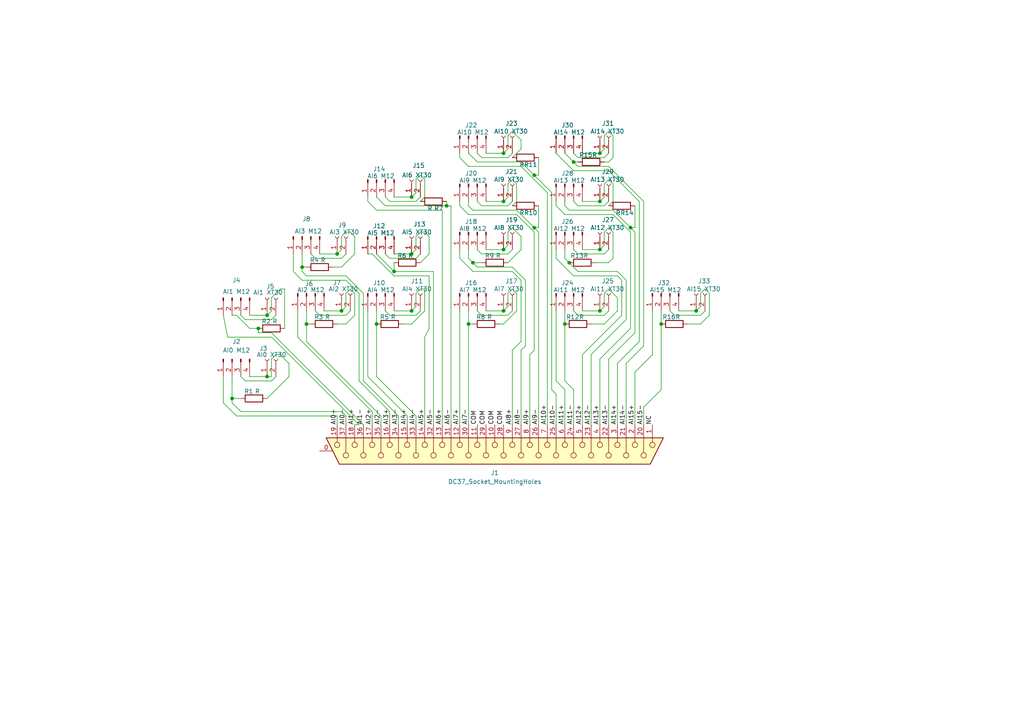
<source format=kicad_sch>
(kicad_sch
	(version 20250114)
	(generator "eeschema")
	(generator_version "9.0")
	(uuid "4b6f2286-8606-4a2f-afff-a75f3b752d99")
	(paper "A4")
	(title_block
		(title "AI Board Redesign")
		(date "2025-07-13")
		(rev "A")
		(company "Missouri S&T Rocket Design Team")
		(comment 1 "Author: Isaac Lough")
	)
	(lib_symbols
		(symbol "Connector:Conn_01x02_Socket"
			(pin_names
				(offset 1.016)
				(hide yes)
			)
			(exclude_from_sim no)
			(in_bom yes)
			(on_board yes)
			(property "Reference" "J"
				(at 0 2.54 0)
				(effects
					(font
						(size 1.27 1.27)
					)
				)
			)
			(property "Value" "Conn_01x02_Socket"
				(at 0 -5.08 0)
				(effects
					(font
						(size 1.27 1.27)
					)
				)
			)
			(property "Footprint" ""
				(at 0 0 0)
				(effects
					(font
						(size 1.27 1.27)
					)
					(hide yes)
				)
			)
			(property "Datasheet" "~"
				(at 0 0 0)
				(effects
					(font
						(size 1.27 1.27)
					)
					(hide yes)
				)
			)
			(property "Description" "Generic connector, single row, 01x02, script generated"
				(at 0 0 0)
				(effects
					(font
						(size 1.27 1.27)
					)
					(hide yes)
				)
			)
			(property "ki_locked" ""
				(at 0 0 0)
				(effects
					(font
						(size 1.27 1.27)
					)
				)
			)
			(property "ki_keywords" "connector"
				(at 0 0 0)
				(effects
					(font
						(size 1.27 1.27)
					)
					(hide yes)
				)
			)
			(property "ki_fp_filters" "Connector*:*_1x??_*"
				(at 0 0 0)
				(effects
					(font
						(size 1.27 1.27)
					)
					(hide yes)
				)
			)
			(symbol "Conn_01x02_Socket_1_1"
				(polyline
					(pts
						(xy -1.27 0) (xy -0.508 0)
					)
					(stroke
						(width 0.1524)
						(type default)
					)
					(fill
						(type none)
					)
				)
				(polyline
					(pts
						(xy -1.27 -2.54) (xy -0.508 -2.54)
					)
					(stroke
						(width 0.1524)
						(type default)
					)
					(fill
						(type none)
					)
				)
				(arc
					(start 0 -0.508)
					(mid -0.5058 0)
					(end 0 0.508)
					(stroke
						(width 0.1524)
						(type default)
					)
					(fill
						(type none)
					)
				)
				(arc
					(start 0 -3.048)
					(mid -0.5058 -2.54)
					(end 0 -2.032)
					(stroke
						(width 0.1524)
						(type default)
					)
					(fill
						(type none)
					)
				)
				(pin passive line
					(at -5.08 0 0)
					(length 3.81)
					(name "Pin_1"
						(effects
							(font
								(size 1.27 1.27)
							)
						)
					)
					(number "1"
						(effects
							(font
								(size 1.27 1.27)
							)
						)
					)
				)
				(pin passive line
					(at -5.08 -2.54 0)
					(length 3.81)
					(name "Pin_2"
						(effects
							(font
								(size 1.27 1.27)
							)
						)
					)
					(number "2"
						(effects
							(font
								(size 1.27 1.27)
							)
						)
					)
				)
			)
			(embedded_fonts no)
		)
		(symbol "Connector:Conn_01x04_Pin"
			(pin_names
				(offset 1.016)
				(hide yes)
			)
			(exclude_from_sim no)
			(in_bom yes)
			(on_board yes)
			(property "Reference" "J"
				(at 0 5.08 0)
				(effects
					(font
						(size 1.27 1.27)
					)
				)
			)
			(property "Value" "Conn_01x04_Pin"
				(at 0 -7.62 0)
				(effects
					(font
						(size 1.27 1.27)
					)
				)
			)
			(property "Footprint" ""
				(at 0 0 0)
				(effects
					(font
						(size 1.27 1.27)
					)
					(hide yes)
				)
			)
			(property "Datasheet" "~"
				(at 0 0 0)
				(effects
					(font
						(size 1.27 1.27)
					)
					(hide yes)
				)
			)
			(property "Description" "Generic connector, single row, 01x04, script generated"
				(at 0 0 0)
				(effects
					(font
						(size 1.27 1.27)
					)
					(hide yes)
				)
			)
			(property "ki_locked" ""
				(at 0 0 0)
				(effects
					(font
						(size 1.27 1.27)
					)
				)
			)
			(property "ki_keywords" "connector"
				(at 0 0 0)
				(effects
					(font
						(size 1.27 1.27)
					)
					(hide yes)
				)
			)
			(property "ki_fp_filters" "Connector*:*_1x??_*"
				(at 0 0 0)
				(effects
					(font
						(size 1.27 1.27)
					)
					(hide yes)
				)
			)
			(symbol "Conn_01x04_Pin_1_1"
				(rectangle
					(start 0.8636 2.667)
					(end 0 2.413)
					(stroke
						(width 0.1524)
						(type default)
					)
					(fill
						(type outline)
					)
				)
				(rectangle
					(start 0.8636 0.127)
					(end 0 -0.127)
					(stroke
						(width 0.1524)
						(type default)
					)
					(fill
						(type outline)
					)
				)
				(rectangle
					(start 0.8636 -2.413)
					(end 0 -2.667)
					(stroke
						(width 0.1524)
						(type default)
					)
					(fill
						(type outline)
					)
				)
				(rectangle
					(start 0.8636 -4.953)
					(end 0 -5.207)
					(stroke
						(width 0.1524)
						(type default)
					)
					(fill
						(type outline)
					)
				)
				(polyline
					(pts
						(xy 1.27 2.54) (xy 0.8636 2.54)
					)
					(stroke
						(width 0.1524)
						(type default)
					)
					(fill
						(type none)
					)
				)
				(polyline
					(pts
						(xy 1.27 0) (xy 0.8636 0)
					)
					(stroke
						(width 0.1524)
						(type default)
					)
					(fill
						(type none)
					)
				)
				(polyline
					(pts
						(xy 1.27 -2.54) (xy 0.8636 -2.54)
					)
					(stroke
						(width 0.1524)
						(type default)
					)
					(fill
						(type none)
					)
				)
				(polyline
					(pts
						(xy 1.27 -5.08) (xy 0.8636 -5.08)
					)
					(stroke
						(width 0.1524)
						(type default)
					)
					(fill
						(type none)
					)
				)
				(pin passive line
					(at 5.08 2.54 180)
					(length 3.81)
					(name "Pin_1"
						(effects
							(font
								(size 1.27 1.27)
							)
						)
					)
					(number "1"
						(effects
							(font
								(size 1.27 1.27)
							)
						)
					)
				)
				(pin passive line
					(at 5.08 0 180)
					(length 3.81)
					(name "Pin_2"
						(effects
							(font
								(size 1.27 1.27)
							)
						)
					)
					(number "2"
						(effects
							(font
								(size 1.27 1.27)
							)
						)
					)
				)
				(pin passive line
					(at 5.08 -2.54 180)
					(length 3.81)
					(name "Pin_3"
						(effects
							(font
								(size 1.27 1.27)
							)
						)
					)
					(number "3"
						(effects
							(font
								(size 1.27 1.27)
							)
						)
					)
				)
				(pin passive line
					(at 5.08 -5.08 180)
					(length 3.81)
					(name "Pin_4"
						(effects
							(font
								(size 1.27 1.27)
							)
						)
					)
					(number "4"
						(effects
							(font
								(size 1.27 1.27)
							)
						)
					)
				)
			)
			(embedded_fonts no)
		)
		(symbol "Connector:DC37_Socket_MountingHoles"
			(pin_names
				(offset 1.016)
				(hide yes)
			)
			(exclude_from_sim no)
			(in_bom yes)
			(on_board yes)
			(property "Reference" "J"
				(at 0 52.07 0)
				(effects
					(font
						(size 1.27 1.27)
					)
				)
			)
			(property "Value" "DC37_Socket_MountingHoles"
				(at 0 50.165 0)
				(effects
					(font
						(size 1.27 1.27)
					)
				)
			)
			(property "Footprint" ""
				(at 0 0 0)
				(effects
					(font
						(size 1.27 1.27)
					)
					(hide yes)
				)
			)
			(property "Datasheet" "~"
				(at 0 0 0)
				(effects
					(font
						(size 1.27 1.27)
					)
					(hide yes)
				)
			)
			(property "Description" "37-pin D-SUB connector, socket (female), Mounting Hole"
				(at 0 0 0)
				(effects
					(font
						(size 1.27 1.27)
					)
					(hide yes)
				)
			)
			(property "ki_keywords" "DSUB"
				(at 0 0 0)
				(effects
					(font
						(size 1.27 1.27)
					)
					(hide yes)
				)
			)
			(property "ki_fp_filters" "DSUB*Socket*"
				(at 0 0 0)
				(effects
					(font
						(size 1.27 1.27)
					)
					(hide yes)
				)
			)
			(symbol "DC37_Socket_MountingHoles_0_1"
				(polyline
					(pts
						(xy -3.81 45.72) (xy -2.54 45.72)
					)
					(stroke
						(width 0)
						(type default)
					)
					(fill
						(type none)
					)
				)
				(polyline
					(pts
						(xy -3.81 43.18) (xy 0.508 43.18)
					)
					(stroke
						(width 0)
						(type default)
					)
					(fill
						(type none)
					)
				)
				(polyline
					(pts
						(xy -3.81 40.64) (xy -2.54 40.64)
					)
					(stroke
						(width 0)
						(type default)
					)
					(fill
						(type none)
					)
				)
				(polyline
					(pts
						(xy -3.81 38.1) (xy 0.508 38.1)
					)
					(stroke
						(width 0)
						(type default)
					)
					(fill
						(type none)
					)
				)
				(polyline
					(pts
						(xy -3.81 35.56) (xy -2.54 35.56)
					)
					(stroke
						(width 0)
						(type default)
					)
					(fill
						(type none)
					)
				)
				(polyline
					(pts
						(xy -3.81 33.02) (xy 0.508 33.02)
					)
					(stroke
						(width 0)
						(type default)
					)
					(fill
						(type none)
					)
				)
				(polyline
					(pts
						(xy -3.81 30.48) (xy -2.54 30.48)
					)
					(stroke
						(width 0)
						(type default)
					)
					(fill
						(type none)
					)
				)
				(polyline
					(pts
						(xy -3.81 27.94) (xy 0.508 27.94)
					)
					(stroke
						(width 0)
						(type default)
					)
					(fill
						(type none)
					)
				)
				(polyline
					(pts
						(xy -3.81 25.4) (xy -2.54 25.4)
					)
					(stroke
						(width 0)
						(type default)
					)
					(fill
						(type none)
					)
				)
				(polyline
					(pts
						(xy -3.81 22.86) (xy 0.508 22.86)
					)
					(stroke
						(width 0)
						(type default)
					)
					(fill
						(type none)
					)
				)
				(polyline
					(pts
						(xy -3.81 20.32) (xy -2.54 20.32)
					)
					(stroke
						(width 0)
						(type default)
					)
					(fill
						(type none)
					)
				)
				(polyline
					(pts
						(xy -3.81 17.78) (xy 0.508 17.78)
					)
					(stroke
						(width 0)
						(type default)
					)
					(fill
						(type none)
					)
				)
				(polyline
					(pts
						(xy -3.81 15.24) (xy -2.54 15.24)
					)
					(stroke
						(width 0)
						(type default)
					)
					(fill
						(type none)
					)
				)
				(polyline
					(pts
						(xy -3.81 12.7) (xy 0.508 12.7)
					)
					(stroke
						(width 0)
						(type default)
					)
					(fill
						(type none)
					)
				)
				(polyline
					(pts
						(xy -3.81 10.16) (xy -2.54 10.16)
					)
					(stroke
						(width 0)
						(type default)
					)
					(fill
						(type none)
					)
				)
				(polyline
					(pts
						(xy -3.81 7.62) (xy 0.508 7.62)
					)
					(stroke
						(width 0)
						(type default)
					)
					(fill
						(type none)
					)
				)
				(polyline
					(pts
						(xy -3.81 5.08) (xy -2.54 5.08)
					)
					(stroke
						(width 0)
						(type default)
					)
					(fill
						(type none)
					)
				)
				(polyline
					(pts
						(xy -3.81 2.54) (xy 0.508 2.54)
					)
					(stroke
						(width 0)
						(type default)
					)
					(fill
						(type none)
					)
				)
				(polyline
					(pts
						(xy -3.81 0) (xy -2.54 0)
					)
					(stroke
						(width 0)
						(type default)
					)
					(fill
						(type none)
					)
				)
				(polyline
					(pts
						(xy -3.81 -2.54) (xy 0.508 -2.54)
					)
					(stroke
						(width 0)
						(type default)
					)
					(fill
						(type none)
					)
				)
				(polyline
					(pts
						(xy -3.81 -5.08) (xy -2.54 -5.08)
					)
					(stroke
						(width 0)
						(type default)
					)
					(fill
						(type none)
					)
				)
				(polyline
					(pts
						(xy -3.81 -7.62) (xy 0.508 -7.62)
					)
					(stroke
						(width 0)
						(type default)
					)
					(fill
						(type none)
					)
				)
				(polyline
					(pts
						(xy -3.81 -10.16) (xy -2.54 -10.16)
					)
					(stroke
						(width 0)
						(type default)
					)
					(fill
						(type none)
					)
				)
				(polyline
					(pts
						(xy -3.81 -12.7) (xy 0.508 -12.7)
					)
					(stroke
						(width 0)
						(type default)
					)
					(fill
						(type none)
					)
				)
				(polyline
					(pts
						(xy -3.81 -15.24) (xy -2.54 -15.24)
					)
					(stroke
						(width 0)
						(type default)
					)
					(fill
						(type none)
					)
				)
				(polyline
					(pts
						(xy -3.81 -17.78) (xy 0.508 -17.78)
					)
					(stroke
						(width 0)
						(type default)
					)
					(fill
						(type none)
					)
				)
				(polyline
					(pts
						(xy -3.81 -20.32) (xy -2.54 -20.32)
					)
					(stroke
						(width 0)
						(type default)
					)
					(fill
						(type none)
					)
				)
				(polyline
					(pts
						(xy -3.81 -22.86) (xy 0.508 -22.86)
					)
					(stroke
						(width 0)
						(type default)
					)
					(fill
						(type none)
					)
				)
				(polyline
					(pts
						(xy -3.81 -25.4) (xy -2.54 -25.4)
					)
					(stroke
						(width 0)
						(type default)
					)
					(fill
						(type none)
					)
				)
				(polyline
					(pts
						(xy -3.81 -27.94) (xy 0.508 -27.94)
					)
					(stroke
						(width 0)
						(type default)
					)
					(fill
						(type none)
					)
				)
				(polyline
					(pts
						(xy -3.81 -30.48) (xy -2.54 -30.48)
					)
					(stroke
						(width 0)
						(type default)
					)
					(fill
						(type none)
					)
				)
				(polyline
					(pts
						(xy -3.81 -33.02) (xy 0.508 -33.02)
					)
					(stroke
						(width 0)
						(type default)
					)
					(fill
						(type none)
					)
				)
				(polyline
					(pts
						(xy -3.81 -35.56) (xy -2.54 -35.56)
					)
					(stroke
						(width 0)
						(type default)
					)
					(fill
						(type none)
					)
				)
				(polyline
					(pts
						(xy -3.81 -38.1) (xy 0.508 -38.1)
					)
					(stroke
						(width 0)
						(type default)
					)
					(fill
						(type none)
					)
				)
				(polyline
					(pts
						(xy -3.81 -40.64) (xy -2.54 -40.64)
					)
					(stroke
						(width 0)
						(type default)
					)
					(fill
						(type none)
					)
				)
				(polyline
					(pts
						(xy -3.81 -43.18) (xy 0.508 -43.18)
					)
					(stroke
						(width 0)
						(type default)
					)
					(fill
						(type none)
					)
				)
				(polyline
					(pts
						(xy -3.81 -45.72) (xy -2.54 -45.72)
					)
					(stroke
						(width 0)
						(type default)
					)
					(fill
						(type none)
					)
				)
				(polyline
					(pts
						(xy -3.81 -48.895) (xy 3.81 -45.085) (xy 3.81 45.085) (xy -3.81 48.895) (xy -3.81 -48.895)
					)
					(stroke
						(width 0.254)
						(type default)
					)
					(fill
						(type background)
					)
				)
				(circle
					(center -1.778 45.72)
					(radius 0.762)
					(stroke
						(width 0)
						(type default)
					)
					(fill
						(type none)
					)
				)
				(circle
					(center -1.778 40.64)
					(radius 0.762)
					(stroke
						(width 0)
						(type default)
					)
					(fill
						(type none)
					)
				)
				(circle
					(center -1.778 35.56)
					(radius 0.762)
					(stroke
						(width 0)
						(type default)
					)
					(fill
						(type none)
					)
				)
				(circle
					(center -1.778 30.48)
					(radius 0.762)
					(stroke
						(width 0)
						(type default)
					)
					(fill
						(type none)
					)
				)
				(circle
					(center -1.778 25.4)
					(radius 0.762)
					(stroke
						(width 0)
						(type default)
					)
					(fill
						(type none)
					)
				)
				(circle
					(center -1.778 20.32)
					(radius 0.762)
					(stroke
						(width 0)
						(type default)
					)
					(fill
						(type none)
					)
				)
				(circle
					(center -1.778 15.24)
					(radius 0.762)
					(stroke
						(width 0)
						(type default)
					)
					(fill
						(type none)
					)
				)
				(circle
					(center -1.778 10.16)
					(radius 0.762)
					(stroke
						(width 0)
						(type default)
					)
					(fill
						(type none)
					)
				)
				(circle
					(center -1.778 5.08)
					(radius 0.762)
					(stroke
						(width 0)
						(type default)
					)
					(fill
						(type none)
					)
				)
				(circle
					(center -1.778 0)
					(radius 0.762)
					(stroke
						(width 0)
						(type default)
					)
					(fill
						(type none)
					)
				)
				(circle
					(center -1.778 -5.08)
					(radius 0.762)
					(stroke
						(width 0)
						(type default)
					)
					(fill
						(type none)
					)
				)
				(circle
					(center -1.778 -10.16)
					(radius 0.762)
					(stroke
						(width 0)
						(type default)
					)
					(fill
						(type none)
					)
				)
				(circle
					(center -1.778 -15.24)
					(radius 0.762)
					(stroke
						(width 0)
						(type default)
					)
					(fill
						(type none)
					)
				)
				(circle
					(center -1.778 -20.32)
					(radius 0.762)
					(stroke
						(width 0)
						(type default)
					)
					(fill
						(type none)
					)
				)
				(circle
					(center -1.778 -25.4)
					(radius 0.762)
					(stroke
						(width 0)
						(type default)
					)
					(fill
						(type none)
					)
				)
				(circle
					(center -1.778 -30.48)
					(radius 0.762)
					(stroke
						(width 0)
						(type default)
					)
					(fill
						(type none)
					)
				)
				(circle
					(center -1.778 -35.56)
					(radius 0.762)
					(stroke
						(width 0)
						(type default)
					)
					(fill
						(type none)
					)
				)
				(circle
					(center -1.778 -40.64)
					(radius 0.762)
					(stroke
						(width 0)
						(type default)
					)
					(fill
						(type none)
					)
				)
				(circle
					(center -1.778 -45.72)
					(radius 0.762)
					(stroke
						(width 0)
						(type default)
					)
					(fill
						(type none)
					)
				)
				(circle
					(center 1.27 43.18)
					(radius 0.762)
					(stroke
						(width 0)
						(type default)
					)
					(fill
						(type none)
					)
				)
				(circle
					(center 1.27 38.1)
					(radius 0.762)
					(stroke
						(width 0)
						(type default)
					)
					(fill
						(type none)
					)
				)
				(circle
					(center 1.27 33.02)
					(radius 0.762)
					(stroke
						(width 0)
						(type default)
					)
					(fill
						(type none)
					)
				)
				(circle
					(center 1.27 27.94)
					(radius 0.762)
					(stroke
						(width 0)
						(type default)
					)
					(fill
						(type none)
					)
				)
				(circle
					(center 1.27 22.86)
					(radius 0.762)
					(stroke
						(width 0)
						(type default)
					)
					(fill
						(type none)
					)
				)
				(circle
					(center 1.27 17.78)
					(radius 0.762)
					(stroke
						(width 0)
						(type default)
					)
					(fill
						(type none)
					)
				)
				(circle
					(center 1.27 12.7)
					(radius 0.762)
					(stroke
						(width 0)
						(type default)
					)
					(fill
						(type none)
					)
				)
				(circle
					(center 1.27 7.62)
					(radius 0.762)
					(stroke
						(width 0)
						(type default)
					)
					(fill
						(type none)
					)
				)
				(circle
					(center 1.27 2.54)
					(radius 0.762)
					(stroke
						(width 0)
						(type default)
					)
					(fill
						(type none)
					)
				)
				(circle
					(center 1.27 -2.54)
					(radius 0.762)
					(stroke
						(width 0)
						(type default)
					)
					(fill
						(type none)
					)
				)
				(circle
					(center 1.27 -7.62)
					(radius 0.762)
					(stroke
						(width 0)
						(type default)
					)
					(fill
						(type none)
					)
				)
				(circle
					(center 1.27 -12.7)
					(radius 0.762)
					(stroke
						(width 0)
						(type default)
					)
					(fill
						(type none)
					)
				)
				(circle
					(center 1.27 -17.78)
					(radius 0.762)
					(stroke
						(width 0)
						(type default)
					)
					(fill
						(type none)
					)
				)
				(circle
					(center 1.27 -22.86)
					(radius 0.762)
					(stroke
						(width 0)
						(type default)
					)
					(fill
						(type none)
					)
				)
				(circle
					(center 1.27 -27.94)
					(radius 0.762)
					(stroke
						(width 0)
						(type default)
					)
					(fill
						(type none)
					)
				)
				(circle
					(center 1.27 -33.02)
					(radius 0.762)
					(stroke
						(width 0)
						(type default)
					)
					(fill
						(type none)
					)
				)
				(circle
					(center 1.27 -38.1)
					(radius 0.762)
					(stroke
						(width 0)
						(type default)
					)
					(fill
						(type none)
					)
				)
				(circle
					(center 1.27 -43.18)
					(radius 0.762)
					(stroke
						(width 0)
						(type default)
					)
					(fill
						(type none)
					)
				)
			)
			(symbol "DC37_Socket_MountingHoles_1_1"
				(pin passive line
					(at -7.62 45.72 0)
					(length 3.81)
					(name "1"
						(effects
							(font
								(size 1.27 1.27)
							)
						)
					)
					(number "1"
						(effects
							(font
								(size 1.27 1.27)
							)
						)
					)
				)
				(pin passive line
					(at -7.62 43.18 0)
					(length 3.81)
					(name "20"
						(effects
							(font
								(size 1.27 1.27)
							)
						)
					)
					(number "20"
						(effects
							(font
								(size 1.27 1.27)
							)
						)
					)
				)
				(pin passive line
					(at -7.62 40.64 0)
					(length 3.81)
					(name "2"
						(effects
							(font
								(size 1.27 1.27)
							)
						)
					)
					(number "2"
						(effects
							(font
								(size 1.27 1.27)
							)
						)
					)
				)
				(pin passive line
					(at -7.62 38.1 0)
					(length 3.81)
					(name "21"
						(effects
							(font
								(size 1.27 1.27)
							)
						)
					)
					(number "21"
						(effects
							(font
								(size 1.27 1.27)
							)
						)
					)
				)
				(pin passive line
					(at -7.62 35.56 0)
					(length 3.81)
					(name "3"
						(effects
							(font
								(size 1.27 1.27)
							)
						)
					)
					(number "3"
						(effects
							(font
								(size 1.27 1.27)
							)
						)
					)
				)
				(pin passive line
					(at -7.62 33.02 0)
					(length 3.81)
					(name "22"
						(effects
							(font
								(size 1.27 1.27)
							)
						)
					)
					(number "22"
						(effects
							(font
								(size 1.27 1.27)
							)
						)
					)
				)
				(pin passive line
					(at -7.62 30.48 0)
					(length 3.81)
					(name "4"
						(effects
							(font
								(size 1.27 1.27)
							)
						)
					)
					(number "4"
						(effects
							(font
								(size 1.27 1.27)
							)
						)
					)
				)
				(pin passive line
					(at -7.62 27.94 0)
					(length 3.81)
					(name "23"
						(effects
							(font
								(size 1.27 1.27)
							)
						)
					)
					(number "23"
						(effects
							(font
								(size 1.27 1.27)
							)
						)
					)
				)
				(pin passive line
					(at -7.62 25.4 0)
					(length 3.81)
					(name "5"
						(effects
							(font
								(size 1.27 1.27)
							)
						)
					)
					(number "5"
						(effects
							(font
								(size 1.27 1.27)
							)
						)
					)
				)
				(pin passive line
					(at -7.62 22.86 0)
					(length 3.81)
					(name "24"
						(effects
							(font
								(size 1.27 1.27)
							)
						)
					)
					(number "24"
						(effects
							(font
								(size 1.27 1.27)
							)
						)
					)
				)
				(pin passive line
					(at -7.62 20.32 0)
					(length 3.81)
					(name "6"
						(effects
							(font
								(size 1.27 1.27)
							)
						)
					)
					(number "6"
						(effects
							(font
								(size 1.27 1.27)
							)
						)
					)
				)
				(pin passive line
					(at -7.62 17.78 0)
					(length 3.81)
					(name "25"
						(effects
							(font
								(size 1.27 1.27)
							)
						)
					)
					(number "25"
						(effects
							(font
								(size 1.27 1.27)
							)
						)
					)
				)
				(pin passive line
					(at -7.62 15.24 0)
					(length 3.81)
					(name "7"
						(effects
							(font
								(size 1.27 1.27)
							)
						)
					)
					(number "7"
						(effects
							(font
								(size 1.27 1.27)
							)
						)
					)
				)
				(pin passive line
					(at -7.62 12.7 0)
					(length 3.81)
					(name "26"
						(effects
							(font
								(size 1.27 1.27)
							)
						)
					)
					(number "26"
						(effects
							(font
								(size 1.27 1.27)
							)
						)
					)
				)
				(pin passive line
					(at -7.62 10.16 0)
					(length 3.81)
					(name "8"
						(effects
							(font
								(size 1.27 1.27)
							)
						)
					)
					(number "8"
						(effects
							(font
								(size 1.27 1.27)
							)
						)
					)
				)
				(pin passive line
					(at -7.62 7.62 0)
					(length 3.81)
					(name "27"
						(effects
							(font
								(size 1.27 1.27)
							)
						)
					)
					(number "27"
						(effects
							(font
								(size 1.27 1.27)
							)
						)
					)
				)
				(pin passive line
					(at -7.62 5.08 0)
					(length 3.81)
					(name "9"
						(effects
							(font
								(size 1.27 1.27)
							)
						)
					)
					(number "9"
						(effects
							(font
								(size 1.27 1.27)
							)
						)
					)
				)
				(pin passive line
					(at -7.62 2.54 0)
					(length 3.81)
					(name "28"
						(effects
							(font
								(size 1.27 1.27)
							)
						)
					)
					(number "28"
						(effects
							(font
								(size 1.27 1.27)
							)
						)
					)
				)
				(pin passive line
					(at -7.62 0 0)
					(length 3.81)
					(name "10"
						(effects
							(font
								(size 1.27 1.27)
							)
						)
					)
					(number "10"
						(effects
							(font
								(size 1.27 1.27)
							)
						)
					)
				)
				(pin passive line
					(at -7.62 -2.54 0)
					(length 3.81)
					(name "29"
						(effects
							(font
								(size 1.27 1.27)
							)
						)
					)
					(number "29"
						(effects
							(font
								(size 1.27 1.27)
							)
						)
					)
				)
				(pin passive line
					(at -7.62 -5.08 0)
					(length 3.81)
					(name "11"
						(effects
							(font
								(size 1.27 1.27)
							)
						)
					)
					(number "11"
						(effects
							(font
								(size 1.27 1.27)
							)
						)
					)
				)
				(pin passive line
					(at -7.62 -7.62 0)
					(length 3.81)
					(name "30"
						(effects
							(font
								(size 1.27 1.27)
							)
						)
					)
					(number "30"
						(effects
							(font
								(size 1.27 1.27)
							)
						)
					)
				)
				(pin passive line
					(at -7.62 -10.16 0)
					(length 3.81)
					(name "12"
						(effects
							(font
								(size 1.27 1.27)
							)
						)
					)
					(number "12"
						(effects
							(font
								(size 1.27 1.27)
							)
						)
					)
				)
				(pin passive line
					(at -7.62 -12.7 0)
					(length 3.81)
					(name "31"
						(effects
							(font
								(size 1.27 1.27)
							)
						)
					)
					(number "31"
						(effects
							(font
								(size 1.27 1.27)
							)
						)
					)
				)
				(pin passive line
					(at -7.62 -15.24 0)
					(length 3.81)
					(name "13"
						(effects
							(font
								(size 1.27 1.27)
							)
						)
					)
					(number "13"
						(effects
							(font
								(size 1.27 1.27)
							)
						)
					)
				)
				(pin passive line
					(at -7.62 -17.78 0)
					(length 3.81)
					(name "32"
						(effects
							(font
								(size 1.27 1.27)
							)
						)
					)
					(number "32"
						(effects
							(font
								(size 1.27 1.27)
							)
						)
					)
				)
				(pin passive line
					(at -7.62 -20.32 0)
					(length 3.81)
					(name "14"
						(effects
							(font
								(size 1.27 1.27)
							)
						)
					)
					(number "14"
						(effects
							(font
								(size 1.27 1.27)
							)
						)
					)
				)
				(pin passive line
					(at -7.62 -22.86 0)
					(length 3.81)
					(name "33"
						(effects
							(font
								(size 1.27 1.27)
							)
						)
					)
					(number "33"
						(effects
							(font
								(size 1.27 1.27)
							)
						)
					)
				)
				(pin passive line
					(at -7.62 -25.4 0)
					(length 3.81)
					(name "15"
						(effects
							(font
								(size 1.27 1.27)
							)
						)
					)
					(number "15"
						(effects
							(font
								(size 1.27 1.27)
							)
						)
					)
				)
				(pin passive line
					(at -7.62 -27.94 0)
					(length 3.81)
					(name "34"
						(effects
							(font
								(size 1.27 1.27)
							)
						)
					)
					(number "34"
						(effects
							(font
								(size 1.27 1.27)
							)
						)
					)
				)
				(pin passive line
					(at -7.62 -30.48 0)
					(length 3.81)
					(name "16"
						(effects
							(font
								(size 1.27 1.27)
							)
						)
					)
					(number "16"
						(effects
							(font
								(size 1.27 1.27)
							)
						)
					)
				)
				(pin passive line
					(at -7.62 -33.02 0)
					(length 3.81)
					(name "35"
						(effects
							(font
								(size 1.27 1.27)
							)
						)
					)
					(number "35"
						(effects
							(font
								(size 1.27 1.27)
							)
						)
					)
				)
				(pin passive line
					(at -7.62 -35.56 0)
					(length 3.81)
					(name "17"
						(effects
							(font
								(size 1.27 1.27)
							)
						)
					)
					(number "17"
						(effects
							(font
								(size 1.27 1.27)
							)
						)
					)
				)
				(pin passive line
					(at -7.62 -38.1 0)
					(length 3.81)
					(name "36"
						(effects
							(font
								(size 1.27 1.27)
							)
						)
					)
					(number "36"
						(effects
							(font
								(size 1.27 1.27)
							)
						)
					)
				)
				(pin passive line
					(at -7.62 -40.64 0)
					(length 3.81)
					(name "18"
						(effects
							(font
								(size 1.27 1.27)
							)
						)
					)
					(number "18"
						(effects
							(font
								(size 1.27 1.27)
							)
						)
					)
				)
				(pin passive line
					(at -7.62 -43.18 0)
					(length 3.81)
					(name "37"
						(effects
							(font
								(size 1.27 1.27)
							)
						)
					)
					(number "37"
						(effects
							(font
								(size 1.27 1.27)
							)
						)
					)
				)
				(pin passive line
					(at -7.62 -45.72 0)
					(length 3.81)
					(name "19"
						(effects
							(font
								(size 1.27 1.27)
							)
						)
					)
					(number "19"
						(effects
							(font
								(size 1.27 1.27)
							)
						)
					)
				)
				(pin passive line
					(at 0 -50.8 90)
					(length 3.81)
					(name "PAD"
						(effects
							(font
								(size 1.27 1.27)
							)
						)
					)
					(number "0"
						(effects
							(font
								(size 1.27 1.27)
							)
						)
					)
				)
			)
			(embedded_fonts no)
		)
		(symbol "Device:R"
			(pin_numbers
				(hide yes)
			)
			(pin_names
				(offset 0)
			)
			(exclude_from_sim no)
			(in_bom yes)
			(on_board yes)
			(property "Reference" "R"
				(at 2.032 0 90)
				(effects
					(font
						(size 1.27 1.27)
					)
				)
			)
			(property "Value" "R"
				(at 0 0 90)
				(effects
					(font
						(size 1.27 1.27)
					)
				)
			)
			(property "Footprint" ""
				(at -1.778 0 90)
				(effects
					(font
						(size 1.27 1.27)
					)
					(hide yes)
				)
			)
			(property "Datasheet" "~"
				(at 0 0 0)
				(effects
					(font
						(size 1.27 1.27)
					)
					(hide yes)
				)
			)
			(property "Description" "Resistor"
				(at 0 0 0)
				(effects
					(font
						(size 1.27 1.27)
					)
					(hide yes)
				)
			)
			(property "ki_keywords" "R res resistor"
				(at 0 0 0)
				(effects
					(font
						(size 1.27 1.27)
					)
					(hide yes)
				)
			)
			(property "ki_fp_filters" "R_*"
				(at 0 0 0)
				(effects
					(font
						(size 1.27 1.27)
					)
					(hide yes)
				)
			)
			(symbol "R_0_1"
				(rectangle
					(start -1.016 -2.54)
					(end 1.016 2.54)
					(stroke
						(width 0.254)
						(type default)
					)
					(fill
						(type none)
					)
				)
			)
			(symbol "R_1_1"
				(pin passive line
					(at 0 3.81 270)
					(length 1.27)
					(name "~"
						(effects
							(font
								(size 1.27 1.27)
							)
						)
					)
					(number "1"
						(effects
							(font
								(size 1.27 1.27)
							)
						)
					)
				)
				(pin passive line
					(at 0 -3.81 90)
					(length 1.27)
					(name "~"
						(effects
							(font
								(size 1.27 1.27)
							)
						)
					)
					(number "2"
						(effects
							(font
								(size 1.27 1.27)
							)
						)
					)
				)
			)
			(embedded_fonts no)
		)
	)
	(junction
		(at 119.38 73.66)
		(diameter 0)
		(color 0 0 0 0)
		(uuid "0c9b2044-84cf-4622-9a81-fe97ef33a3d3")
	)
	(junction
		(at 163.83 93.98)
		(diameter 0)
		(color 0 0 0 0)
		(uuid "0f569ba9-13f1-4ef5-93dc-bff9942179ae")
	)
	(junction
		(at 119.38 90.17)
		(diameter 0)
		(color 0 0 0 0)
		(uuid "174af166-4416-4fb4-b12f-559cd60cdae3")
	)
	(junction
		(at 146.05 72.39)
		(diameter 0)
		(color 0 0 0 0)
		(uuid "1be788f5-26b0-43a0-9344-6a601badfc54")
	)
	(junction
		(at 97.79 73.66)
		(diameter 0)
		(color 0 0 0 0)
		(uuid "2155c097-2bac-4510-b3fe-5c5ae5685838")
	)
	(junction
		(at 173.99 58.42)
		(diameter 0)
		(color 0 0 0 0)
		(uuid "26d7e942-2fc6-4bcf-b62c-13207c39fecd")
	)
	(junction
		(at 201.93 90.17)
		(diameter 0)
		(color 0 0 0 0)
		(uuid "31011334-15a0-4180-a6a6-1e0e206de72d")
	)
	(junction
		(at 77.47 109.22)
		(diameter 0)
		(color 0 0 0 0)
		(uuid "3ada87b7-6b06-4740-b1b7-dc39732db9f3")
	)
	(junction
		(at 88.9 93.98)
		(diameter 0)
		(color 0 0 0 0)
		(uuid "4eaba51f-f9bf-4951-bbd4-1397bc95eb20")
	)
	(junction
		(at 154.94 66.04)
		(diameter 0)
		(color 0 0 0 0)
		(uuid "505341ac-e676-4817-88ea-f320d40c7b20")
	)
	(junction
		(at 191.77 93.98)
		(diameter 0)
		(color 0 0 0 0)
		(uuid "5f0f2369-79b1-40df-b35c-a1bd6cdbcad8")
	)
	(junction
		(at 135.89 93.98)
		(diameter 0)
		(color 0 0 0 0)
		(uuid "691e40e6-b62d-48ad-b3b4-a2bca04c9e6d")
	)
	(junction
		(at 146.05 90.17)
		(diameter 0)
		(color 0 0 0 0)
		(uuid "6a9203e9-21af-42f6-9b66-6bd189fbedd3")
	)
	(junction
		(at 146.05 58.42)
		(diameter 0)
		(color 0 0 0 0)
		(uuid "7556fd55-377d-45bf-9966-3488ed997688")
	)
	(junction
		(at 154.94 50.8)
		(diameter 0)
		(color 0 0 0 0)
		(uuid "7a4779d8-51ca-4c50-87a7-ed5e85d2e0b6")
	)
	(junction
		(at 114.3 78.74)
		(diameter 0)
		(color 0 0 0 0)
		(uuid "7ee75292-5eb0-459d-9db3-832e8dd58731")
	)
	(junction
		(at 87.63 77.47)
		(diameter 0)
		(color 0 0 0 0)
		(uuid "897a61e2-2c55-4112-8690-b971ff0315a5")
	)
	(junction
		(at 173.99 90.17)
		(diameter 0)
		(color 0 0 0 0)
		(uuid "90da8134-5af8-4007-b03b-54db824b43ce")
	)
	(junction
		(at 67.31 115.57)
		(diameter 0)
		(color 0 0 0 0)
		(uuid "96ee17e9-ea1c-4dfe-aef5-0c2ec3299ef0")
	)
	(junction
		(at 99.06 90.17)
		(diameter 0)
		(color 0 0 0 0)
		(uuid "9c59603f-74de-4b9a-9245-0199a83714bd")
	)
	(junction
		(at 137.16 76.2)
		(diameter 0)
		(color 0 0 0 0)
		(uuid "a7ac2dec-be3b-4a3c-894d-82a280ccda42")
	)
	(junction
		(at 74.93 95.25)
		(diameter 0)
		(color 0 0 0 0)
		(uuid "c521b392-8630-4d59-923c-1e212d6442ab")
	)
	(junction
		(at 166.37 46.99)
		(diameter 0)
		(color 0 0 0 0)
		(uuid "d1204702-55eb-49bc-affe-0177ea6503bd")
	)
	(junction
		(at 173.99 44.45)
		(diameter 0)
		(color 0 0 0 0)
		(uuid "d47debfc-22b0-4977-a605-06718d07cc9c")
	)
	(junction
		(at 173.99 72.39)
		(diameter 0)
		(color 0 0 0 0)
		(uuid "d7e122c2-943b-473c-b681-2c5bf127f907")
	)
	(junction
		(at 109.22 93.98)
		(diameter 0)
		(color 0 0 0 0)
		(uuid "d9bfeece-0ff4-401c-aa63-633410db37c0")
	)
	(junction
		(at 146.05 44.45)
		(diameter 0)
		(color 0 0 0 0)
		(uuid "df05bc41-3faf-4dbb-86d0-87af630f397d")
	)
	(junction
		(at 129.54 59.69)
		(diameter 0)
		(color 0 0 0 0)
		(uuid "f188d238-ee4d-4c8f-9525-d2f9f976f5ed")
	)
	(junction
		(at 77.47 91.44)
		(diameter 0)
		(color 0 0 0 0)
		(uuid "f4606024-5500-4d03-a92c-2333ec2ae252")
	)
	(junction
		(at 119.38 57.15)
		(diameter 0)
		(color 0 0 0 0)
		(uuid "f8e178d8-7296-40f3-847b-666678283d32")
	)
	(junction
		(at 182.88 66.04)
		(diameter 0)
		(color 0 0 0 0)
		(uuid "fba7d5c0-9d29-45d2-a217-f7504e17dcb6")
	)
	(junction
		(at 165.1 76.2)
		(diameter 0)
		(color 0 0 0 0)
		(uuid "ff2c697d-b617-45cb-93cb-359a74bbc1dc")
	)
	(wire
		(pts
			(xy 97.79 93.98) (xy 100.33 93.98)
		)
		(stroke
			(width 0)
			(type default)
		)
		(uuid "001524ae-74e3-4531-9566-cf5f538eea4f")
	)
	(wire
		(pts
			(xy 111.76 90.17) (xy 113.03 91.44)
		)
		(stroke
			(width 0)
			(type default)
		)
		(uuid "0070c150-600d-4207-8b9a-de4cf1edacf5")
	)
	(wire
		(pts
			(xy 179.07 80.01) (xy 180.34 81.28)
		)
		(stroke
			(width 0)
			(type default)
		)
		(uuid "01324fb8-5ac4-469f-9ede-139786ffdc6a")
	)
	(wire
		(pts
			(xy 138.43 72.39) (xy 139.7 73.66)
		)
		(stroke
			(width 0)
			(type default)
		)
		(uuid "01aebada-c97b-4a60-987c-232e95216762")
	)
	(wire
		(pts
			(xy 163.83 74.93) (xy 165.1 76.2)
		)
		(stroke
			(width 0)
			(type default)
		)
		(uuid "03259418-2c00-47f6-a7fb-dbc62fb68eb7")
	)
	(wire
		(pts
			(xy 86.36 90.17) (xy 86.36 97.79)
		)
		(stroke
			(width 0)
			(type default)
		)
		(uuid "0345f9c8-8490-4d84-933c-69202083bb02")
	)
	(wire
		(pts
			(xy 113.03 58.42) (xy 120.65 58.42)
		)
		(stroke
			(width 0)
			(type default)
		)
		(uuid "05c85a7a-89dd-47f7-ac4a-c60932f73a65")
	)
	(wire
		(pts
			(xy 111.76 59.69) (xy 129.54 59.69)
		)
		(stroke
			(width 0)
			(type default)
		)
		(uuid "0605f09f-05b4-42b9-a875-a83fad38c370")
	)
	(wire
		(pts
			(xy 135.89 74.93) (xy 137.16 76.2)
		)
		(stroke
			(width 0)
			(type default)
		)
		(uuid "07f9d226-65a0-4908-95a7-09bb18261415")
	)
	(wire
		(pts
			(xy 106.68 73.66) (xy 107.95 73.66)
		)
		(stroke
			(width 0)
			(type default)
		)
		(uuid "0838d581-025b-4fa3-b5f3-3ffa2b8b7ba6")
	)
	(wire
		(pts
			(xy 106.68 57.15) (xy 106.68 58.42)
		)
		(stroke
			(width 0)
			(type default)
		)
		(uuid "08835f64-cc54-44c5-90f3-bd40ef85f993")
	)
	(wire
		(pts
			(xy 88.9 93.98) (xy 90.17 93.98)
		)
		(stroke
			(width 0)
			(type default)
		)
		(uuid "0886846e-4ff7-4d30-aa5a-cf30b9834533")
	)
	(wire
		(pts
			(xy 72.39 91.44) (xy 77.47 91.44)
		)
		(stroke
			(width 0)
			(type default)
		)
		(uuid "0a933df9-8b9a-4644-aaec-742b2ae950fe")
	)
	(wire
		(pts
			(xy 146.05 93.98) (xy 149.86 90.17)
		)
		(stroke
			(width 0)
			(type default)
		)
		(uuid "0af75d80-f3ae-4267-ad92-41c4f6c6ae24")
	)
	(wire
		(pts
			(xy 106.68 109.22) (xy 118.11 120.65)
		)
		(stroke
			(width 0)
			(type default)
		)
		(uuid "0b242f01-7694-4928-89b9-7fd9d4f53225")
	)
	(wire
		(pts
			(xy 168.91 90.17) (xy 173.99 90.17)
		)
		(stroke
			(width 0)
			(type default)
		)
		(uuid "0b314d31-6bbd-4f3f-8f5e-06d4a2540b55")
	)
	(wire
		(pts
			(xy 180.34 81.28) (xy 180.34 91.44)
		)
		(stroke
			(width 0)
			(type default)
		)
		(uuid "0be418c6-679f-45b4-8916-2e74ebb3c0aa")
	)
	(wire
		(pts
			(xy 160.02 113.03) (xy 161.29 114.3)
		)
		(stroke
			(width 0)
			(type default)
		)
		(uuid "0c5c766b-b187-4943-aea7-756b27cbb1ae")
	)
	(wire
		(pts
			(xy 120.65 72.39) (xy 119.38 73.66)
		)
		(stroke
			(width 0)
			(type default)
		)
		(uuid "0eaeaa4b-451e-4687-b690-e878d38d9ab9")
	)
	(wire
		(pts
			(xy 123.19 97.79) (xy 123.19 123.19)
		)
		(stroke
			(width 0)
			(type default)
		)
		(uuid "1128b2dd-a05c-46a0-8145-ee8608e6e63f")
	)
	(wire
		(pts
			(xy 100.33 93.98) (xy 102.87 91.44)
		)
		(stroke
			(width 0)
			(type default)
		)
		(uuid "11ba7490-c1ba-4ced-b885-8b22b485976e")
	)
	(wire
		(pts
			(xy 153.67 102.87) (xy 153.67 123.19)
		)
		(stroke
			(width 0)
			(type default)
		)
		(uuid "11cdfec5-3e4c-4871-b3ff-36f4b2e2a75a")
	)
	(wire
		(pts
			(xy 204.47 83.82) (xy 203.2 85.09)
		)
		(stroke
			(width 0)
			(type default)
		)
		(uuid "122ff15b-0d7d-411a-9228-847ddf0ee70e")
	)
	(wire
		(pts
			(xy 186.69 58.42) (xy 186.69 100.33)
		)
		(stroke
			(width 0)
			(type default)
		)
		(uuid "1353a720-741a-44de-b9c3-4ea6f8aeb217")
	)
	(wire
		(pts
			(xy 163.83 44.45) (xy 166.37 46.99)
		)
		(stroke
			(width 0)
			(type default)
		)
		(uuid "13bc66fb-9636-474f-9229-39df73e7f2f4")
	)
	(wire
		(pts
			(xy 121.92 67.31) (xy 120.65 68.58)
		)
		(stroke
			(width 0)
			(type default)
		)
		(uuid "148009d2-d4ec-4d90-b1a1-0b28e6b5bfd7")
	)
	(wire
		(pts
			(xy 176.53 48.26) (xy 186.69 58.42)
		)
		(stroke
			(width 0)
			(type default)
		)
		(uuid "14cb14c2-9648-458a-855f-029b53e008da")
	)
	(wire
		(pts
			(xy 92.71 73.66) (xy 97.79 73.66)
		)
		(stroke
			(width 0)
			(type default)
		)
		(uuid "14ffe302-45bc-482c-a3dc-f0613b12d551")
	)
	(wire
		(pts
			(xy 167.64 78.74) (xy 179.07 78.74)
		)
		(stroke
			(width 0)
			(type default)
		)
		(uuid "15c706ec-5fba-40b9-b186-ed6d9c15370c")
	)
	(wire
		(pts
			(xy 156.21 66.04) (xy 154.94 66.04)
		)
		(stroke
			(width 0)
			(type default)
		)
		(uuid "1630da80-89ee-4a57-9457-300cd1cf5daa")
	)
	(wire
		(pts
			(xy 147.32 57.15) (xy 146.05 58.42)
		)
		(stroke
			(width 0)
			(type default)
		)
		(uuid "16885731-89df-4f4b-ba5f-ec06eb446b58")
	)
	(wire
		(pts
			(xy 176.53 38.1) (xy 177.8 39.37)
		)
		(stroke
			(width 0)
			(type default)
		)
		(uuid "16e05935-6a92-4177-855d-44874f7164e5")
	)
	(wire
		(pts
			(xy 171.45 93.98) (xy 175.26 93.98)
		)
		(stroke
			(width 0)
			(type default)
		)
		(uuid "18b829a8-ec00-40c4-9ccc-08a273facc4f")
	)
	(wire
		(pts
			(xy 82.55 83.82) (xy 81.28 83.82)
		)
		(stroke
			(width 0)
			(type default)
		)
		(uuid "19e4d805-23c1-4f56-9bd8-9d4f1ba4cd6a")
	)
	(wire
		(pts
			(xy 138.43 77.47) (xy 148.59 77.47)
		)
		(stroke
			(width 0)
			(type default)
		)
		(uuid "1a1f56e5-15bd-42f2-b0ed-25df83a0bd55")
	)
	(wire
		(pts
			(xy 114.3 76.2) (xy 114.3 78.74)
		)
		(stroke
			(width 0)
			(type default)
		)
		(uuid "1d0aab75-8705-4669-942e-3f0d41bff169")
	)
	(wire
		(pts
			(xy 176.53 49.53) (xy 185.42 58.42)
		)
		(stroke
			(width 0)
			(type default)
		)
		(uuid "1d7ef732-82e3-4022-975a-1aa670a38861")
	)
	(wire
		(pts
			(xy 121.92 76.2) (xy 124.46 73.66)
		)
		(stroke
			(width 0)
			(type default)
		)
		(uuid "1e02de7c-6f1c-458f-9a6d-cdac6c87f562")
	)
	(wire
		(pts
			(xy 92.71 91.44) (xy 100.33 91.44)
		)
		(stroke
			(width 0)
			(type default)
		)
		(uuid "1eba6c6d-3831-4e90-8ce2-a79d54e0f663")
	)
	(wire
		(pts
			(xy 69.85 119.38) (xy 99.06 119.38)
		)
		(stroke
			(width 0)
			(type default)
		)
		(uuid "1f18d06d-946e-499d-b100-feef03b826f7")
	)
	(wire
		(pts
			(xy 85.09 78.74) (xy 87.63 81.28)
		)
		(stroke
			(width 0)
			(type default)
		)
		(uuid "207786a6-1e7e-4903-87d3-8a1f85516f6d")
	)
	(wire
		(pts
			(xy 175.26 91.44) (xy 176.53 90.17)
		)
		(stroke
			(width 0)
			(type default)
		)
		(uuid "21549099-f691-4376-9adc-d2021d5eff67")
	)
	(wire
		(pts
			(xy 71.12 92.71) (xy 69.85 91.44)
		)
		(stroke
			(width 0)
			(type default)
		)
		(uuid "2215482f-0af3-4081-ad0a-590d95f876de")
	)
	(wire
		(pts
			(xy 107.95 73.66) (xy 114.3 80.01)
		)
		(stroke
			(width 0)
			(type default)
		)
		(uuid "221cbc53-7818-4a40-adc9-8eff902214f9")
	)
	(wire
		(pts
			(xy 163.83 113.03) (xy 163.83 123.19)
		)
		(stroke
			(width 0)
			(type default)
		)
		(uuid "22a47a9c-6dac-48bb-a931-6d4287586d2b")
	)
	(wire
		(pts
			(xy 124.46 80.01) (xy 124.46 95.25)
		)
		(stroke
			(width 0)
			(type default)
		)
		(uuid "22db55c4-7c39-4fae-b4a8-2865ee427d63")
	)
	(wire
		(pts
			(xy 114.3 73.66) (xy 119.38 73.66)
		)
		(stroke
			(width 0)
			(type default)
		)
		(uuid "231a2cf9-a6a9-4bc0-8201-c43a22c15eeb")
	)
	(wire
		(pts
			(xy 133.35 59.69) (xy 135.89 62.23)
		)
		(stroke
			(width 0)
			(type default)
		)
		(uuid "23799ddc-6465-42bd-8d99-58bf38f4d409")
	)
	(wire
		(pts
			(xy 185.42 99.06) (xy 179.07 105.41)
		)
		(stroke
			(width 0)
			(type default)
		)
		(uuid "242983ab-eadc-49d6-8382-217409d2962c")
	)
	(wire
		(pts
			(xy 113.03 74.93) (xy 120.65 74.93)
		)
		(stroke
			(width 0)
			(type default)
		)
		(uuid "24484b3b-20b7-477f-a6fb-245ea22944d8")
	)
	(wire
		(pts
			(xy 87.63 73.66) (xy 87.63 77.47)
		)
		(stroke
			(width 0)
			(type default)
		)
		(uuid "263488ce-79f4-43d0-8691-7deb5736b4e0")
	)
	(wire
		(pts
			(xy 88.9 80.01) (xy 100.33 80.01)
		)
		(stroke
			(width 0)
			(type default)
		)
		(uuid "27cd67b8-42fa-49fe-9eb1-787412504d7d")
	)
	(wire
		(pts
			(xy 184.15 66.04) (xy 182.88 66.04)
		)
		(stroke
			(width 0)
			(type default)
		)
		(uuid "28f35e35-61c6-4c26-ba54-b4ee96774dd8")
	)
	(wire
		(pts
			(xy 195.58 91.44) (xy 203.2 91.44)
		)
		(stroke
			(width 0)
			(type default)
		)
		(uuid "29368717-0133-4306-89c8-c51267c3d07c")
	)
	(wire
		(pts
			(xy 114.3 57.15) (xy 119.38 57.15)
		)
		(stroke
			(width 0)
			(type default)
		)
		(uuid "29d9b105-8d12-431b-a53f-78dd2f0f80a3")
	)
	(wire
		(pts
			(xy 78.74 90.17) (xy 77.47 91.44)
		)
		(stroke
			(width 0)
			(type default)
		)
		(uuid "2c1e1d63-e471-4907-b4ce-374eaf8fad08")
	)
	(wire
		(pts
			(xy 148.59 72.39) (xy 147.32 73.66)
		)
		(stroke
			(width 0)
			(type default)
		)
		(uuid "2ca2d0ea-1b56-4fb1-9166-806df28879ff")
	)
	(wire
		(pts
			(xy 181.61 105.41) (xy 181.61 123.19)
		)
		(stroke
			(width 0)
			(type default)
		)
		(uuid "2da18f73-5a4a-443a-bc73-ddc125b0aab5")
	)
	(wire
		(pts
			(xy 113.03 119.38) (xy 113.03 123.19)
		)
		(stroke
			(width 0)
			(type default)
		)
		(uuid "2db9a51c-8461-47c0-8a78-f55f9f786927")
	)
	(wire
		(pts
			(xy 139.7 59.69) (xy 147.32 59.69)
		)
		(stroke
			(width 0)
			(type default)
		)
		(uuid "2dbcc49c-4dfa-42c8-b574-ed46a1730e05")
	)
	(wire
		(pts
			(xy 86.36 97.79) (xy 107.95 119.38)
		)
		(stroke
			(width 0)
			(type default)
		)
		(uuid "2deb756f-fec7-42d9-a7aa-ab36fd0eb80d")
	)
	(wire
		(pts
			(xy 105.41 85.09) (xy 105.41 110.49)
		)
		(stroke
			(width 0)
			(type default)
		)
		(uuid "2e026dd7-ac7d-4c79-85fd-5e5258021d51")
	)
	(wire
		(pts
			(xy 78.74 104.14) (xy 78.74 109.22)
		)
		(stroke
			(width 0)
			(type default)
		)
		(uuid "2f4efe18-09b5-497e-894d-f5773598c595")
	)
	(wire
		(pts
			(xy 168.91 72.39) (xy 173.99 72.39)
		)
		(stroke
			(width 0)
			(type default)
		)
		(uuid "2f72206b-cc53-4ba5-9f6a-819e56330a95")
	)
	(wire
		(pts
			(xy 175.26 39.37) (xy 175.26 43.18)
		)
		(stroke
			(width 0)
			(type default)
		)
		(uuid "30dfb3e5-df2e-4628-91c9-0e038a5ad1f4")
	)
	(wire
		(pts
			(xy 163.83 93.98) (xy 163.83 110.49)
		)
		(stroke
			(width 0)
			(type default)
		)
		(uuid "31c35c5c-f816-45c3-bd09-11dd34246c7f")
	)
	(wire
		(pts
			(xy 147.32 71.12) (xy 146.05 72.39)
		)
		(stroke
			(width 0)
			(type default)
		)
		(uuid "330d0f7e-575d-41fe-9956-9086a9f5378c")
	)
	(wire
		(pts
			(xy 163.83 58.42) (xy 163.83 59.69)
		)
		(stroke
			(width 0)
			(type default)
		)
		(uuid "343ec0f0-82f7-43ee-86cb-cfeae60eabde")
	)
	(wire
		(pts
			(xy 121.92 83.82) (xy 120.65 85.09)
		)
		(stroke
			(width 0)
			(type default)
		)
		(uuid "34466ba8-cbcf-42e8-a52f-6360cffadbe0")
	)
	(wire
		(pts
			(xy 177.8 74.93) (xy 177.8 67.31)
		)
		(stroke
			(width 0)
			(type default)
		)
		(uuid "34db61f1-e469-43b2-aed4-d49739f96d94")
	)
	(wire
		(pts
			(xy 100.33 88.9) (xy 99.06 90.17)
		)
		(stroke
			(width 0)
			(type default)
		)
		(uuid "3538b184-aea0-4c8c-83bd-6f9231e02296")
	)
	(wire
		(pts
			(xy 81.28 83.82) (xy 78.74 86.36)
		)
		(stroke
			(width 0)
			(type default)
		)
		(uuid "353ddf6b-2b77-4b95-82dd-f277994369e7")
	)
	(wire
		(pts
			(xy 167.64 91.44) (xy 175.26 91.44)
		)
		(stroke
			(width 0)
			(type default)
		)
		(uuid "37541aa1-815b-4885-b672-eb204ef7b4dc")
	)
	(wire
		(pts
			(xy 99.06 72.39) (xy 97.79 73.66)
		)
		(stroke
			(width 0)
			(type default)
		)
		(uuid "37609b5b-6dd4-46e0-8410-a841a4e9cbda")
	)
	(wire
		(pts
			(xy 118.11 120.65) (xy 118.11 123.19)
		)
		(stroke
			(width 0)
			(type default)
		)
		(uuid "378d2af4-4b60-46c6-89ed-f6ee6f6deab5")
	)
	(wire
		(pts
			(xy 133.35 58.42) (xy 133.35 59.69)
		)
		(stroke
			(width 0)
			(type default)
		)
		(uuid "37b390ef-1de6-4590-802f-0502c2194a33")
	)
	(wire
		(pts
			(xy 111.76 73.66) (xy 113.03 74.93)
		)
		(stroke
			(width 0)
			(type default)
		)
		(uuid "3834bb01-4193-4b87-ba71-4000e37180da")
	)
	(wire
		(pts
			(xy 176.53 83.82) (xy 175.26 85.09)
		)
		(stroke
			(width 0)
			(type default)
		)
		(uuid "38f5e298-a231-49c3-8f81-b75ba2c8e261")
	)
	(wire
		(pts
			(xy 148.59 38.1) (xy 147.32 39.37)
		)
		(stroke
			(width 0)
			(type default)
		)
		(uuid "39999ee8-3e9c-4c5b-9f29-72f9b8e29941")
	)
	(wire
		(pts
			(xy 114.3 80.01) (xy 124.46 80.01)
		)
		(stroke
			(width 0)
			(type default)
		)
		(uuid "3a239d66-af21-4e16-bf10-a660b4408173")
	)
	(wire
		(pts
			(xy 196.85 90.17) (xy 201.93 90.17)
		)
		(stroke
			(width 0)
			(type default)
		)
		(uuid "3a44662f-fa4c-427d-928c-4937b94003b5")
	)
	(wire
		(pts
			(xy 104.14 123.19) (xy 102.87 123.19)
		)
		(stroke
			(width 0)
			(type default)
		)
		(uuid "3a64a47d-1183-4321-a91f-65ca5d8f2fe7")
	)
	(wire
		(pts
			(xy 88.9 93.98) (xy 88.9 99.06)
		)
		(stroke
			(width 0)
			(type default)
		)
		(uuid "3a7b17ec-356c-4d3e-94cd-f94781fe758b")
	)
	(wire
		(pts
			(xy 160.02 55.88) (xy 160.02 113.03)
		)
		(stroke
			(width 0)
			(type default)
		)
		(uuid "3a8a383d-2be4-4d33-9bf6-9a8d10038be2")
	)
	(wire
		(pts
			(xy 88.9 90.17) (xy 88.9 93.98)
		)
		(stroke
			(width 0)
			(type default)
		)
		(uuid "3a8e986b-1a0a-42ba-92f5-388838890930")
	)
	(wire
		(pts
			(xy 90.17 73.66) (xy 91.44 74.93)
		)
		(stroke
			(width 0)
			(type default)
		)
		(uuid "3b3f3952-367d-4d67-9041-ccf50b550016")
	)
	(wire
		(pts
			(xy 96.52 77.47) (xy 99.06 77.47)
		)
		(stroke
			(width 0)
			(type default)
		)
		(uuid "3b58bf52-f2c3-436a-bdaf-7892f08fb235")
	)
	(wire
		(pts
			(xy 176.53 52.07) (xy 177.8 53.34)
		)
		(stroke
			(width 0)
			(type default)
		)
		(uuid "3b8eb3a5-b412-4901-b424-2431ff9d2705")
	)
	(wire
		(pts
			(xy 93.98 90.17) (xy 99.06 90.17)
		)
		(stroke
			(width 0)
			(type default)
		)
		(uuid "3c01977f-eec3-45c1-9c98-9951c92e4daa")
	)
	(wire
		(pts
			(xy 129.54 58.42) (xy 129.54 59.69)
		)
		(stroke
			(width 0)
			(type default)
		)
		(uuid "3c540f31-ff7e-4f34-bbd5-cd9c0d4c1c23")
	)
	(wire
		(pts
			(xy 78.74 97.79) (xy 104.14 123.19)
		)
		(stroke
			(width 0)
			(type default)
		)
		(uuid "3c9f54d4-2734-4d67-84d7-a9afd3ef1298")
	)
	(wire
		(pts
			(xy 109.22 73.66) (xy 114.3 78.74)
		)
		(stroke
			(width 0)
			(type default)
		)
		(uuid "3d2bb0bd-42c7-45ab-b8ed-91325a3b9a1c")
	)
	(wire
		(pts
			(xy 121.92 58.42) (xy 123.19 57.15)
		)
		(stroke
			(width 0)
			(type default)
		)
		(uuid "3d4c5e26-575c-4655-a727-10937f4ef43e")
	)
	(wire
		(pts
			(xy 189.23 102.87) (xy 184.15 107.95)
		)
		(stroke
			(width 0)
			(type default)
		)
		(uuid "3d892d8d-f36d-4d66-9103-7e02514b0acb")
	)
	(wire
		(pts
			(xy 72.39 95.25) (xy 74.93 95.25)
		)
		(stroke
			(width 0)
			(type default)
		)
		(uuid "3e4b0d2a-2d90-47c7-9497-c1911df51897")
	)
	(wire
		(pts
			(xy 167.64 73.66) (xy 166.37 72.39)
		)
		(stroke
			(width 0)
			(type default)
		)
		(uuid "3e959441-e1a1-41a2-9f9d-5643d27c1b34")
	)
	(wire
		(pts
			(xy 148.59 59.69) (xy 149.86 58.42)
		)
		(stroke
			(width 0)
			(type default)
		)
		(uuid "3f5919bb-8ed0-4389-9de3-e3d7fe0195b5")
	)
	(wire
		(pts
			(xy 148.59 83.82) (xy 149.86 85.09)
		)
		(stroke
			(width 0)
			(type default)
		)
		(uuid "404e0a1e-0702-4b45-82c9-a9d903e34e97")
	)
	(wire
		(pts
			(xy 100.33 120.65) (xy 100.33 123.19)
		)
		(stroke
			(width 0)
			(type default)
		)
		(uuid "40d55765-bddf-444b-8b76-5829a00c59ac")
	)
	(wire
		(pts
			(xy 175.26 71.12) (xy 173.99 72.39)
		)
		(stroke
			(width 0)
			(type default)
		)
		(uuid "41325959-6d23-41a9-8bb2-13ed6a5073fe")
	)
	(wire
		(pts
			(xy 161.29 74.93) (xy 166.37 80.01)
		)
		(stroke
			(width 0)
			(type default)
		)
		(uuid "4391e51d-7f03-4b69-9375-f0d9129cbf8a")
	)
	(wire
		(pts
			(xy 148.59 83.82) (xy 147.32 85.09)
		)
		(stroke
			(width 0)
			(type default)
		)
		(uuid "43e5004d-321a-4883-bba4-46883f7d4325")
	)
	(wire
		(pts
			(xy 175.26 88.9) (xy 173.99 90.17)
		)
		(stroke
			(width 0)
			(type default)
		)
		(uuid "44091e51-1f7a-4c45-a1a1-411e59a99dca")
	)
	(wire
		(pts
			(xy 148.59 77.47) (xy 152.4 81.28)
		)
		(stroke
			(width 0)
			(type default)
		)
		(uuid "44321d52-148f-49df-abb7-6b9dfc02c68c")
	)
	(wire
		(pts
			(xy 167.64 59.69) (xy 166.37 58.42)
		)
		(stroke
			(width 0)
			(type default)
		)
		(uuid "444040bf-5e89-46e0-911c-472661624fd0")
	)
	(wire
		(pts
			(xy 101.6 67.31) (xy 100.33 67.31)
		)
		(stroke
			(width 0)
			(type default)
		)
		(uuid "449d936f-cf95-490e-99a6-f5d48e2a1593")
	)
	(wire
		(pts
			(xy 167.64 73.66) (xy 175.26 73.66)
		)
		(stroke
			(width 0)
			(type default)
		)
		(uuid "46aa9722-8799-4cd6-b611-7f6b5806c6ad")
	)
	(wire
		(pts
			(xy 135.89 62.23) (xy 149.86 62.23)
		)
		(stroke
			(width 0)
			(type default)
		)
		(uuid "46fa2a7b-14ca-4fe9-a5f3-8fe5b52490c9")
	)
	(wire
		(pts
			(xy 166.37 49.53) (xy 176.53 49.53)
		)
		(stroke
			(width 0)
			(type default)
		)
		(uuid "487a4a6a-f403-48b7-89dd-243602a04711")
	)
	(wire
		(pts
			(xy 184.15 59.69) (xy 184.15 66.04)
		)
		(stroke
			(width 0)
			(type default)
		)
		(uuid "48a5dae8-4096-454a-bd7d-7fa9182991e2")
	)
	(wire
		(pts
			(xy 203.2 93.98) (xy 205.74 91.44)
		)
		(stroke
			(width 0)
			(type default)
		)
		(uuid "49130d55-e465-4ac9-99fe-2c6f61b564af")
	)
	(wire
		(pts
			(xy 186.69 100.33) (xy 181.61 105.41)
		)
		(stroke
			(width 0)
			(type default)
		)
		(uuid "495737ba-2f58-4291-80a1-7e6582ea7ab3")
	)
	(wire
		(pts
			(xy 120.65 55.88) (xy 119.38 57.15)
		)
		(stroke
			(width 0)
			(type default)
		)
		(uuid "495898bc-bc71-40d5-b2a4-06a4b90c5541")
	)
	(wire
		(pts
			(xy 99.06 119.38) (xy 100.33 120.65)
		)
		(stroke
			(width 0)
			(type default)
		)
		(uuid "49d95788-1aff-430e-834a-546d2af707a2")
	)
	(wire
		(pts
			(xy 66.04 97.79) (xy 78.74 97.79)
		)
		(stroke
			(width 0)
			(type default)
		)
		(uuid "4a941001-2a5c-490e-bc3e-737ee188f987")
	)
	(wire
		(pts
			(xy 80.01 91.44) (xy 78.74 92.71)
		)
		(stroke
			(width 0)
			(type default)
		)
		(uuid "4c2fc802-1fe5-4a6a-bea5-4427ea83c9de")
	)
	(wire
		(pts
			(xy 148.59 66.04) (xy 147.32 67.31)
		)
		(stroke
			(width 0)
			(type default)
		)
		(uuid "4c4e6b0b-3535-4d45-ae0f-88e59bcc32c1")
	)
	(wire
		(pts
			(xy 99.06 68.58) (xy 99.06 72.39)
		)
		(stroke
			(width 0)
			(type default)
		)
		(uuid "4c50b32d-41cc-4ad1-9ccf-876aabb55494")
	)
	(wire
		(pts
			(xy 167.64 48.26) (xy 176.53 48.26)
		)
		(stroke
			(width 0)
			(type default)
		)
		(uuid "4e9ff542-cdfb-4e5b-a9ed-a4808a3ff48a")
	)
	(wire
		(pts
			(xy 175.26 85.09) (xy 175.26 88.9)
		)
		(stroke
			(width 0)
			(type default)
		)
		(uuid "517dcd30-45ee-4e90-b2bb-b426cbe17d41")
	)
	(wire
		(pts
			(xy 166.37 80.01) (xy 179.07 80.01)
		)
		(stroke
			(width 0)
			(type default)
		)
		(uuid "519e1ffe-7278-4056-908a-68cabe5a83ec")
	)
	(wire
		(pts
			(xy 176.53 59.69) (xy 177.8 58.42)
		)
		(stroke
			(width 0)
			(type default)
		)
		(uuid "51eea8c4-fd77-426d-b0f0-1bef30d38d25")
	)
	(wire
		(pts
			(xy 144.78 93.98) (xy 146.05 93.98)
		)
		(stroke
			(width 0)
			(type default)
		)
		(uuid "52f58307-faee-4990-80d1-2a94ac4ed59a")
	)
	(wire
		(pts
			(xy 139.7 45.72) (xy 138.43 44.45)
		)
		(stroke
			(width 0)
			(type default)
		)
		(uuid "53dae4ed-5fe4-4a45-9a65-aa39b23bd156")
	)
	(wire
		(pts
			(xy 123.19 57.15) (xy 123.19 52.07)
		)
		(stroke
			(width 0)
			(type default)
		)
		(uuid "53fdbcfb-8814-4c74-abfe-f511347a8f4a")
	)
	(wire
		(pts
			(xy 176.53 66.04) (xy 177.8 67.31)
		)
		(stroke
			(width 0)
			(type default)
		)
		(uuid "54e6c147-1468-49b9-896c-a7e4d5c3596c")
	)
	(wire
		(pts
			(xy 133.35 45.72) (xy 135.89 48.26)
		)
		(stroke
			(width 0)
			(type default)
		)
		(uuid "5511f665-9bb6-451f-8478-c636b730e555")
	)
	(wire
		(pts
			(xy 133.35 72.39) (xy 133.35 74.93)
		)
		(stroke
			(width 0)
			(type default)
		)
		(uuid "55cce613-e593-436a-ac5a-f1e51b58c8aa")
	)
	(wire
		(pts
			(xy 203.2 88.9) (xy 201.93 90.17)
		)
		(stroke
			(width 0)
			(type default)
		)
		(uuid "5695e832-c1f7-447d-83b1-04200e6fe98d")
	)
	(wire
		(pts
			(xy 102.87 85.09) (xy 102.87 91.44)
		)
		(stroke
			(width 0)
			(type default)
		)
		(uuid "575e7e63-941e-49d3-870a-3ea1251e7567")
	)
	(wire
		(pts
			(xy 163.83 90.17) (xy 163.83 93.98)
		)
		(stroke
			(width 0)
			(type default)
		)
		(uuid "57800b90-4808-4ab5-9c7b-01f0cf5a020e")
	)
	(wire
		(pts
			(xy 148.59 78.74) (xy 151.13 81.28)
		)
		(stroke
			(width 0)
			(type default)
		)
		(uuid "588a7822-f4b8-4323-8edf-8999827959e1")
	)
	(wire
		(pts
			(xy 120.65 91.44) (xy 121.92 90.17)
		)
		(stroke
			(width 0)
			(type default)
		)
		(uuid "58c88e3c-480f-4693-a7d9-b6206e383639")
	)
	(wire
		(pts
			(xy 80.01 109.22) (xy 78.74 110.49)
		)
		(stroke
			(width 0)
			(type default)
		)
		(uuid "5943c1ab-a2c2-4a72-9626-dda8167b4853")
	)
	(wire
		(pts
			(xy 158.75 55.88) (xy 158.75 123.19)
		)
		(stroke
			(width 0)
			(type default)
		)
		(uuid "59608f99-5709-488c-8737-93e55e145ab1")
	)
	(wire
		(pts
			(xy 138.43 46.99) (xy 151.13 46.99)
		)
		(stroke
			(width 0)
			(type default)
		)
		(uuid "598f067b-e171-4fb1-a138-8fab37edab16")
	)
	(wire
		(pts
			(xy 80.01 102.87) (xy 78.74 104.14)
		)
		(stroke
			(width 0)
			(type default)
		)
		(uuid "59b45db4-c320-4681-b104-7d74eb6a27fc")
	)
	(wire
		(pts
			(xy 179.07 105.41) (xy 179.07 123.19)
		)
		(stroke
			(width 0)
			(type default)
		)
		(uuid "5ae3136d-45bb-4473-bb1c-7fdad74be78a")
	)
	(wire
		(pts
			(xy 130.81 59.69) (xy 130.81 123.19)
		)
		(stroke
			(width 0)
			(type default)
		)
		(uuid "5b91bd9f-9911-409e-a2ea-de7654ff52bc")
	)
	(wire
		(pts
			(xy 172.72 76.2) (xy 176.53 76.2)
		)
		(stroke
			(width 0)
			(type default)
		)
		(uuid "5bfa1a27-76a4-4d13-9a0f-6d2a7fc350ed")
	)
	(wire
		(pts
			(xy 175.26 46.99) (xy 176.53 46.99)
		)
		(stroke
			(width 0)
			(type default)
		)
		(uuid "5da44e3f-b39e-4708-b16a-57efe45e706e")
	)
	(wire
		(pts
			(xy 167.64 45.72) (xy 166.37 44.45)
		)
		(stroke
			(width 0)
			(type default)
		)
		(uuid "5e61b16e-e102-41ee-9b21-930d42fa5085")
	)
	(wire
		(pts
			(xy 161.29 110.49) (xy 163.83 113.03)
		)
		(stroke
			(width 0)
			(type default)
		)
		(uuid "60cbed88-7e5f-4907-ac2e-ba476cdc4df8")
	)
	(wire
		(pts
			(xy 149.86 90.17) (xy 149.86 85.09)
		)
		(stroke
			(width 0)
			(type default)
		)
		(uuid "621251f9-bfd2-4bdf-ac7a-73d5c6d50fa5")
	)
	(wire
		(pts
			(xy 109.22 60.96) (xy 128.27 60.96)
		)
		(stroke
			(width 0)
			(type default)
		)
		(uuid "625804e0-f094-4b4d-94b6-b22c4788f86c")
	)
	(wire
		(pts
			(xy 175.26 53.34) (xy 175.26 57.15)
		)
		(stroke
			(width 0)
			(type default)
		)
		(uuid "63083ae6-e8df-4702-aae7-d77e09843e99")
	)
	(wire
		(pts
			(xy 176.53 72.39) (xy 175.26 73.66)
		)
		(stroke
			(width 0)
			(type default)
		)
		(uuid "6342e986-e08b-41fb-8711-463e7dfed435")
	)
	(wire
		(pts
			(xy 120.65 88.9) (xy 119.38 90.17)
		)
		(stroke
			(width 0)
			(type default)
		)
		(uuid "63b2e0f1-ca18-48bf-a843-b24604da0496")
	)
	(wire
		(pts
			(xy 82.55 83.82) (xy 82.55 95.25)
		)
		(stroke
			(width 0)
			(type default)
		)
		(uuid "644a97cc-d6cc-4f14-948f-e7888830c806")
	)
	(wire
		(pts
			(xy 177.8 45.72) (xy 177.8 39.37)
		)
		(stroke
			(width 0)
			(type default)
		)
		(uuid "6461c8f3-f2c5-48d3-ac26-f74d4d12f4ee")
	)
	(wire
		(pts
			(xy 120.65 74.93) (xy 121.92 73.66)
		)
		(stroke
			(width 0)
			(type default)
		)
		(uuid "659d7d60-67b6-4242-b31e-79d0f912813e")
	)
	(wire
		(pts
			(xy 140.97 58.42) (xy 146.05 58.42)
		)
		(stroke
			(width 0)
			(type default)
		)
		(uuid "65d11f49-4ed2-4952-a860-aca377054eeb")
	)
	(wire
		(pts
			(xy 147.32 59.69) (xy 148.59 58.42)
		)
		(stroke
			(width 0)
			(type default)
		)
		(uuid "66428548-a1f2-49ce-ae49-119fdd5f98fb")
	)
	(wire
		(pts
			(xy 166.37 90.17) (xy 167.64 91.44)
		)
		(stroke
			(width 0)
			(type default)
		)
		(uuid "66b97819-b2c3-4b28-bc3b-04532bd5e02b")
	)
	(wire
		(pts
			(xy 74.93 96.52) (xy 74.93 95.25)
		)
		(stroke
			(width 0)
			(type default)
		)
		(uuid "67ec7b70-0200-4eb6-8663-0fd207bb68f7")
	)
	(wire
		(pts
			(xy 163.83 110.49) (xy 166.37 113.03)
		)
		(stroke
			(width 0)
			(type default)
		)
		(uuid "697726cb-3370-4927-99c8-9ce2cc93cda0")
	)
	(wire
		(pts
			(xy 113.03 91.44) (xy 120.65 91.44)
		)
		(stroke
			(width 0)
			(type default)
		)
		(uuid "6acd2efe-f1e6-47ec-8f9c-5c95e13cd972")
	)
	(wire
		(pts
			(xy 68.58 120.65) (xy 97.79 120.65)
		)
		(stroke
			(width 0)
			(type default)
		)
		(uuid "6cbe7059-cf40-4ebc-9ac2-06a735134f29")
	)
	(wire
		(pts
			(xy 154.94 67.31) (xy 154.94 101.6)
		)
		(stroke
			(width 0)
			(type default)
		)
		(uuid "6ccaebcf-2531-466e-8ef4-dc496a3487f4")
	)
	(wire
		(pts
			(xy 179.07 78.74) (xy 181.61 81.28)
		)
		(stroke
			(width 0)
			(type default)
		)
		(uuid "6d6e2a77-9010-49ad-87d1-eb70bcee81c3")
	)
	(wire
		(pts
			(xy 101.6 83.82) (xy 100.33 85.09)
		)
		(stroke
			(width 0)
			(type default)
		)
		(uuid "6e853520-b96a-4079-a411-0df3db0ac79f")
	)
	(wire
		(pts
			(xy 129.54 59.69) (xy 130.81 59.69)
		)
		(stroke
			(width 0)
			(type default)
		)
		(uuid "6f7e2339-d470-4810-8f25-13d98915c443")
	)
	(wire
		(pts
			(xy 176.53 66.04) (xy 175.26 67.31)
		)
		(stroke
			(width 0)
			(type default)
		)
		(uuid "722ec90f-44ea-4308-a0d8-f569e20edb2f")
	)
	(wire
		(pts
			(xy 151.13 72.39) (xy 151.13 68.58)
		)
		(stroke
			(width 0)
			(type default)
		)
		(uuid "7240669c-633d-452e-a07d-3976bc03cf3b")
	)
	(wire
		(pts
			(xy 180.34 91.44) (xy 168.91 102.87)
		)
		(stroke
			(width 0)
			(type default)
		)
		(uuid "7307e372-b133-46fb-98b8-54cf82113929")
	)
	(wire
		(pts
			(xy 101.6 83.82) (xy 102.87 85.09)
		)
		(stroke
			(width 0)
			(type default)
		)
		(uuid "7348cced-8673-47c8-b811-b3e68155cb31")
	)
	(wire
		(pts
			(xy 135.89 90.17) (xy 135.89 93.98)
		)
		(stroke
			(width 0)
			(type default)
		)
		(uuid "75653501-9848-4ad6-8eb8-44ed229b49ec")
	)
	(wire
		(pts
			(xy 64.77 116.84) (xy 68.58 120.65)
		)
		(stroke
			(width 0)
			(type default)
		)
		(uuid "76515327-8070-4995-af23-cc5c072c4ba3")
	)
	(wire
		(pts
			(xy 182.88 67.31) (xy 182.88 95.25)
		)
		(stroke
			(width 0)
			(type default)
		)
		(uuid "7689742b-cc1d-4614-a947-a78604ed8681")
	)
	(wire
		(pts
			(xy 184.15 67.31) (xy 184.15 96.52)
		)
		(stroke
			(width 0)
			(type default)
		)
		(uuid "76edaee5-0a98-4431-ab6c-b29359e4c5cf")
	)
	(wire
		(pts
			(xy 166.37 46.99) (xy 167.64 48.26)
		)
		(stroke
			(width 0)
			(type default)
		)
		(uuid "771ae566-9ef2-46a4-b609-1677a5b7e303")
	)
	(wire
		(pts
			(xy 111.76 57.15) (xy 113.03 58.42)
		)
		(stroke
			(width 0)
			(type default)
		)
		(uuid "7746ed6f-de4e-4558-9242-a9a8fb79e55f")
	)
	(wire
		(pts
			(xy 78.74 86.36) (xy 78.74 90.17)
		)
		(stroke
			(width 0)
			(type default)
		)
		(uuid "77a40e38-7178-4882-ac27-3468604ffbf5")
	)
	(wire
		(pts
			(xy 72.39 109.22) (xy 77.47 109.22)
		)
		(stroke
			(width 0)
			(type default)
		)
		(uuid "78395064-650b-471b-88ea-7337ec4f58d8")
	)
	(wire
		(pts
			(xy 165.1 60.96) (xy 177.8 60.96)
		)
		(stroke
			(width 0)
			(type default)
		)
		(uuid "78435ae0-696a-4e16-9c7d-19170be79d8c")
	)
	(wire
		(pts
			(xy 151.13 43.18) (xy 151.13 40.64)
		)
		(stroke
			(width 0)
			(type default)
		)
		(uuid "784ffd6c-da9c-4d60-9854-7685353efae8")
	)
	(wire
		(pts
			(xy 179.07 90.17) (xy 179.07 86.36)
		)
		(stroke
			(width 0)
			(type default)
		)
		(uuid "7934549b-7642-4d43-be22-8da29d8d8c5f")
	)
	(wire
		(pts
			(xy 83.82 109.22) (xy 83.82 105.41)
		)
		(stroke
			(width 0)
			(type default)
		)
		(uuid "79a0ff62-4795-4ca3-ac37-82bcdd1f7905")
	)
	(wire
		(pts
			(xy 78.74 96.52) (xy 105.41 123.19)
		)
		(stroke
			(width 0)
			(type default)
		)
		(uuid "7a60668a-dc84-4717-a9e2-dad4951f01ad")
	)
	(wire
		(pts
			(xy 133.35 90.17) (xy 133.35 123.19)
		)
		(stroke
			(width 0)
			(type default)
		)
		(uuid "7afb30ad-0f29-42f5-89e9-eddc49066272")
	)
	(wire
		(pts
			(xy 182.88 66.04) (xy 184.15 67.31)
		)
		(stroke
			(width 0)
			(type default)
		)
		(uuid "7bbedd89-d78d-4322-88d4-d57fa8229ed0")
	)
	(wire
		(pts
			(xy 204.47 90.17) (xy 203.2 91.44)
		)
		(stroke
			(width 0)
			(type default)
		)
		(uuid "801c867f-a488-4a43-a2fe-430350008d29")
	)
	(wire
		(pts
			(xy 163.83 59.69) (xy 165.1 60.96)
		)
		(stroke
			(width 0)
			(type default)
		)
		(uuid "80f116f6-4148-495c-b32e-6d3ad68360a2")
	)
	(wire
		(pts
			(xy 125.73 78.74) (xy 125.73 123.19)
		)
		(stroke
			(width 0)
			(type default)
		)
		(uuid "8180d9c9-f549-4601-97ca-84264515008b")
	)
	(wire
		(pts
			(xy 120.65 52.07) (xy 120.65 55.88)
		)
		(stroke
			(width 0)
			(type default)
		)
		(uuid "81907711-ad73-4bac-a2e2-4ee7e2ac8a70")
	)
	(wire
		(pts
			(xy 139.7 73.66) (xy 147.32 73.66)
		)
		(stroke
			(width 0)
			(type default)
		)
		(uuid "81fd4126-95d2-454b-91cb-409d6cbc6bd1")
	)
	(wire
		(pts
			(xy 110.49 120.65) (xy 110.49 123.19)
		)
		(stroke
			(width 0)
			(type default)
		)
		(uuid "8329bcd1-642a-47c7-af72-d7adf730871f")
	)
	(wire
		(pts
			(xy 137.16 76.2) (xy 139.7 76.2)
		)
		(stroke
			(width 0)
			(type default)
		)
		(uuid "83c2e9f0-9146-4119-af9f-ea5dda7a9f37")
	)
	(wire
		(pts
			(xy 176.53 76.2) (xy 177.8 74.93)
		)
		(stroke
			(width 0)
			(type default)
		)
		(uuid "84f4142c-f43a-4485-b969-8b70cc6f7b66")
	)
	(wire
		(pts
			(xy 152.4 100.33) (xy 151.13 101.6)
		)
		(stroke
			(width 0)
			(type default)
		)
		(uuid "851d449e-1006-4240-8e93-c02c7a0e11e2")
	)
	(wire
		(pts
			(xy 115.57 120.65) (xy 115.57 123.19)
		)
		(stroke
			(width 0)
			(type default)
		)
		(uuid "85d3fa72-9d6c-4a81-9c9a-c467bc0dbdc9")
	)
	(wire
		(pts
			(xy 161.29 58.42) (xy 161.29 59.69)
		)
		(stroke
			(width 0)
			(type default)
		)
		(uuid "86e3b436-b106-45ad-9b86-c6ab9e501e0c")
	)
	(wire
		(pts
			(xy 151.13 99.06) (xy 148.59 101.6)
		)
		(stroke
			(width 0)
			(type default)
		)
		(uuid "86ec9d79-b37d-4a00-8cfb-093098987776")
	)
	(wire
		(pts
			(xy 163.83 62.23) (xy 177.8 62.23)
		)
		(stroke
			(width 0)
			(type default)
		)
		(uuid "87022455-f3a7-48ce-a870-80cbddea1afb")
	)
	(wire
		(pts
			(xy 175.26 93.98) (xy 179.07 90.17)
		)
		(stroke
			(width 0)
			(type default)
		)
		(uuid "8799fbea-269d-4497-8e68-56497248ad2d")
	)
	(wire
		(pts
			(xy 77.47 109.22) (xy 78.74 109.22)
		)
		(stroke
			(width 0)
			(type default)
		)
		(uuid "89ab9c09-9b4f-4881-a6cb-fe126b1168ce")
	)
	(wire
		(pts
			(xy 119.38 93.98) (xy 123.19 90.17)
		)
		(stroke
			(width 0)
			(type default)
		)
		(uuid "8bf624e7-9b3a-4202-994f-9c272bb185c1")
	)
	(wire
		(pts
			(xy 133.35 74.93) (xy 137.16 78.74)
		)
		(stroke
			(width 0)
			(type default)
		)
		(uuid "8c2c92c0-5a22-45f7-bafd-982c3f0f2785")
	)
	(wire
		(pts
			(xy 140.97 72.39) (xy 146.05 72.39)
		)
		(stroke
			(width 0)
			(type default)
		)
		(uuid "8c90c0a9-a10a-4eea-85c0-6b48d81314c7")
	)
	(wire
		(pts
			(xy 67.31 115.57) (xy 69.85 115.57)
		)
		(stroke
			(width 0)
			(type default)
		)
		(uuid "8cbeb007-c423-4bca-98dd-8cc6dd5b34d9")
	)
	(wire
		(pts
			(xy 148.59 44.45) (xy 147.32 45.72)
		)
		(stroke
			(width 0)
			(type default)
		)
		(uuid "8d3ffc74-f247-44c2-9fab-67651b257567")
	)
	(wire
		(pts
			(xy 161.29 44.45) (xy 166.37 49.53)
		)
		(stroke
			(width 0)
			(type default)
		)
		(uuid "8e1bfa82-4b6e-42a0-8e94-8a5a565af567")
	)
	(wire
		(pts
			(xy 147.32 88.9) (xy 146.05 90.17)
		)
		(stroke
			(width 0)
			(type default)
		)
		(uuid "90590555-bbd6-4c7e-84a9-3a653259a597")
	)
	(wire
		(pts
			(xy 100.33 85.09) (xy 100.33 88.9)
		)
		(stroke
			(width 0)
			(type default)
		)
		(uuid "90a46947-077f-4c7d-8e74-2f4c4af14b96")
	)
	(wire
		(pts
			(xy 149.86 58.42) (xy 149.86 53.34)
		)
		(stroke
			(width 0)
			(type default)
		)
		(uuid "91b39633-3dbe-4843-8421-1bdcb1a7fb1d")
	)
	(wire
		(pts
			(xy 166.37 46.99) (xy 167.64 46.99)
		)
		(stroke
			(width 0)
			(type default)
		)
		(uuid "91b94c95-4a2d-4f38-8f8d-85f37e04300c")
	)
	(wire
		(pts
			(xy 71.12 110.49) (xy 78.74 110.49)
		)
		(stroke
			(width 0)
			(type default)
		)
		(uuid "91bc0a2b-6051-41cc-b6b4-0c27b47af865")
	)
	(wire
		(pts
			(xy 161.29 90.17) (xy 161.29 110.49)
		)
		(stroke
			(width 0)
			(type default)
		)
		(uuid "91f19259-09ff-4c86-aacd-e3c484175a38")
	)
	(wire
		(pts
			(xy 168.91 102.87) (xy 168.91 123.19)
		)
		(stroke
			(width 0)
			(type default)
		)
		(uuid "9207f969-845c-4510-a6e9-100a0f5e3c08")
	)
	(wire
		(pts
			(xy 67.31 109.22) (xy 67.31 115.57)
		)
		(stroke
			(width 0)
			(type default)
		)
		(uuid "93beaab9-4a56-4a87-b961-5e35ad605152")
	)
	(wire
		(pts
			(xy 186.69 118.11) (xy 186.69 123.19)
		)
		(stroke
			(width 0)
			(type default)
		)
		(uuid "95e8b49d-c213-4336-ac21-67f0839425c5")
	)
	(wire
		(pts
			(xy 97.79 120.65) (xy 97.79 123.19)
		)
		(stroke
			(width 0)
			(type default)
		)
		(uuid "96503d20-f1b9-4886-b67f-1470ea00ca01")
	)
	(wire
		(pts
			(xy 109.22 93.98) (xy 109.22 109.22)
		)
		(stroke
			(width 0)
			(type default)
		)
		(uuid "96ccb6e5-e1c6-4c9b-9f28-df3c4fc5bc10")
	)
	(wire
		(pts
			(xy 181.61 81.28) (xy 181.61 92.71)
		)
		(stroke
			(width 0)
			(type default)
		)
		(uuid "99194661-3b2f-4de8-bcf6-6e039388bca3")
	)
	(wire
		(pts
			(xy 191.77 93.98) (xy 191.77 113.03)
		)
		(stroke
			(width 0)
			(type default)
		)
		(uuid "99d4874e-8e50-4768-9829-b31ca1589e3e")
	)
	(wire
		(pts
			(xy 176.53 44.45) (xy 175.26 45.72)
		)
		(stroke
			(width 0)
			(type default)
		)
		(uuid "99efb01e-f4be-4e1e-9dc7-0902437b0249")
	)
	(wire
		(pts
			(xy 156.21 67.31) (xy 156.21 123.19)
		)
		(stroke
			(width 0)
			(type default)
		)
		(uuid "9b057129-41eb-43a5-8f2b-489e1636515b")
	)
	(wire
		(pts
			(xy 135.89 72.39) (xy 135.89 74.93)
		)
		(stroke
			(width 0)
			(type default)
		)
		(uuid "9beffb86-ce68-4b1f-ac23-af9779b7ec6d")
	)
	(wire
		(pts
			(xy 176.53 83.82) (xy 179.07 86.36)
		)
		(stroke
			(width 0)
			(type default)
		)
		(uuid "9c2faa5c-6fbc-44f7-bb1c-70fac56aca6d")
	)
	(wire
		(pts
			(xy 138.43 90.17) (xy 139.7 91.44)
		)
		(stroke
			(width 0)
			(type default)
		)
		(uuid "9c4b78c5-be44-4c41-9838-fe3c18645bfc")
	)
	(wire
		(pts
			(xy 149.86 62.23) (xy 154.94 67.31)
		)
		(stroke
			(width 0)
			(type default)
		)
		(uuid "9c8e6036-1df9-4d5d-a984-1aa3d122eaf5")
	)
	(wire
		(pts
			(xy 121.92 83.82) (xy 123.19 83.82)
		)
		(stroke
			(width 0)
			(type default)
		)
		(uuid "9cf4c2e0-3a06-4186-b48e-692786e9965a")
	)
	(wire
		(pts
			(xy 205.74 91.44) (xy 205.74 85.09)
		)
		(stroke
			(width 0)
			(type default)
		)
		(uuid "9dd06a55-2000-45f9-aa94-fbd66c5ffcff")
	)
	(wire
		(pts
			(xy 147.32 85.09) (xy 147.32 88.9)
		)
		(stroke
			(width 0)
			(type default)
		)
		(uuid "9ed0dc5b-6891-40f0-a6e6-a37219d76065")
	)
	(wire
		(pts
			(xy 104.14 110.49) (xy 113.03 119.38)
		)
		(stroke
			(width 0)
			(type default)
		)
		(uuid "9f718b86-5f99-43a9-8616-79f04af4b77c")
	)
	(wire
		(pts
			(xy 64.77 91.44) (xy 66.04 97.79)
		)
		(stroke
			(width 0)
			(type default)
		)
		(uuid "a06317d5-71cb-436f-9ef6-32ff2c7d3abf")
	)
	(wire
		(pts
			(xy 168.91 58.42) (xy 173.99 58.42)
		)
		(stroke
			(width 0)
			(type default)
		)
		(uuid "a0fdbf40-0290-4a38-ab85-983034bfb104")
	)
	(wire
		(pts
			(xy 148.59 45.72) (xy 151.13 43.18)
		)
		(stroke
			(width 0)
			(type default)
		)
		(uuid "a261c22e-ab42-4115-afbd-cb9882de8b60")
	)
	(wire
		(pts
			(xy 154.94 66.04) (xy 156.21 67.31)
		)
		(stroke
			(width 0)
			(type default)
		)
		(uuid "a2c89d6e-14b0-4d29-ab73-9778cee8af45")
	)
	(wire
		(pts
			(xy 120.65 68.58) (xy 120.65 72.39)
		)
		(stroke
			(width 0)
			(type default)
		)
		(uuid "a2d68d04-44c1-4efb-a678-3eee9d8fd1bc")
	)
	(wire
		(pts
			(xy 147.32 76.2) (xy 151.13 72.39)
		)
		(stroke
			(width 0)
			(type default)
		)
		(uuid "a3a78533-e427-4818-b789-1ccb9d8d6610")
	)
	(wire
		(pts
			(xy 106.68 58.42) (xy 109.22 60.96)
		)
		(stroke
			(width 0)
			(type default)
		)
		(uuid "a580eb2d-499b-4f23-8929-e2d706707817")
	)
	(wire
		(pts
			(xy 147.32 91.44) (xy 148.59 90.17)
		)
		(stroke
			(width 0)
			(type default)
		)
		(uuid "a613282b-b152-4a79-a8cf-8b972bf08f28")
	)
	(wire
		(pts
			(xy 195.58 91.44) (xy 194.31 90.17)
		)
		(stroke
			(width 0)
			(type default)
		)
		(uuid "a6e5ab0f-e331-45b7-931d-d52f4bc371b7")
	)
	(wire
		(pts
			(xy 189.23 90.17) (xy 189.23 102.87)
		)
		(stroke
			(width 0)
			(type default)
		)
		(uuid "a6ec9696-d885-4a33-ab7b-1bb5944fc105")
	)
	(wire
		(pts
			(xy 175.26 67.31) (xy 175.26 71.12)
		)
		(stroke
			(width 0)
			(type default)
		)
		(uuid "a88be4e7-be91-4cd0-8b76-ceeb70cc142f")
	)
	(wire
		(pts
			(xy 114.3 78.74) (xy 125.73 78.74)
		)
		(stroke
			(width 0)
			(type default)
		)
		(uuid "ab6b3987-d719-4a45-8912-f0363c0e8dd9")
	)
	(wire
		(pts
			(xy 102.87 68.58) (xy 101.6 67.31)
		)
		(stroke
			(width 0)
			(type default)
		)
		(uuid "ac593206-d379-431c-9684-d83d7f8865cd")
	)
	(wire
		(pts
			(xy 116.84 93.98) (xy 119.38 93.98)
		)
		(stroke
			(width 0)
			(type default)
		)
		(uuid "ac6d371c-5fd2-41bb-9c98-f79998dfaf50")
	)
	(wire
		(pts
			(xy 67.31 91.44) (xy 68.58 91.44)
		)
		(stroke
			(width 0)
			(type default)
		)
		(uuid "af0cc212-0826-49c7-82c9-48ecb78ac621")
	)
	(wire
		(pts
			(xy 120.65 85.09) (xy 120.65 88.9)
		)
		(stroke
			(width 0)
			(type default)
		)
		(uuid "af98ecf6-3924-454b-9b24-0451e904ea76")
	)
	(wire
		(pts
			(xy 168.91 44.45) (xy 173.99 44.45)
		)
		(stroke
			(width 0)
			(type default)
		)
		(uuid "b0706759-78bf-4469-a4ce-7ac1692dc1fe")
	)
	(wire
		(pts
			(xy 87.63 77.47) (xy 87.63 78.74)
		)
		(stroke
			(width 0)
			(type default)
		)
		(uuid "b08d446e-bfd0-402b-8c13-5a7b9a6011fe")
	)
	(wire
		(pts
			(xy 147.32 53.34) (xy 147.32 57.15)
		)
		(stroke
			(width 0)
			(type default)
		)
		(uuid "b432f6a9-f92c-4aa3-95d5-0b343f0a9c37")
	)
	(wire
		(pts
			(xy 64.77 109.22) (xy 64.77 116.84)
		)
		(stroke
			(width 0)
			(type default)
		)
		(uuid "b508e8bd-7d06-4266-8f70-ae206f39015f")
	)
	(wire
		(pts
			(xy 177.8 58.42) (xy 177.8 53.34)
		)
		(stroke
			(width 0)
			(type default)
		)
		(uuid "b61e9040-e254-40ee-8fea-bb7331db6daf")
	)
	(wire
		(pts
			(xy 77.47 115.57) (xy 83.82 109.22)
		)
		(stroke
			(width 0)
			(type default)
		)
		(uuid "b67bbf9d-4e28-4f5b-bc8d-4e4328be1a87")
	)
	(wire
		(pts
			(xy 137.16 78.74) (xy 148.59 78.74)
		)
		(stroke
			(width 0)
			(type default)
		)
		(uuid "b69382f2-ce6b-4f4a-a2b6-b013f7e8e6b6")
	)
	(wire
		(pts
			(xy 163.83 72.39) (xy 163.83 74.93)
		)
		(stroke
			(width 0)
			(type default)
		)
		(uuid "b6c51a43-aa9d-4de0-a7c7-bd41b67f04d4")
	)
	(wire
		(pts
			(xy 167.64 59.69) (xy 175.26 59.69)
		)
		(stroke
			(width 0)
			(type default)
		)
		(uuid "b6f1521b-f8e4-4e9c-8871-924a7c6d1cef")
	)
	(wire
		(pts
			(xy 74.93 96.52) (xy 78.74 96.52)
		)
		(stroke
			(width 0)
			(type default)
		)
		(uuid "b713e229-43b6-4834-99c1-042331f064ca")
	)
	(wire
		(pts
			(xy 151.13 48.26) (xy 158.75 55.88)
		)
		(stroke
			(width 0)
			(type default)
		)
		(uuid "b72c16de-5ca4-424e-8b3d-41afd7fb5c0a")
	)
	(wire
		(pts
			(xy 166.37 113.03) (xy 166.37 123.19)
		)
		(stroke
			(width 0)
			(type default)
		)
		(uuid "b73721ca-a7fe-4476-aea4-0aeebe47eb01")
	)
	(wire
		(pts
			(xy 182.88 95.25) (xy 173.99 104.14)
		)
		(stroke
			(width 0)
			(type default)
		)
		(uuid "b744bfcb-1bf8-4362-92ab-ec27632bb892")
	)
	(wire
		(pts
			(xy 133.35 44.45) (xy 133.35 45.72)
		)
		(stroke
			(width 0)
			(type default)
		)
		(uuid "b79542d2-f6b6-482d-a9e6-65505c1a846e")
	)
	(wire
		(pts
			(xy 105.41 110.49) (xy 115.57 120.65)
		)
		(stroke
			(width 0)
			(type default)
		)
		(uuid "b92f58be-b1af-48ee-8cd0-c3eeacad9777")
	)
	(wire
		(pts
			(xy 135.89 48.26) (xy 151.13 48.26)
		)
		(stroke
			(width 0)
			(type default)
		)
		(uuid "b9c7357c-3332-4961-85d8-118510939d03")
	)
	(wire
		(pts
			(xy 185.42 58.42) (xy 185.42 99.06)
		)
		(stroke
			(width 0)
			(type default)
		)
		(uuid "b9d8bc8e-5a14-4612-8e4d-ab5dd8ae9ed3")
	)
	(wire
		(pts
			(xy 100.33 81.28) (xy 104.14 85.09)
		)
		(stroke
			(width 0)
			(type default)
		)
		(uuid "b9e86e86-3c64-4cd8-92fe-c6098cb32adf")
	)
	(wire
		(pts
			(xy 175.26 57.15) (xy 173.99 58.42)
		)
		(stroke
			(width 0)
			(type default)
		)
		(uuid "b9f562a5-d156-49ac-919a-00deec8f368d")
	)
	(wire
		(pts
			(xy 81.28 102.87) (xy 80.01 102.87)
		)
		(stroke
			(width 0)
			(type default)
		)
		(uuid "ba9d28b9-0351-4fa7-aea7-95fa743454eb")
	)
	(wire
		(pts
			(xy 152.4 81.28) (xy 152.4 100.33)
		)
		(stroke
			(width 0)
			(type default)
		)
		(uuid "bb53faad-f863-4526-893c-62d9f3fbadd4")
	)
	(wire
		(pts
			(xy 161.29 59.69) (xy 163.83 62.23)
		)
		(stroke
			(width 0)
			(type default)
		)
		(uuid "bbebdacd-d35e-4f57-8f25-fd4d873fb664")
	)
	(wire
		(pts
			(xy 100.33 67.31) (xy 99.06 68.58)
		)
		(stroke
			(width 0)
			(type default)
		)
		(uuid "bcd67f42-0b50-4164-bc54-05619d1b8005")
	)
	(wire
		(pts
			(xy 140.97 90.17) (xy 146.05 90.17)
		)
		(stroke
			(width 0)
			(type default)
		)
		(uuid "bce00705-1008-4088-8e68-f3234ecdb40a")
	)
	(wire
		(pts
			(xy 71.12 110.49) (xy 69.85 109.22)
		)
		(stroke
			(width 0)
			(type default)
		)
		(uuid "bd4ee63e-fb00-4574-b1da-16faec752cdb")
	)
	(wire
		(pts
			(xy 100.33 80.01) (xy 105.41 85.09)
		)
		(stroke
			(width 0)
			(type default)
		)
		(uuid "bdb2da48-5ab6-418f-996a-204f0d778e39")
	)
	(wire
		(pts
			(xy 83.82 105.41) (xy 81.28 102.87)
		)
		(stroke
			(width 0)
			(type default)
		)
		(uuid "bfc09e9d-e4fc-491c-8fc8-a3f826b4fd3d")
	)
	(wire
		(pts
			(xy 171.45 102.87) (xy 171.45 123.19)
		)
		(stroke
			(width 0)
			(type default)
		)
		(uuid "c175e49b-cc87-4c73-87e5-928388300c3a")
	)
	(wire
		(pts
			(xy 109.22 57.15) (xy 111.76 59.69)
		)
		(stroke
			(width 0)
			(type default)
		)
		(uuid "c1fed062-3242-4437-88ec-a2a5c50e49ec")
	)
	(wire
		(pts
			(xy 121.92 50.8) (xy 123.19 52.07)
		)
		(stroke
			(width 0)
			(type default)
		)
		(uuid "c22e05c8-b80d-4166-a3fa-9362fd1518ff")
	)
	(wire
		(pts
			(xy 156.21 45.72) (xy 156.21 50.8)
		)
		(stroke
			(width 0)
			(type default)
		)
		(uuid "c55c9a0b-2bbf-4265-9022-cebc1f8aa30a")
	)
	(wire
		(pts
			(xy 148.59 52.07) (xy 147.32 53.34)
		)
		(stroke
			(width 0)
			(type default)
		)
		(uuid "c7151543-b534-49fa-bb5a-842efc150d82")
	)
	(wire
		(pts
			(xy 69.85 119.38) (xy 67.31 116.84)
		)
		(stroke
			(width 0)
			(type default)
		)
		(uuid "c9f0b05c-4a84-42d5-8d01-3e339ac447ae")
	)
	(wire
		(pts
			(xy 104.14 85.09) (xy 104.14 110.49)
		)
		(stroke
			(width 0)
			(type default)
		)
		(uuid "ca3a5526-22eb-48f1-b836-4745cabd62c7")
	)
	(wire
		(pts
			(xy 135.89 44.45) (xy 138.43 46.99)
		)
		(stroke
			(width 0)
			(type default)
		)
		(uuid "cba45415-a957-4a23-96c7-51ffbbdb8a17")
	)
	(wire
		(pts
			(xy 184.15 96.52) (xy 176.53 104.14)
		)
		(stroke
			(width 0)
			(type default)
		)
		(uuid "ccb57d1e-6191-4bde-ae74-cfb7450361f0")
	)
	(wire
		(pts
			(xy 148.59 101.6) (xy 148.59 123.19)
		)
		(stroke
			(width 0)
			(type default)
		)
		(uuid "cd49080e-fc1e-451f-8ddf-c232cea79161")
	)
	(wire
		(pts
			(xy 161.29 72.39) (xy 161.29 74.93)
		)
		(stroke
			(width 0)
			(type default)
		)
		(uuid "cdb33739-ec21-47f3-8222-576a947ec8d8")
	)
	(wire
		(pts
			(xy 124.46 73.66) (xy 124.46 68.58)
		)
		(stroke
			(width 0)
			(type default)
		)
		(uuid "d1704ac2-301a-45c1-b5ee-b5dd971c68f0")
	)
	(wire
		(pts
			(xy 99.06 74.93) (xy 100.33 73.66)
		)
		(stroke
			(width 0)
			(type default)
		)
		(uuid "d17f914a-626d-4244-9d70-34348f58880c")
	)
	(wire
		(pts
			(xy 91.44 90.17) (xy 92.71 91.44)
		)
		(stroke
			(width 0)
			(type default)
		)
		(uuid "d1b88efe-3714-468a-836a-e83a34639b35")
	)
	(wire
		(pts
			(xy 176.53 52.07) (xy 175.26 53.34)
		)
		(stroke
			(width 0)
			(type default)
		)
		(uuid "d1bd8647-b45a-443e-8334-9b961123ee4e")
	)
	(wire
		(pts
			(xy 100.33 91.44) (xy 101.6 90.17)
		)
		(stroke
			(width 0)
			(type default)
		)
		(uuid "d1c36fc7-2cc2-48b1-a2a1-219ce4b982c6")
	)
	(wire
		(pts
			(xy 176.53 46.99) (xy 177.8 45.72)
		)
		(stroke
			(width 0)
			(type default)
		)
		(uuid "d2ba3ec7-58e4-46dc-b371-8fb8aafe26d7")
	)
	(wire
		(pts
			(xy 149.86 60.96) (xy 154.94 66.04)
		)
		(stroke
			(width 0)
			(type default)
		)
		(uuid "d3535107-ffa9-4107-92c4-a8ad8582f1fe")
	)
	(wire
		(pts
			(xy 156.21 50.8) (xy 154.94 50.8)
		)
		(stroke
			(width 0)
			(type default)
		)
		(uuid "d44819da-eeb0-47ba-bcb8-8482143df840")
	)
	(wire
		(pts
			(xy 85.09 73.66) (xy 85.09 78.74)
		)
		(stroke
			(width 0)
			(type default)
		)
		(uuid "d4e27c27-ef58-42cf-a7bc-3369f0d9e3a9")
	)
	(wire
		(pts
			(xy 109.22 90.17) (xy 109.22 93.98)
		)
		(stroke
			(width 0)
			(type default)
		)
		(uuid "d4faa95e-251d-4bbb-b534-c483393c39b7")
	)
	(wire
		(pts
			(xy 137.16 76.2) (xy 138.43 77.47)
		)
		(stroke
			(width 0)
			(type default)
		)
		(uuid "d587a238-0073-4316-909d-4c5c3524c3ce")
	)
	(wire
		(pts
			(xy 120.65 120.65) (xy 120.65 123.19)
		)
		(stroke
			(width 0)
			(type default)
		)
		(uuid "d5ac9bfc-c762-4f2b-b4e2-3fc2da19871e")
	)
	(wire
		(pts
			(xy 88.9 99.06) (xy 110.49 120.65)
		)
		(stroke
			(width 0)
			(type default)
		)
		(uuid "d72f7072-c417-45ac-8a55-3ce26c029dc9")
	)
	(wire
		(pts
			(xy 154.94 101.6) (xy 153.67 102.87)
		)
		(stroke
			(width 0)
			(type default)
		)
		(uuid "d7939463-8b31-4b72-b690-90ff90b9c8a5")
	)
	(wire
		(pts
			(xy 176.53 38.1) (xy 175.26 39.37)
		)
		(stroke
			(width 0)
			(type default)
		)
		(uuid "d839e731-a0c1-4577-a53c-590e66b6796c")
	)
	(wire
		(pts
			(xy 148.59 52.07) (xy 149.86 53.34)
		)
		(stroke
			(width 0)
			(type default)
		)
		(uuid "d84717e0-0fca-47ac-aa6a-857c8eb846da")
	)
	(wire
		(pts
			(xy 147.32 67.31) (xy 147.32 71.12)
		)
		(stroke
			(width 0)
			(type default)
		)
		(uuid "d94e5222-a8be-46bc-aa1a-42f7ff4f376d")
	)
	(wire
		(pts
			(xy 191.77 113.03) (xy 186.69 118.11)
		)
		(stroke
			(width 0)
			(type default)
		)
		(uuid "da169c97-aa1b-4fcc-90a9-86987ccc5b7b")
	)
	(wire
		(pts
			(xy 91.44 74.93) (xy 99.06 74.93)
		)
		(stroke
			(width 0)
			(type default)
		)
		(uuid "da59dae2-5cfc-4d8e-b974-2b62207e179d")
	)
	(wire
		(pts
			(xy 204.47 83.82) (xy 205.74 85.09)
		)
		(stroke
			(width 0)
			(type default)
		)
		(uuid "db57b64d-e2f6-45f4-8fc0-61582204ab0d")
	)
	(wire
		(pts
			(xy 107.95 119.38) (xy 107.95 123.19)
		)
		(stroke
			(width 0)
			(type default)
		)
		(uuid "dc90bb73-4bf9-4684-baee-2854b6ab540f")
	)
	(wire
		(pts
			(xy 128.27 60.96) (xy 128.27 123.19)
		)
		(stroke
			(width 0)
			(type default)
		)
		(uuid "dca63bc1-03f1-4689-b079-93838cad099f")
	)
	(wire
		(pts
			(xy 123.19 67.31) (xy 121.92 67.31)
		)
		(stroke
			(width 0)
			(type default)
		)
		(uuid "dcc87884-6669-4ad5-8fa3-a181489d5a31")
	)
	(wire
		(pts
			(xy 135.89 58.42) (xy 135.89 59.69)
		)
		(stroke
			(width 0)
			(type default)
		)
		(uuid "dcd34e9f-ef06-423e-9f0b-0e1fddc1e7d2")
	)
	(wire
		(pts
			(xy 175.26 43.18) (xy 173.99 44.45)
		)
		(stroke
			(width 0)
			(type default)
		)
		(uuid "ddb33715-17f7-4de1-8030-72309aace59e")
	)
	(wire
		(pts
			(xy 120.65 58.42) (xy 121.92 57.15)
		)
		(stroke
			(width 0)
			(type default)
		)
		(uuid "de2db2d4-0006-443b-9ea2-7132a452d2eb")
	)
	(wire
		(pts
			(xy 191.77 90.17) (xy 191.77 93.98)
		)
		(stroke
			(width 0)
			(type default)
		)
		(uuid "def94277-f5f0-4ca3-82f0-e7eabb12914c")
	)
	(wire
		(pts
			(xy 137.16 60.96) (xy 149.86 60.96)
		)
		(stroke
			(width 0)
			(type default)
		)
		(uuid "df635bd3-b079-4ca5-8775-cb49f63a8c76")
	)
	(wire
		(pts
			(xy 102.87 73.66) (xy 102.87 68.58)
		)
		(stroke
			(width 0)
			(type default)
		)
		(uuid "e06befb5-1587-4402-9250-d1a993a6e72b")
	)
	(wire
		(pts
			(xy 87.63 78.74) (xy 88.9 80.01)
		)
		(stroke
			(width 0)
			(type default)
		)
		(uuid "e09e5372-a570-4657-829e-931ddb012ddc")
	)
	(wire
		(pts
			(xy 184.15 107.95) (xy 184.15 123.19)
		)
		(stroke
			(width 0)
			(type default)
		)
		(uuid "e23b73c9-94c5-4675-88bb-d6b2c6edd6b4")
	)
	(wire
		(pts
			(xy 114.3 90.17) (xy 119.38 90.17)
		)
		(stroke
			(width 0)
			(type default)
		)
		(uuid "e2ab6b16-03df-4d12-8ec0-8d54911ce633")
	)
	(wire
		(pts
			(xy 106.68 90.17) (xy 106.68 109.22)
		)
		(stroke
			(width 0)
			(type default)
		)
		(uuid "e391de79-dd4a-4409-9d53-5596314a12e5")
	)
	(wire
		(pts
			(xy 68.58 91.44) (xy 72.39 95.25)
		)
		(stroke
			(width 0)
			(type default)
		)
		(uuid "e3f5ea60-b1e5-4b14-9f8f-7652f00712e3")
	)
	(wire
		(pts
			(xy 124.46 95.25) (xy 123.19 97.79)
		)
		(stroke
			(width 0)
			(type default)
		)
		(uuid "e5451602-674c-42e4-86b2-e9b0b8bef4ba")
	)
	(wire
		(pts
			(xy 87.63 81.28) (xy 100.33 81.28)
		)
		(stroke
			(width 0)
			(type default)
		)
		(uuid "e5aee578-4188-47a1-af3a-63a3f424ce02")
	)
	(wire
		(pts
			(xy 135.89 93.98) (xy 135.89 123.19)
		)
		(stroke
			(width 0)
			(type default)
		)
		(uuid "e68550d2-4b6b-4fdb-a306-5e60c0c5f342")
	)
	(wire
		(pts
			(xy 156.21 59.69) (xy 156.21 66.04)
		)
		(stroke
			(width 0)
			(type default)
		)
		(uuid "e72b4d08-481a-498a-828c-00ff1c12c3fc")
	)
	(wire
		(pts
			(xy 147.32 45.72) (xy 139.7 45.72)
		)
		(stroke
			(width 0)
			(type default)
		)
		(uuid "e7d53774-b66b-4ce5-96b9-63e66bccf32f")
	)
	(wire
		(pts
			(xy 176.53 104.14) (xy 176.53 123.19)
		)
		(stroke
			(width 0)
			(type default)
		)
		(uuid "e7f2b550-138f-44c9-9814-38623b01d7af")
	)
	(wire
		(pts
			(xy 140.97 44.45) (xy 146.05 44.45)
		)
		(stroke
			(width 0)
			(type default)
		)
		(uuid "e803e202-d4fb-4fb3-9bae-13a1f0b8da9a")
	)
	(wire
		(pts
			(xy 147.32 39.37) (xy 147.32 43.18)
		)
		(stroke
			(width 0)
			(type default)
		)
		(uuid "e9ea7531-28cf-44f8-ac47-55fbf1397c7f")
	)
	(wire
		(pts
			(xy 177.8 60.96) (xy 182.88 66.04)
		)
		(stroke
			(width 0)
			(type default)
		)
		(uuid "ea1d6972-7cf2-4c99-9e92-c11ae17949f3")
	)
	(wire
		(pts
			(xy 78.74 92.71) (xy 71.12 92.71)
		)
		(stroke
			(width 0)
			(type default)
		)
		(uuid "ea6177f8-26dc-4ad2-b40d-433d2960b8b6")
	)
	(wire
		(pts
			(xy 135.89 59.69) (xy 137.16 60.96)
		)
		(stroke
			(width 0)
			(type default)
		)
		(uuid "ea990719-8855-44f5-b635-769d5bf6b696")
	)
	(wire
		(pts
			(xy 199.39 93.98) (xy 203.2 93.98)
		)
		(stroke
			(width 0)
			(type default)
		)
		(uuid "eaf93f05-8af8-469a-979b-0a03101af512")
	)
	(wire
		(pts
			(xy 87.63 77.47) (xy 88.9 77.47)
		)
		(stroke
			(width 0)
			(type default)
		)
		(uuid "eb5bfd2f-923d-412f-ac15-5c16ac11131e")
	)
	(wire
		(pts
			(xy 176.53 58.42) (xy 175.26 59.69)
		)
		(stroke
			(width 0)
			(type default)
		)
		(uuid "eb96a057-ab07-4945-be50-cfc9f2abeb0a")
	)
	(wire
		(pts
			(xy 109.22 109.22) (xy 120.65 120.65)
		)
		(stroke
			(width 0)
			(type default)
		)
		(uuid "ebbc7e87-6184-45c4-8b36-1ff588bf2486")
	)
	(wire
		(pts
			(xy 151.13 81.28) (xy 151.13 99.06)
		)
		(stroke
			(width 0)
			(type default)
		)
		(uuid "ecc16f1b-e39a-42f6-ada4-9288ceb7bc35")
	)
	(wire
		(pts
			(xy 135.89 93.98) (xy 137.16 93.98)
		)
		(stroke
			(width 0)
			(type default)
		)
		(uuid "ed64c421-bc72-482c-a590-e7d38d6bc479")
	)
	(wire
		(pts
			(xy 124.46 68.58) (xy 123.19 67.31)
		)
		(stroke
			(width 0)
			(type default)
		)
		(uuid "ee49aece-01ac-4015-b2b2-9928bfb17d19")
	)
	(wire
		(pts
			(xy 154.94 50.8) (xy 160.02 55.88)
		)
		(stroke
			(width 0)
			(type default)
		)
		(uuid "f05aa970-885a-472b-854e-76fa87b4e3a5")
	)
	(wire
		(pts
			(xy 138.43 58.42) (xy 139.7 59.69)
		)
		(stroke
			(width 0)
			(type default)
		)
		(uuid "f09bdd6e-ac24-4d08-93de-9293849e8f19")
	)
	(wire
		(pts
			(xy 151.13 101.6) (xy 151.13 123.19)
		)
		(stroke
			(width 0)
			(type default)
		)
		(uuid "f0a3bc50-e1df-4ebb-823d-a859292fbe2d")
	)
	(wire
		(pts
			(xy 99.06 77.47) (xy 102.87 73.66)
		)
		(stroke
			(width 0)
			(type default)
		)
		(uuid "f1d1e180-9c52-4bae-a1d9-14d965c9396f")
	)
	(wire
		(pts
			(xy 151.13 46.99) (xy 154.94 50.8)
		)
		(stroke
			(width 0)
			(type default)
		)
		(uuid "f1e2d11a-3f19-46bc-87e6-e389681332ae")
	)
	(wire
		(pts
			(xy 165.1 76.2) (xy 167.64 78.74)
		)
		(stroke
			(width 0)
			(type default)
		)
		(uuid "f2d215eb-dd03-40e9-b31d-a6acb659d56c")
	)
	(wire
		(pts
			(xy 203.2 85.09) (xy 203.2 88.9)
		)
		(stroke
			(width 0)
			(type default)
		)
		(uuid "f51a43ef-2c57-4904-a52d-6ee058ee8733")
	)
	(wire
		(pts
			(xy 67.31 115.57) (xy 67.31 116.84)
		)
		(stroke
			(width 0)
			(type default)
		)
		(uuid "f605190f-aec2-4f89-9efe-42487884e20e")
	)
	(wire
		(pts
			(xy 161.29 114.3) (xy 161.29 123.19)
		)
		(stroke
			(width 0)
			(type default)
		)
		(uuid "f71742e3-a9be-4561-9ab6-267debc89afa")
	)
	(wire
		(pts
			(xy 181.61 92.71) (xy 171.45 102.87)
		)
		(stroke
			(width 0)
			(type default)
		)
		(uuid "f795056f-9e76-4d7e-bfa6-382f1bb83a09")
	)
	(wire
		(pts
			(xy 147.32 43.18) (xy 146.05 44.45)
		)
		(stroke
			(width 0)
			(type default)
		)
		(uuid "f8c1d9b5-de99-4ca0-b74d-a51444758529")
	)
	(wire
		(pts
			(xy 173.99 104.14) (xy 173.99 123.19)
		)
		(stroke
			(width 0)
			(type default)
		)
		(uuid "f9d72e09-99ba-4186-af13-6f55b0176b58")
	)
	(wire
		(pts
			(xy 121.92 50.8) (xy 120.65 52.07)
		)
		(stroke
			(width 0)
			(type default)
		)
		(uuid "fa22eda2-83c6-4ca0-a354-2f52f5efd1e2")
	)
	(wire
		(pts
			(xy 148.59 38.1) (xy 151.13 40.64)
		)
		(stroke
			(width 0)
			(type default)
		)
		(uuid "fb44372b-e411-4f96-9227-a839901572c2")
	)
	(wire
		(pts
			(xy 167.64 45.72) (xy 175.26 45.72)
		)
		(stroke
			(width 0)
			(type default)
		)
		(uuid "fcfa5e7a-6bce-41b6-a4b3-3e52c5d9dae2")
	)
	(wire
		(pts
			(xy 123.19 83.82) (xy 123.19 90.17)
		)
		(stroke
			(width 0)
			(type default)
		)
		(uuid "fd2fc23c-8f5b-40d9-adc2-11d136a842be")
	)
	(wire
		(pts
			(xy 177.8 62.23) (xy 182.88 67.31)
		)
		(stroke
			(width 0)
			(type default)
		)
		(uuid "fecd296a-1a69-4b3a-aca2-9208e1bffccf")
	)
	(wire
		(pts
			(xy 139.7 91.44) (xy 147.32 91.44)
		)
		(stroke
			(width 0)
			(type default)
		)
		(uuid "ff09dd67-c90f-496b-847d-7f429eb71f0b")
	)
	(wire
		(pts
			(xy 148.59 66.04) (xy 151.13 68.58)
		)
		(stroke
			(width 0)
			(type default)
		)
		(uuid "ff188fd0-7be6-4236-88a2-798c7e0ab821")
	)
	(label "AI13-"
		(at 176.53 123.19 90)
		(effects
			(font
				(size 1.27 1.27)
			)
			(justify left bottom)
		)
		(uuid "05d37af5-270c-4b75-ba17-e4c9f2fae106")
	)
	(label "AI15+"
		(at 184.15 123.19 90)
		(effects
			(font
				(size 1.27 1.27)
			)
			(justify left bottom)
		)
		(uuid "109bd264-7794-4658-883b-aedd10273d5b")
	)
	(label "AI10-"
		(at 161.29 123.19 90)
		(effects
			(font
				(size 1.27 1.27)
			)
			(justify left bottom)
		)
		(uuid "16c9b1b5-71ed-47d1-9a7f-64c71ebaaa63")
	)
	(label "AI8+"
		(at 148.59 123.19 90)
		(effects
			(font
				(size 1.27 1.27)
			)
			(justify left bottom)
		)
		(uuid "1e8efe1f-ba0a-4e7a-847f-8b264a173017")
	)
	(label "AI1-"
		(at 105.41 123.19 90)
		(effects
			(font
				(size 1.27 1.27)
			)
			(justify left bottom)
		)
		(uuid "2215c1e9-d7d7-444a-9ecd-a7e158b76dd4")
	)
	(label "AI1+"
		(at 102.87 123.19 90)
		(effects
			(font
				(size 1.27 1.27)
			)
			(justify left bottom)
		)
		(uuid "22d9970c-0d07-4233-9e87-d788bafe849e")
	)
	(label "AI2-"
		(at 110.49 123.19 90)
		(effects
			(font
				(size 1.27 1.27)
			)
			(justify left bottom)
		)
		(uuid "2757bb74-ccfe-40cd-8047-f005bef99d50")
	)
	(label "AI15-"
		(at 186.69 123.19 90)
		(effects
			(font
				(size 1.27 1.27)
			)
			(justify left bottom)
		)
		(uuid "28302966-5022-4648-b228-b0318b1d1560")
	)
	(label "AI3+"
		(at 113.03 123.19 90)
		(effects
			(font
				(size 1.27 1.27)
			)
			(justify left bottom)
		)
		(uuid "31aaf5d6-98f8-443b-84ca-a2c6246fc58b")
	)
	(label "AI11+"
		(at 163.83 123.19 90)
		(effects
			(font
				(size 1.27 1.27)
			)
			(justify left bottom)
		)
		(uuid "4919a4a7-5173-433b-b5e6-5e2a6be6144b")
	)
	(label "AI6+"
		(at 128.27 123.19 90)
		(effects
			(font
				(size 1.27 1.27)
			)
			(justify left bottom)
		)
		(uuid "4c7cc5b4-9501-44c0-a7c5-4fa3e1e46cf4")
	)
	(label "AI9+"
		(at 153.67 123.19 90)
		(effects
			(font
				(size 1.27 1.27)
			)
			(justify left bottom)
		)
		(uuid "60e7a574-8558-48cb-8076-b5b669d3b252")
	)
	(label "AI12+"
		(at 168.91 123.19 90)
		(effects
			(font
				(size 1.27 1.27)
			)
			(justify left bottom)
		)
		(uuid "611b2b0a-3b22-4679-b9b4-48cf28c3e0a9")
	)
	(label "AI13+"
		(at 173.99 123.19 90)
		(effects
			(font
				(size 1.27 1.27)
			)
			(justify left bottom)
		)
		(uuid "6b6a96c2-c681-4b2a-aa35-7ed31912eec8")
	)
	(label "AI2+"
		(at 107.95 123.19 90)
		(effects
			(font
				(size 1.27 1.27)
			)
			(justify left bottom)
		)
		(uuid "6c442d0f-1e5a-4768-9e49-771d1e3f4837")
	)
	(label "NC"
		(at 189.23 123.19 90)
		(effects
			(font
				(size 1.27 1.27)
			)
			(justify left bottom)
		)
		(uuid "6e447db7-3be4-47c2-858e-12bb433e678f")
	)
	(label "AI4+"
		(at 118.11 123.19 90)
		(effects
			(font
				(size 1.27 1.27)
			)
			(justify left bottom)
		)
		(uuid "6ff1c083-99d1-4f0d-b0e2-93d3f698cb20")
	)
	(label "AI11-"
		(at 166.37 123.19 90)
		(effects
			(font
				(size 1.27 1.27)
			)
			(justify left bottom)
		)
		(uuid "7180f27b-0020-4d3b-964c-46c657c8864f")
	)
	(label "AI6-"
		(at 130.81 123.19 90)
		(effects
			(font
				(size 1.27 1.27)
			)
			(justify left bottom)
		)
		(uuid "75db3213-80c1-45f1-a77a-7a2b73e152f1")
	)
	(label "AI8-"
		(at 151.13 123.19 90)
		(effects
			(font
				(size 1.27 1.27)
			)
			(justify left bottom)
		)
		(uuid "785709af-eaae-4574-b111-3fcbaf4cf40f")
	)
	(label "AI10+"
		(at 158.75 123.19 90)
		(effects
			(font
				(size 1.27 1.27)
			)
			(justify left bottom)
		)
		(uuid "80eb3ade-3b5a-4323-9db9-e8c01dd6c370")
	)
	(label "COM"
		(at 146.05 123.19 90)
		(effects
			(font
				(size 1.27 1.27)
			)
			(justify left bottom)
		)
		(uuid "84c7cde7-5541-45c7-99fc-f05e69689d1f")
	)
	(label "COM"
		(at 140.97 123.19 90)
		(effects
			(font
				(size 1.27 1.27)
			)
			(justify left bottom)
		)
		(uuid "9592f273-5ed2-4eb9-a213-41a790bd3951")
	)
	(label "AI14-"
		(at 181.61 123.19 90)
		(effects
			(font
				(size 1.27 1.27)
			)
			(justify left bottom)
		)
		(uuid "9845052e-ea89-41ea-949f-c4ca6d6e4de1")
	)
	(label "AI7-"
		(at 135.89 123.19 90)
		(effects
			(font
				(size 1.27 1.27)
			)
			(justify left bottom)
		)
		(uuid "a4c5d925-9aaf-4b47-a4b5-38cc06e91fd0")
	)
	(label "AI0-"
		(at 100.33 123.19 90)
		(effects
			(font
				(size 1.27 1.27)
			)
			(justify left bottom)
		)
		(uuid "a9554392-495c-45da-ae0f-24795f0c7705")
	)
	(label "AI3-"
		(at 115.57 123.19 90)
		(effects
			(font
				(size 1.27 1.27)
			)
			(justify left bottom)
		)
		(uuid "ba6d63a6-f416-4d5a-9570-f63e30b31ea8")
	)
	(label "COM"
		(at 143.51 123.19 90)
		(effects
			(font
				(size 1.27 1.27)
			)
			(justify left bottom)
		)
		(uuid "bb8902b7-387f-438f-8ff8-f369fabc2664")
	)
	(label "AI14+"
		(at 179.07 123.19 90)
		(effects
			(font
				(size 1.27 1.27)
			)
			(justify left bottom)
		)
		(uuid "bc52bb8e-1b20-4774-81b4-0f816bbc91d3")
	)
	(label "AI7+"
		(at 133.35 123.19 90)
		(effects
			(font
				(size 1.27 1.27)
			)
			(justify left bottom)
		)
		(uuid "cda85e9e-61e7-41b0-adf5-47aeb038c06a")
	)
	(label "AI4-"
		(at 120.65 123.19 90)
		(effects
			(font
				(size 1.27 1.27)
			)
			(justify left bottom)
		)
		(uuid "ce557b4d-c310-4d25-9079-542dc39e075e")
	)
	(label "AI5-"
		(at 125.73 123.19 90)
		(effects
			(font
				(size 1.27 1.27)
			)
			(justify left bottom)
		)
		(uuid "d705fd54-4edc-4520-9938-026fd97da05e")
	)
	(label "AI12-"
		(at 171.45 123.19 90)
		(effects
			(font
				(size 1.27 1.27)
			)
			(justify left bottom)
		)
		(uuid "f46335dd-12f4-44c1-831f-c7593d57b44c")
	)
	(label "AI9-"
		(at 156.21 123.19 90)
		(effects
			(font
				(size 1.27 1.27)
			)
			(justify left bottom)
		)
		(uuid "f695537d-6f72-4aab-a669-51e607f65c40")
	)
	(label "COM"
		(at 138.43 123.19 90)
		(effects
			(font
				(size 1.27 1.27)
			)
			(justify left bottom)
		)
		(uuid "f7050a57-ee92-4b4e-ae75-b9e03f58ecc1")
	)
	(label "AI0+"
		(at 97.79 123.19 90)
		(effects
			(font
				(size 1.27 1.27)
			)
			(justify left bottom)
		)
		(uuid "fd16591f-af8a-4c8a-a4e4-3e695b635a05")
	)
	(label "AI5+"
		(at 123.19 123.19 90)
		(effects
			(font
				(size 1.27 1.27)
			)
			(justify left bottom)
		)
		(uuid "ffdf4c9a-178f-407f-b45a-09cea373b334")
	)
	(symbol
		(lib_id "Connector:Conn_01x04_Pin")
		(at 135.89 67.31 90)
		(mirror x)
		(unit 1)
		(exclude_from_sim no)
		(in_bom yes)
		(on_board yes)
		(dnp no)
		(uuid "073396fd-3601-46f0-813a-30b7d0d7be7b")
		(property "Reference" "J18"
			(at 136.652 64.262 90)
			(effects
				(font
					(size 1.27 1.27)
				)
			)
		)
		(property "Value" "AI8 M12"
			(at 137.16 66.294 90)
			(effects
				(font
					(size 1.27 1.27)
				)
			)
		)
		(property "Footprint" "Metric_Circular_Connectors:M12 A-Code Amphenol"
			(at 135.89 67.31 0)
			(effects
				(font
					(size 1.27 1.27)
				)
				(hide yes)
			)
		)
		(property "Datasheet" "~"
			(at 135.89 67.31 0)
			(effects
				(font
					(size 1.27 1.27)
				)
				(hide yes)
			)
		)
		(property "Description" "Generic connector, single row, 01x04, script generated"
			(at 135.89 67.31 0)
			(effects
				(font
					(size 1.27 1.27)
				)
				(hide yes)
			)
		)
		(pin "1"
			(uuid "9eb6d8ba-8e06-40b5-859b-90a577ddcdb2")
		)
		(pin "4"
			(uuid "0c597412-665b-4bde-b16d-228725fc4f26")
		)
		(pin "2"
			(uuid "6a886e2a-ec0a-4df7-b113-bfa6c6356a2e")
		)
		(pin "3"
			(uuid "4c09ce96-42d3-42df-acfa-2746b99ceb1a")
		)
		(instances
			(project "AI Board Redesign 2025-2026"
				(path "/4b6f2286-8606-4a2f-afff-a75f3b752d99"
					(reference "J18")
					(unit 1)
				)
			)
		)
	)
	(symbol
		(lib_id "Connector:Conn_01x04_Pin")
		(at 109.22 52.07 90)
		(mirror x)
		(unit 1)
		(exclude_from_sim no)
		(in_bom yes)
		(on_board yes)
		(dnp no)
		(uuid "0ca79422-839b-4766-89d5-97b0b60b8d25")
		(property "Reference" "J14"
			(at 109.982 49.022 90)
			(effects
				(font
					(size 1.27 1.27)
				)
			)
		)
		(property "Value" "AI6 M12"
			(at 110.49 51.054 90)
			(effects
				(font
					(size 1.27 1.27)
				)
			)
		)
		(property "Footprint" "Metric_Circular_Connectors:M12 A-Code Amphenol"
			(at 109.22 52.07 0)
			(effects
				(font
					(size 1.27 1.27)
				)
				(hide yes)
			)
		)
		(property "Datasheet" "~"
			(at 109.22 52.07 0)
			(effects
				(font
					(size 1.27 1.27)
				)
				(hide yes)
			)
		)
		(property "Description" "Generic connector, single row, 01x04, script generated"
			(at 109.22 52.07 0)
			(effects
				(font
					(size 1.27 1.27)
				)
				(hide yes)
			)
		)
		(pin "1"
			(uuid "00bea132-83b9-402d-b5d9-234ca6c37b23")
		)
		(pin "4"
			(uuid "44c9c2fb-545a-43e4-816c-ba7c519a1869")
		)
		(pin "2"
			(uuid "8e084ba7-5ec6-437c-b666-83a91bea4197")
		)
		(pin "3"
			(uuid "b5ca4d4f-8efb-4a09-987b-bff66fd4fea2")
		)
		(instances
			(project "AI Board Redesign 2025-2026"
				(path "/4b6f2286-8606-4a2f-afff-a75f3b752d99"
					(reference "J14")
					(unit 1)
				)
			)
		)
	)
	(symbol
		(lib_id "Connector:Conn_01x04_Pin")
		(at 109.22 85.09 90)
		(mirror x)
		(unit 1)
		(exclude_from_sim no)
		(in_bom yes)
		(on_board yes)
		(dnp no)
		(uuid "0e70d58d-25d4-4e03-8139-9c2718d3732d")
		(property "Reference" "J10"
			(at 109.982 82.042 90)
			(effects
				(font
					(size 1.27 1.27)
				)
			)
		)
		(property "Value" "AI4 M12"
			(at 110.49 84.074 90)
			(effects
				(font
					(size 1.27 1.27)
				)
			)
		)
		(property "Footprint" "Metric_Circular_Connectors:M12 A-Code Amphenol"
			(at 109.22 85.09 0)
			(effects
				(font
					(size 1.27 1.27)
				)
				(hide yes)
			)
		)
		(property "Datasheet" "~"
			(at 109.22 85.09 0)
			(effects
				(font
					(size 1.27 1.27)
				)
				(hide yes)
			)
		)
		(property "Description" "Generic connector, single row, 01x04, script generated"
			(at 109.22 85.09 0)
			(effects
				(font
					(size 1.27 1.27)
				)
				(hide yes)
			)
		)
		(pin "1"
			(uuid "604e9bd0-a4d4-416c-b348-b2de84c757d0")
		)
		(pin "4"
			(uuid "114ee5ad-e023-403f-8953-0c2b34d31b3c")
		)
		(pin "2"
			(uuid "aca7146a-e45b-44b1-ac2d-dd77822c8ba4")
		)
		(pin "3"
			(uuid "35cc3063-3b34-4df1-91da-4398cc433eca")
		)
		(instances
			(project "AI Board Redesign 2025-2026"
				(path "/4b6f2286-8606-4a2f-afff-a75f3b752d99"
					(reference "J10")
					(unit 1)
				)
			)
		)
	)
	(symbol
		(lib_id "Connector:Conn_01x02_Socket")
		(at 119.38 85.09 90)
		(unit 1)
		(exclude_from_sim no)
		(in_bom yes)
		(on_board yes)
		(dnp no)
		(uuid "161f3791-8082-41fb-b62f-41aaccaafb80")
		(property "Reference" "J11"
			(at 119.126 81.534 90)
			(effects
				(font
					(size 1.27 1.27)
				)
				(justify right)
			)
		)
		(property "Value" "AI4 XT30"
			(at 116.586 83.82 90)
			(effects
				(font
					(size 1.27 1.27)
				)
				(justify right)
			)
		)
		(property "Footprint" "Connector_AMASS:AMASS_XT30U-F_1x02_P5.0mm_Vertical"
			(at 119.38 85.09 0)
			(effects
				(font
					(size 1.27 1.27)
				)
				(hide yes)
			)
		)
		(property "Datasheet" "~"
			(at 119.38 85.09 0)
			(effects
				(font
					(size 1.27 1.27)
				)
				(hide yes)
			)
		)
		(property "Description" "Generic connector, single row, 01x02, script generated"
			(at 119.38 85.09 0)
			(effects
				(font
					(size 1.27 1.27)
				)
				(hide yes)
			)
		)
		(pin "1"
			(uuid "a363dbef-c302-4905-aa41-2a182bf7eafb")
		)
		(pin "2"
			(uuid "a4a98f21-0484-4483-aabb-d933e276f6dc")
		)
		(instances
			(project "AI Board Redesign 2025-2026"
				(path "/4b6f2286-8606-4a2f-afff-a75f3b752d99"
					(reference "J11")
					(unit 1)
				)
			)
		)
	)
	(symbol
		(lib_id "Device:R")
		(at 93.98 93.98 90)
		(unit 1)
		(exclude_from_sim no)
		(in_bom yes)
		(on_board yes)
		(dnp no)
		(uuid "180df941-2614-41d6-b1dc-6417c5b2de80")
		(property "Reference" "R3"
			(at 92.456 91.948 90)
			(effects
				(font
					(size 1.27 1.27)
				)
			)
		)
		(property "Value" "R"
			(at 94.996 91.948 90)
			(effects
				(font
					(size 1.27 1.27)
				)
			)
		)
		(property "Footprint" "Resistor_THT:R_Axial_DIN0207_L6.3mm_D2.5mm_P10.16mm_Horizontal"
			(at 93.98 95.758 90)
			(effects
				(font
					(size 1.27 1.27)
				)
				(hide yes)
			)
		)
		(property "Datasheet" "~"
			(at 93.98 93.98 0)
			(effects
				(font
					(size 1.27 1.27)
				)
				(hide yes)
			)
		)
		(property "Description" "Resistor"
			(at 93.98 93.98 0)
			(effects
				(font
					(size 1.27 1.27)
				)
				(hide yes)
			)
		)
		(pin "1"
			(uuid "5a5a872d-bc93-4bc7-8b15-7eadbb2cd4f1")
		)
		(pin "2"
			(uuid "82b65fd9-f9df-4abf-9a5d-7e1134859a83")
		)
		(instances
			(project "AI Board Redesign 2025-2026"
				(path "/4b6f2286-8606-4a2f-afff-a75f3b752d99"
					(reference "R3")
					(unit 1)
				)
			)
		)
	)
	(symbol
		(lib_id "Device:R")
		(at 167.64 93.98 90)
		(unit 1)
		(exclude_from_sim no)
		(in_bom yes)
		(on_board yes)
		(dnp no)
		(uuid "1d0bf570-027c-4582-86a8-624310970178")
		(property "Reference" "R12"
			(at 166.116 91.948 90)
			(effects
				(font
					(size 1.27 1.27)
				)
			)
		)
		(property "Value" "R"
			(at 168.656 91.948 90)
			(effects
				(font
					(size 1.27 1.27)
				)
			)
		)
		(property "Footprint" "Resistor_THT:R_Axial_DIN0207_L6.3mm_D2.5mm_P10.16mm_Horizontal"
			(at 167.64 95.758 90)
			(effects
				(font
					(size 1.27 1.27)
				)
				(hide yes)
			)
		)
		(property "Datasheet" "~"
			(at 167.64 93.98 0)
			(effects
				(font
					(size 1.27 1.27)
				)
				(hide yes)
			)
		)
		(property "Description" "Resistor"
			(at 167.64 93.98 0)
			(effects
				(font
					(size 1.27 1.27)
				)
				(hide yes)
			)
		)
		(pin "1"
			(uuid "b6704a68-d42e-467c-839a-311fec2b1076")
		)
		(pin "2"
			(uuid "a4d064a4-b10b-4298-acf5-a113229fe8de")
		)
		(instances
			(project "AI Board Redesign 2025-2026"
				(path "/4b6f2286-8606-4a2f-afff-a75f3b752d99"
					(reference "R12")
					(unit 1)
				)
			)
		)
	)
	(symbol
		(lib_id "Connector:Conn_01x02_Socket")
		(at 173.99 39.37 90)
		(unit 1)
		(exclude_from_sim no)
		(in_bom yes)
		(on_board yes)
		(dnp no)
		(uuid "25853560-ea44-487e-9234-d27121ed0e7d")
		(property "Reference" "J31"
			(at 174.498 35.814 90)
			(effects
				(font
					(size 1.27 1.27)
				)
				(justify right)
			)
		)
		(property "Value" "AI14 XT30"
			(at 171.196 38.1 90)
			(effects
				(font
					(size 1.27 1.27)
				)
				(justify right)
			)
		)
		(property "Footprint" "Connector_AMASS:AMASS_XT30U-F_1x02_P5.0mm_Vertical"
			(at 173.99 39.37 0)
			(effects
				(font
					(size 1.27 1.27)
				)
				(hide yes)
			)
		)
		(property "Datasheet" "~"
			(at 173.99 39.37 0)
			(effects
				(font
					(size 1.27 1.27)
				)
				(hide yes)
			)
		)
		(property "Description" "Generic connector, single row, 01x02, script generated"
			(at 173.99 39.37 0)
			(effects
				(font
					(size 1.27 1.27)
				)
				(hide yes)
			)
		)
		(pin "1"
			(uuid "55e70d5c-8d22-42c8-a82b-09532d29a7c1")
		)
		(pin "2"
			(uuid "600ba15d-f5ee-438b-a2f1-e5b8e4e68274")
		)
		(instances
			(project "AI Board Redesign 2025-2026"
				(path "/4b6f2286-8606-4a2f-afff-a75f3b752d99"
					(reference "J31")
					(unit 1)
				)
			)
		)
	)
	(symbol
		(lib_id "Connector:Conn_01x04_Pin")
		(at 135.89 53.34 90)
		(mirror x)
		(unit 1)
		(exclude_from_sim no)
		(in_bom yes)
		(on_board yes)
		(dnp no)
		(uuid "343dc674-2e19-4aaa-9bd4-1a0e0c896f69")
		(property "Reference" "J20"
			(at 136.652 50.292 90)
			(effects
				(font
					(size 1.27 1.27)
				)
			)
		)
		(property "Value" "AI9 M12"
			(at 137.16 52.324 90)
			(effects
				(font
					(size 1.27 1.27)
				)
			)
		)
		(property "Footprint" "Metric_Circular_Connectors:M12 A-Code Amphenol"
			(at 135.89 53.34 0)
			(effects
				(font
					(size 1.27 1.27)
				)
				(hide yes)
			)
		)
		(property "Datasheet" "~"
			(at 135.89 53.34 0)
			(effects
				(font
					(size 1.27 1.27)
				)
				(hide yes)
			)
		)
		(property "Description" "Generic connector, single row, 01x04, script generated"
			(at 135.89 53.34 0)
			(effects
				(font
					(size 1.27 1.27)
				)
				(hide yes)
			)
		)
		(pin "1"
			(uuid "8bd17d1d-f3f6-410d-a0fe-3bda7ee76575")
		)
		(pin "4"
			(uuid "14269983-99c1-4f66-ac0e-0f207fab25a0")
		)
		(pin "2"
			(uuid "b9732ce8-0c6a-46c2-a8be-9bb3f9ef13f7")
		)
		(pin "3"
			(uuid "89414f44-de72-47aa-9978-ed68e75bc3db")
		)
		(instances
			(project "AI Board Redesign 2025-2026"
				(path "/4b6f2286-8606-4a2f-afff-a75f3b752d99"
					(reference "J20")
					(unit 1)
				)
			)
		)
	)
	(symbol
		(lib_id "Connector:Conn_01x04_Pin")
		(at 163.83 67.31 90)
		(mirror x)
		(unit 1)
		(exclude_from_sim no)
		(in_bom yes)
		(on_board yes)
		(dnp no)
		(uuid "348e73ba-2662-4241-ab6e-f225a91aca68")
		(property "Reference" "J26"
			(at 164.592 64.262 90)
			(effects
				(font
					(size 1.27 1.27)
				)
			)
		)
		(property "Value" "AI12 M12"
			(at 165.1 66.294 90)
			(effects
				(font
					(size 1.27 1.27)
				)
			)
		)
		(property "Footprint" "Metric_Circular_Connectors:M12 A-Code Amphenol"
			(at 163.83 67.31 0)
			(effects
				(font
					(size 1.27 1.27)
				)
				(hide yes)
			)
		)
		(property "Datasheet" "~"
			(at 163.83 67.31 0)
			(effects
				(font
					(size 1.27 1.27)
				)
				(hide yes)
			)
		)
		(property "Description" "Generic connector, single row, 01x04, script generated"
			(at 163.83 67.31 0)
			(effects
				(font
					(size 1.27 1.27)
				)
				(hide yes)
			)
		)
		(pin "1"
			(uuid "37c38f1b-43de-415f-a963-2424b0646820")
		)
		(pin "4"
			(uuid "f3757ee8-7342-4a45-8f98-258976ba103a")
		)
		(pin "2"
			(uuid "b58daacc-2dd8-4e8a-9924-42b3f4694fed")
		)
		(pin "3"
			(uuid "a2b74df8-965e-4139-bed5-59dba859292c")
		)
		(instances
			(project "AI Board Redesign 2025-2026"
				(path "/4b6f2286-8606-4a2f-afff-a75f3b752d99"
					(reference "J26")
					(unit 1)
				)
			)
		)
	)
	(symbol
		(lib_id "Connector:Conn_01x04_Pin")
		(at 109.22 68.58 90)
		(mirror x)
		(unit 1)
		(exclude_from_sim no)
		(in_bom yes)
		(on_board yes)
		(dnp no)
		(uuid "382d0a0c-1176-4366-95b7-dc3453ac0394")
		(property "Reference" "J12"
			(at 109.982 65.532 90)
			(effects
				(font
					(size 1.27 1.27)
				)
			)
		)
		(property "Value" "AI5 M12"
			(at 110.49 67.564 90)
			(effects
				(font
					(size 1.27 1.27)
				)
			)
		)
		(property "Footprint" "Metric_Circular_Connectors:M12 A-Code Amphenol"
			(at 109.22 68.58 0)
			(effects
				(font
					(size 1.27 1.27)
				)
				(hide yes)
			)
		)
		(property "Datasheet" "~"
			(at 109.22 68.58 0)
			(effects
				(font
					(size 1.27 1.27)
				)
				(hide yes)
			)
		)
		(property "Description" "Generic connector, single row, 01x04, script generated"
			(at 109.22 68.58 0)
			(effects
				(font
					(size 1.27 1.27)
				)
				(hide yes)
			)
		)
		(pin "1"
			(uuid "8e11132d-5366-44ea-91bb-cc6f57569ce3")
		)
		(pin "4"
			(uuid "5f670bfb-4459-4a6e-b5f6-520316153e4b")
		)
		(pin "2"
			(uuid "64fe7a97-1777-4107-9721-7d58d1f18cf7")
		)
		(pin "3"
			(uuid "fa674a0a-2341-4e8e-ae41-1e4cd9ea8393")
		)
		(instances
			(project "AI Board Redesign 2025-2026"
				(path "/4b6f2286-8606-4a2f-afff-a75f3b752d99"
					(reference "J12")
					(unit 1)
				)
			)
		)
	)
	(symbol
		(lib_id "Connector:DC37_Socket_MountingHoles")
		(at 143.51 130.81 270)
		(unit 1)
		(exclude_from_sim no)
		(in_bom yes)
		(on_board yes)
		(dnp no)
		(fields_autoplaced yes)
		(uuid "39cd2cec-5daa-481f-b75a-cf6a02fc2eb7")
		(property "Reference" "J1"
			(at 143.51 137.16 90)
			(effects
				(font
					(size 1.27 1.27)
				)
			)
		)
		(property "Value" "DC37_Socket_MountingHoles"
			(at 143.51 139.7 90)
			(effects
				(font
					(size 1.27 1.27)
				)
			)
		)
		(property "Footprint" "Connector_Dsub:DSUB-37_Socket_Vertical_P2.77x2.84mm_MountingHoles"
			(at 143.51 130.81 0)
			(effects
				(font
					(size 1.27 1.27)
				)
				(hide yes)
			)
		)
		(property "Datasheet" "~"
			(at 143.51 130.81 0)
			(effects
				(font
					(size 1.27 1.27)
				)
				(hide yes)
			)
		)
		(property "Description" "37-pin D-SUB connector, socket (female), Mounting Hole"
			(at 143.51 130.81 0)
			(effects
				(font
					(size 1.27 1.27)
				)
				(hide yes)
			)
		)
		(pin "2"
			(uuid "1b0dcc7f-21c2-47e1-8548-2cfbd7a14433")
		)
		(pin "25"
			(uuid "6d6a0ac6-8ddc-45e9-a0ab-f35a3ba9ed3d")
		)
		(pin "4"
			(uuid "4a8d0fc0-3a06-4950-963c-b7fa96b0e30f")
		)
		(pin "10"
			(uuid "7ad51d21-87b8-4071-8864-d29992d9c095")
		)
		(pin "28"
			(uuid "dbe7cb0b-fde4-4b28-b8ea-133869f98202")
		)
		(pin "19"
			(uuid "1f7fafe6-557d-4960-ab79-06ea409e11b9")
		)
		(pin "0"
			(uuid "997a99ac-a044-43f4-94e9-394255e3680d")
		)
		(pin "5"
			(uuid "eff739b6-6e1b-49bf-95db-c695c885d7b4")
		)
		(pin "6"
			(uuid "0872ed07-ac72-4577-8f8c-920eab56d69b")
		)
		(pin "22"
			(uuid "6aaa6a49-8d55-4b85-a3dc-5b08d3ec75b9")
		)
		(pin "3"
			(uuid "9a9364a9-e24a-4b55-bcc3-fa22d7690662")
		)
		(pin "26"
			(uuid "4baca658-dce7-4b12-b4cd-3e16c4682cbf")
		)
		(pin "20"
			(uuid "3b7ecdc7-0750-4388-9158-8ca1d055e5b2")
		)
		(pin "24"
			(uuid "a2e0481a-b80a-4fef-960b-5e4298678d54")
		)
		(pin "33"
			(uuid "211697ed-cd5c-48e5-89c7-2a7377d8755a")
		)
		(pin "1"
			(uuid "8d2130e4-feb8-406f-ada8-6af1161a0c4a")
		)
		(pin "16"
			(uuid "6de361e6-d8b0-45c6-81ef-aad0e962a213")
		)
		(pin "35"
			(uuid "27b954b4-2b16-4632-94a1-f2add549b3dc")
		)
		(pin "31"
			(uuid "d559de55-9f9d-4715-9a89-d22b0d1ff102")
		)
		(pin "15"
			(uuid "2a9449e4-9906-4420-97d4-66d5db2f63ad")
		)
		(pin "34"
			(uuid "183b174e-9ae0-4ad9-bebf-c0e7fd1d335a")
		)
		(pin "27"
			(uuid "c29e606d-8ba4-4ac3-bfe0-f3c62dcb45b1")
		)
		(pin "7"
			(uuid "3e1dc960-6eb5-4371-81b0-eda19c7786df")
		)
		(pin "14"
			(uuid "f672f4a0-8950-4dde-aa18-1b030ecd269d")
		)
		(pin "36"
			(uuid "4c39b9d0-efb4-4585-af95-26690ff46bda")
		)
		(pin "8"
			(uuid "543dd35c-c79f-4eb5-b77b-93f6c2d27e50")
		)
		(pin "29"
			(uuid "7c25ac64-347c-40ff-a50e-3e2e0be1a7c6")
		)
		(pin "30"
			(uuid "ccfa2705-a2f9-43be-984f-f40fbd814fba")
		)
		(pin "18"
			(uuid "43ac59e7-c966-4b60-bafd-635896b639ef")
		)
		(pin "13"
			(uuid "c540da16-e0f1-460e-b874-5ed11c036c55")
		)
		(pin "23"
			(uuid "e5949a66-68c9-4d85-93d0-2ec10d72f8d0")
		)
		(pin "9"
			(uuid "3582505b-191b-4e21-b43b-2937f79f0fc2")
		)
		(pin "21"
			(uuid "e3837412-b9ac-4022-8442-2c32152aad8f")
		)
		(pin "11"
			(uuid "d466420d-26f2-4c96-8ef3-50df52009ad3")
		)
		(pin "12"
			(uuid "e8b19ced-43d1-4180-8819-f2bb1ddc99a6")
		)
		(pin "32"
			(uuid "cd677c72-493f-4cf0-8693-c3bdfdcd2941")
		)
		(pin "17"
			(uuid "e8ab3af4-c059-4ca0-9b9c-8b2ed00aa0e3")
		)
		(pin "37"
			(uuid "1a658fb0-da32-4964-8130-5de84ff3c710")
		)
		(instances
			(project ""
				(path "/4b6f2286-8606-4a2f-afff-a75f3b752d99"
					(reference "J1")
					(unit 1)
				)
			)
		)
	)
	(symbol
		(lib_id "Connector:Conn_01x04_Pin")
		(at 135.89 39.37 90)
		(mirror x)
		(unit 1)
		(exclude_from_sim no)
		(in_bom yes)
		(on_board yes)
		(dnp no)
		(uuid "3a9c6389-0690-4079-bbe7-98292488f9e0")
		(property "Reference" "J22"
			(at 136.652 36.322 90)
			(effects
				(font
					(size 1.27 1.27)
				)
			)
		)
		(property "Value" "AI10 M12"
			(at 137.16 38.354 90)
			(effects
				(font
					(size 1.27 1.27)
				)
			)
		)
		(property "Footprint" "Metric_Circular_Connectors:M12 A-Code Amphenol"
			(at 135.89 39.37 0)
			(effects
				(font
					(size 1.27 1.27)
				)
				(hide yes)
			)
		)
		(property "Datasheet" "~"
			(at 135.89 39.37 0)
			(effects
				(font
					(size 1.27 1.27)
				)
				(hide yes)
			)
		)
		(property "Description" "Generic connector, single row, 01x04, script generated"
			(at 135.89 39.37 0)
			(effects
				(font
					(size 1.27 1.27)
				)
				(hide yes)
			)
		)
		(pin "1"
			(uuid "77fbae14-0533-4a82-9089-d0b3218bffb5")
		)
		(pin "4"
			(uuid "da65ce31-b5a0-4695-84c1-3235ec7c82f8")
		)
		(pin "2"
			(uuid "b0b74fc2-5a60-466b-ad2a-41f38a272160")
		)
		(pin "3"
			(uuid "1ab708fe-e5bf-4cf9-bd9c-d87ea5b31d90")
		)
		(instances
			(project "AI Board Redesign 2025-2026"
				(path "/4b6f2286-8606-4a2f-afff-a75f3b752d99"
					(reference "J22")
					(unit 1)
				)
			)
		)
	)
	(symbol
		(lib_id "Connector:Conn_01x04_Pin")
		(at 87.63 68.58 90)
		(mirror x)
		(unit 1)
		(exclude_from_sim no)
		(in_bom yes)
		(on_board yes)
		(dnp no)
		(uuid "400ac938-8c87-4ff7-b25d-93a8ee184955")
		(property "Reference" "J8"
			(at 88.9 63.5 90)
			(effects
				(font
					(size 1.27 1.27)
				)
			)
		)
		(property "Value" "AI3 M12"
			(at 89.408 67.056 90)
			(effects
				(font
					(size 1.27 1.27)
				)
			)
		)
		(property "Footprint" "Metric_Circular_Connectors:M12 A-Code Amphenol"
			(at 87.63 68.58 0)
			(effects
				(font
					(size 1.27 1.27)
				)
				(hide yes)
			)
		)
		(property "Datasheet" "~"
			(at 87.63 68.58 0)
			(effects
				(font
					(size 1.27 1.27)
				)
				(hide yes)
			)
		)
		(property "Description" "Generic connector, single row, 01x04, script generated"
			(at 87.63 68.58 0)
			(effects
				(font
					(size 1.27 1.27)
				)
				(hide yes)
			)
		)
		(pin "1"
			(uuid "8853d932-497a-46bb-9a30-98c21181dd8f")
		)
		(pin "4"
			(uuid "be04c1e8-e1a4-4f8b-8ebd-743cc8a7f911")
		)
		(pin "2"
			(uuid "82307952-c9a8-47da-a2e6-a06e9dc3b270")
		)
		(pin "3"
			(uuid "d49296d5-157a-4924-a2c2-a0d6a1cd6186")
		)
		(instances
			(project "AI Board Redesign 2025-2026"
				(path "/4b6f2286-8606-4a2f-afff-a75f3b752d99"
					(reference "J8")
					(unit 1)
				)
			)
		)
	)
	(symbol
		(lib_id "Connector:Conn_01x04_Pin")
		(at 163.83 85.09 90)
		(mirror x)
		(unit 1)
		(exclude_from_sim no)
		(in_bom yes)
		(on_board yes)
		(dnp no)
		(uuid "444f1cec-597f-4224-92d9-03103f6e73a0")
		(property "Reference" "J24"
			(at 164.592 82.042 90)
			(effects
				(font
					(size 1.27 1.27)
				)
			)
		)
		(property "Value" "AI11 M12"
			(at 165.1 84.074 90)
			(effects
				(font
					(size 1.27 1.27)
				)
			)
		)
		(property "Footprint" "Metric_Circular_Connectors:M12 A-Code Amphenol"
			(at 163.83 85.09 0)
			(effects
				(font
					(size 1.27 1.27)
				)
				(hide yes)
			)
		)
		(property "Datasheet" "~"
			(at 163.83 85.09 0)
			(effects
				(font
					(size 1.27 1.27)
				)
				(hide yes)
			)
		)
		(property "Description" "Generic connector, single row, 01x04, script generated"
			(at 163.83 85.09 0)
			(effects
				(font
					(size 1.27 1.27)
				)
				(hide yes)
			)
		)
		(pin "1"
			(uuid "09385a58-c7b6-4a1a-b03a-05f23afca773")
		)
		(pin "4"
			(uuid "6187473f-e0ec-49e4-898d-980453afacca")
		)
		(pin "2"
			(uuid "b062d46f-be6d-473e-96b2-f519135212f9")
		)
		(pin "3"
			(uuid "81822c79-0aab-4790-8388-c5cba9aaac20")
		)
		(instances
			(project "AI Board Redesign 2025-2026"
				(path "/4b6f2286-8606-4a2f-afff-a75f3b752d99"
					(reference "J24")
					(unit 1)
				)
			)
		)
	)
	(symbol
		(lib_id "Device:R")
		(at 195.58 93.98 90)
		(unit 1)
		(exclude_from_sim no)
		(in_bom yes)
		(on_board yes)
		(dnp no)
		(uuid "49a724d9-6ad0-4b9b-a206-438b7a0bff06")
		(property "Reference" "R16"
			(at 194.056 91.948 90)
			(effects
				(font
					(size 1.27 1.27)
				)
			)
		)
		(property "Value" "R"
			(at 196.596 91.948 90)
			(effects
				(font
					(size 1.27 1.27)
				)
			)
		)
		(property "Footprint" "Resistor_THT:R_Axial_DIN0207_L6.3mm_D2.5mm_P10.16mm_Horizontal"
			(at 195.58 95.758 90)
			(effects
				(font
					(size 1.27 1.27)
				)
				(hide yes)
			)
		)
		(property "Datasheet" "~"
			(at 195.58 93.98 0)
			(effects
				(font
					(size 1.27 1.27)
				)
				(hide yes)
			)
		)
		(property "Description" "Resistor"
			(at 195.58 93.98 0)
			(effects
				(font
					(size 1.27 1.27)
				)
				(hide yes)
			)
		)
		(pin "1"
			(uuid "93622725-8121-4f9d-99e2-89d9a64cafc6")
		)
		(pin "2"
			(uuid "6dc36053-cea6-497c-9ccb-54fc356d1d2b")
		)
		(instances
			(project "AI Board Redesign 2025-2026"
				(path "/4b6f2286-8606-4a2f-afff-a75f3b752d99"
					(reference "R16")
					(unit 1)
				)
			)
		)
	)
	(symbol
		(lib_id "Device:R")
		(at 92.71 77.47 90)
		(unit 1)
		(exclude_from_sim no)
		(in_bom yes)
		(on_board yes)
		(dnp no)
		(uuid "4abdd938-a680-45b5-8af4-6cab97d8651a")
		(property "Reference" "R4"
			(at 91.186 75.438 90)
			(effects
				(font
					(size 1.27 1.27)
				)
			)
		)
		(property "Value" "R"
			(at 93.726 75.438 90)
			(effects
				(font
					(size 1.27 1.27)
				)
			)
		)
		(property "Footprint" "Resistor_THT:R_Axial_DIN0207_L6.3mm_D2.5mm_P10.16mm_Horizontal"
			(at 92.71 79.248 90)
			(effects
				(font
					(size 1.27 1.27)
				)
				(hide yes)
			)
		)
		(property "Datasheet" "~"
			(at 92.71 77.47 0)
			(effects
				(font
					(size 1.27 1.27)
				)
				(hide yes)
			)
		)
		(property "Description" "Resistor"
			(at 92.71 77.47 0)
			(effects
				(font
					(size 1.27 1.27)
				)
				(hide yes)
			)
		)
		(pin "1"
			(uuid "8604711c-4d73-4fc2-8f48-756bc28f04b3")
		)
		(pin "2"
			(uuid "a9c36de9-62a8-4679-b4de-022b8b145d22")
		)
		(instances
			(project "AI Board Redesign 2025-2026"
				(path "/4b6f2286-8606-4a2f-afff-a75f3b752d99"
					(reference "R4")
					(unit 1)
				)
			)
		)
	)
	(symbol
		(lib_id "Connector:Conn_01x02_Socket")
		(at 97.79 68.58 90)
		(unit 1)
		(exclude_from_sim no)
		(in_bom yes)
		(on_board yes)
		(dnp no)
		(uuid "4ed046fc-a0e8-41ca-b8a6-55605c2ccef6")
		(property "Reference" "J9"
			(at 98.044 65.278 90)
			(effects
				(font
					(size 1.27 1.27)
				)
				(justify right)
			)
		)
		(property "Value" "AI3 XT30"
			(at 95.504 67.31 90)
			(effects
				(font
					(size 1.27 1.27)
				)
				(justify right)
			)
		)
		(property "Footprint" "Connector_AMASS:AMASS_XT30U-F_1x02_P5.0mm_Vertical"
			(at 97.79 68.58 0)
			(effects
				(font
					(size 1.27 1.27)
				)
				(hide yes)
			)
		)
		(property "Datasheet" "~"
			(at 97.79 68.58 0)
			(effects
				(font
					(size 1.27 1.27)
				)
				(hide yes)
			)
		)
		(property "Description" "Generic connector, single row, 01x02, script generated"
			(at 97.79 68.58 0)
			(effects
				(font
					(size 1.27 1.27)
				)
				(hide yes)
			)
		)
		(pin "1"
			(uuid "705f0ab5-f481-47d1-9072-831e04ee96d6")
		)
		(pin "2"
			(uuid "f7f09a75-7e53-4bd1-a0a3-7ae02228b439")
		)
		(instances
			(project "AI Board Redesign 2025-2026"
				(path "/4b6f2286-8606-4a2f-afff-a75f3b752d99"
					(reference "J9")
					(unit 1)
				)
			)
		)
	)
	(symbol
		(lib_id "Connector:Conn_01x02_Socket")
		(at 146.05 53.34 90)
		(unit 1)
		(exclude_from_sim no)
		(in_bom yes)
		(on_board yes)
		(dnp no)
		(uuid "52540e4b-c741-4a77-945b-cffbc1decec3")
		(property "Reference" "J21"
			(at 146.558 49.784 90)
			(effects
				(font
					(size 1.27 1.27)
				)
				(justify right)
			)
		)
		(property "Value" "AI9 XT30"
			(at 143.256 52.07 90)
			(effects
				(font
					(size 1.27 1.27)
				)
				(justify right)
			)
		)
		(property "Footprint" "Connector_AMASS:AMASS_XT30U-F_1x02_P5.0mm_Vertical"
			(at 146.05 53.34 0)
			(effects
				(font
					(size 1.27 1.27)
				)
				(hide yes)
			)
		)
		(property "Datasheet" "~"
			(at 146.05 53.34 0)
			(effects
				(font
					(size 1.27 1.27)
				)
				(hide yes)
			)
		)
		(property "Description" "Generic connector, single row, 01x02, script generated"
			(at 146.05 53.34 0)
			(effects
				(font
					(size 1.27 1.27)
				)
				(hide yes)
			)
		)
		(pin "1"
			(uuid "58c6792b-3cd9-4308-95de-3328f4a5e57e")
		)
		(pin "2"
			(uuid "54cbe0c9-5cf9-4bcb-9391-6095bd24c8a7")
		)
		(instances
			(project "AI Board Redesign 2025-2026"
				(path "/4b6f2286-8606-4a2f-afff-a75f3b752d99"
					(reference "J21")
					(unit 1)
				)
			)
		)
	)
	(symbol
		(lib_id "Connector:Conn_01x04_Pin")
		(at 67.31 104.14 90)
		(mirror x)
		(unit 1)
		(exclude_from_sim no)
		(in_bom yes)
		(on_board yes)
		(dnp no)
		(uuid "5265eade-a59f-4331-aff1-cfdf01345498")
		(property "Reference" "J2"
			(at 68.58 99.06 90)
			(effects
				(font
					(size 1.27 1.27)
				)
			)
		)
		(property "Value" "AI0 M12"
			(at 68.58 101.6 90)
			(effects
				(font
					(size 1.27 1.27)
				)
			)
		)
		(property "Footprint" "Metric_Circular_Connectors:M12 A-Code Amphenol"
			(at 67.31 104.14 0)
			(effects
				(font
					(size 1.27 1.27)
				)
				(hide yes)
			)
		)
		(property "Datasheet" "~"
			(at 67.31 104.14 0)
			(effects
				(font
					(size 1.27 1.27)
				)
				(hide yes)
			)
		)
		(property "Description" "Generic connector, single row, 01x04, script generated"
			(at 67.31 104.14 0)
			(effects
				(font
					(size 1.27 1.27)
				)
				(hide yes)
			)
		)
		(pin "1"
			(uuid "d24306d1-7d84-4196-84d9-6fe4d3fc0df7")
		)
		(pin "4"
			(uuid "3d6b44d9-9f12-4b5d-bea0-e5fca92b1b44")
		)
		(pin "2"
			(uuid "00a7e34c-8628-4f88-943b-f88f44b42553")
		)
		(pin "3"
			(uuid "f8e8f912-761e-4f45-b8f0-35b3abe2fd17")
		)
		(instances
			(project ""
				(path "/4b6f2286-8606-4a2f-afff-a75f3b752d99"
					(reference "J2")
					(unit 1)
				)
			)
		)
	)
	(symbol
		(lib_id "Connector:Conn_01x02_Socket")
		(at 119.38 68.58 90)
		(unit 1)
		(exclude_from_sim no)
		(in_bom yes)
		(on_board yes)
		(dnp no)
		(uuid "5616fefa-942e-4149-a88d-34898c4769cf")
		(property "Reference" "J13"
			(at 119.888 65.024 90)
			(effects
				(font
					(size 1.27 1.27)
				)
				(justify right)
			)
		)
		(property "Value" "AI5 XT30"
			(at 116.586 67.31 90)
			(effects
				(font
					(size 1.27 1.27)
				)
				(justify right)
			)
		)
		(property "Footprint" "Connector_AMASS:AMASS_XT30U-F_1x02_P5.0mm_Vertical"
			(at 119.38 68.58 0)
			(effects
				(font
					(size 1.27 1.27)
				)
				(hide yes)
			)
		)
		(property "Datasheet" "~"
			(at 119.38 68.58 0)
			(effects
				(font
					(size 1.27 1.27)
				)
				(hide yes)
			)
		)
		(property "Description" "Generic connector, single row, 01x02, script generated"
			(at 119.38 68.58 0)
			(effects
				(font
					(size 1.27 1.27)
				)
				(hide yes)
			)
		)
		(pin "1"
			(uuid "b66b787a-376d-4a24-843b-74a4c9d49971")
		)
		(pin "2"
			(uuid "0993d854-a14d-4c2c-a318-5b58085823b1")
		)
		(instances
			(project "AI Board Redesign 2025-2026"
				(path "/4b6f2286-8606-4a2f-afff-a75f3b752d99"
					(reference "J13")
					(unit 1)
				)
			)
		)
	)
	(symbol
		(lib_id "Device:R")
		(at 152.4 45.72 270)
		(unit 1)
		(exclude_from_sim no)
		(in_bom yes)
		(on_board yes)
		(dnp no)
		(uuid "583590e1-4c9f-4b6b-9819-9207c7af119e")
		(property "Reference" "R11"
			(at 153.924 47.752 90)
			(effects
				(font
					(size 1.27 1.27)
				)
			)
		)
		(property "Value" "R"
			(at 151.384 47.752 90)
			(effects
				(font
					(size 1.27 1.27)
				)
			)
		)
		(property "Footprint" "Resistor_THT:R_Axial_DIN0207_L6.3mm_D2.5mm_P10.16mm_Horizontal"
			(at 152.4 43.942 90)
			(effects
				(font
					(size 1.27 1.27)
				)
				(hide yes)
			)
		)
		(property "Datasheet" "~"
			(at 152.4 45.72 0)
			(effects
				(font
					(size 1.27 1.27)
				)
				(hide yes)
			)
		)
		(property "Description" "Resistor"
			(at 152.4 45.72 0)
			(effects
				(font
					(size 1.27 1.27)
				)
				(hide yes)
			)
		)
		(pin "1"
			(uuid "c4391dbd-c77f-4446-9e59-7c208e0c25d5")
		)
		(pin "2"
			(uuid "7ce57d3f-29fb-4ff1-9819-d2fd3f451514")
		)
		(instances
			(project "AI Board Redesign 2025-2026"
				(path "/4b6f2286-8606-4a2f-afff-a75f3b752d99"
					(reference "R11")
					(unit 1)
				)
			)
		)
	)
	(symbol
		(lib_id "Device:R")
		(at 140.97 93.98 90)
		(unit 1)
		(exclude_from_sim no)
		(in_bom yes)
		(on_board yes)
		(dnp no)
		(uuid "5d0f5878-3c3e-48fa-b22c-577f7da63d67")
		(property "Reference" "R8"
			(at 139.446 91.948 90)
			(effects
				(font
					(size 1.27 1.27)
				)
			)
		)
		(property "Value" "R"
			(at 141.986 91.948 90)
			(effects
				(font
					(size 1.27 1.27)
				)
			)
		)
		(property "Footprint" "Resistor_THT:R_Axial_DIN0207_L6.3mm_D2.5mm_P10.16mm_Horizontal"
			(at 140.97 95.758 90)
			(effects
				(font
					(size 1.27 1.27)
				)
				(hide yes)
			)
		)
		(property "Datasheet" "~"
			(at 140.97 93.98 0)
			(effects
				(font
					(size 1.27 1.27)
				)
				(hide yes)
			)
		)
		(property "Description" "Resistor"
			(at 140.97 93.98 0)
			(effects
				(font
					(size 1.27 1.27)
				)
				(hide yes)
			)
		)
		(pin "1"
			(uuid "f870fdc0-6799-41bd-9729-2ead1a136df0")
		)
		(pin "2"
			(uuid "b6fb73e6-598b-46ca-9a8d-70a27168bd77")
		)
		(instances
			(project "AI Board Redesign 2025-2026"
				(path "/4b6f2286-8606-4a2f-afff-a75f3b752d99"
					(reference "R8")
					(unit 1)
				)
			)
		)
	)
	(symbol
		(lib_id "Connector:Conn_01x02_Socket")
		(at 173.99 53.34 90)
		(unit 1)
		(exclude_from_sim no)
		(in_bom yes)
		(on_board yes)
		(dnp no)
		(uuid "6824fc93-5f1c-4947-899b-14101f277cfe")
		(property "Reference" "J29"
			(at 174.498 49.784 90)
			(effects
				(font
					(size 1.27 1.27)
				)
				(justify right)
			)
		)
		(property "Value" "AI13 XT30"
			(at 171.196 52.07 90)
			(effects
				(font
					(size 1.27 1.27)
				)
				(justify right)
			)
		)
		(property "Footprint" "Connector_AMASS:AMASS_XT30U-F_1x02_P5.0mm_Vertical"
			(at 173.99 53.34 0)
			(effects
				(font
					(size 1.27 1.27)
				)
				(hide yes)
			)
		)
		(property "Datasheet" "~"
			(at 173.99 53.34 0)
			(effects
				(font
					(size 1.27 1.27)
				)
				(hide yes)
			)
		)
		(property "Description" "Generic connector, single row, 01x02, script generated"
			(at 173.99 53.34 0)
			(effects
				(font
					(size 1.27 1.27)
				)
				(hide yes)
			)
		)
		(pin "1"
			(uuid "ec4afe75-f8b4-43b4-9b5f-9590cde10b7f")
		)
		(pin "2"
			(uuid "dc6cf809-ac53-4b75-93e4-82533de4ead9")
		)
		(instances
			(project "AI Board Redesign 2025-2026"
				(path "/4b6f2286-8606-4a2f-afff-a75f3b752d99"
					(reference "J29")
					(unit 1)
				)
			)
		)
	)
	(symbol
		(lib_id "Connector:Conn_01x02_Socket")
		(at 77.47 104.14 90)
		(unit 1)
		(exclude_from_sim no)
		(in_bom yes)
		(on_board yes)
		(dnp no)
		(uuid "68c704ad-8549-43b4-a291-4c572567a317")
		(property "Reference" "J3"
			(at 75.184 101.092 90)
			(effects
				(font
					(size 1.27 1.27)
				)
				(justify right)
			)
		)
		(property "Value" "AI0 XT30"
			(at 74.422 102.87 90)
			(effects
				(font
					(size 1.27 1.27)
				)
				(justify right)
			)
		)
		(property "Footprint" "Connector_AMASS:AMASS_XT30U-F_1x02_P5.0mm_Vertical"
			(at 77.47 104.14 0)
			(effects
				(font
					(size 1.27 1.27)
				)
				(hide yes)
			)
		)
		(property "Datasheet" "~"
			(at 77.47 104.14 0)
			(effects
				(font
					(size 1.27 1.27)
				)
				(hide yes)
			)
		)
		(property "Description" "Generic connector, single row, 01x02, script generated"
			(at 77.47 104.14 0)
			(effects
				(font
					(size 1.27 1.27)
				)
				(hide yes)
			)
		)
		(pin "1"
			(uuid "3c6c5d0f-8dd7-4d44-8715-2ca44350fc31")
		)
		(pin "2"
			(uuid "50eb4dd7-c268-473f-9008-d38b7e8eed6e")
		)
		(instances
			(project ""
				(path "/4b6f2286-8606-4a2f-afff-a75f3b752d99"
					(reference "J3")
					(unit 1)
				)
			)
		)
	)
	(symbol
		(lib_id "Connector:Conn_01x04_Pin")
		(at 163.83 39.37 90)
		(mirror x)
		(unit 1)
		(exclude_from_sim no)
		(in_bom yes)
		(on_board yes)
		(dnp no)
		(uuid "74a268f1-b591-476d-8e3a-8a6d983ed82a")
		(property "Reference" "J30"
			(at 164.592 36.322 90)
			(effects
				(font
					(size 1.27 1.27)
				)
			)
		)
		(property "Value" "AI14 M12"
			(at 165.1 38.354 90)
			(effects
				(font
					(size 1.27 1.27)
				)
			)
		)
		(property "Footprint" "Metric_Circular_Connectors:M12 A-Code Amphenol"
			(at 163.83 39.37 0)
			(effects
				(font
					(size 1.27 1.27)
				)
				(hide yes)
			)
		)
		(property "Datasheet" "~"
			(at 163.83 39.37 0)
			(effects
				(font
					(size 1.27 1.27)
				)
				(hide yes)
			)
		)
		(property "Description" "Generic connector, single row, 01x04, script generated"
			(at 163.83 39.37 0)
			(effects
				(font
					(size 1.27 1.27)
				)
				(hide yes)
			)
		)
		(pin "1"
			(uuid "a6a994d5-fba8-45e0-9687-1dff71278e06")
		)
		(pin "4"
			(uuid "858873ae-3b41-4455-bb02-b56439bfb2ae")
		)
		(pin "2"
			(uuid "a99f6d5f-f8b3-40cf-8c26-65d3aaf901b7")
		)
		(pin "3"
			(uuid "f17119fe-3153-43e9-9b0d-d11f76257fc4")
		)
		(instances
			(project "AI Board Redesign 2025-2026"
				(path "/4b6f2286-8606-4a2f-afff-a75f3b752d99"
					(reference "J30")
					(unit 1)
				)
			)
		)
	)
	(symbol
		(lib_id "Connector:Conn_01x02_Socket")
		(at 119.38 52.07 90)
		(unit 1)
		(exclude_from_sim no)
		(in_bom yes)
		(on_board yes)
		(dnp no)
		(uuid "77ee585d-78b3-4e33-9222-89a56e71a176")
		(property "Reference" "J15"
			(at 119.634 48.006 90)
			(effects
				(font
					(size 1.27 1.27)
				)
				(justify right)
			)
		)
		(property "Value" "AI6 XT30"
			(at 116.586 50.8 90)
			(effects
				(font
					(size 1.27 1.27)
				)
				(justify right)
			)
		)
		(property "Footprint" "Connector_AMASS:AMASS_XT30U-F_1x02_P5.0mm_Vertical"
			(at 119.38 52.07 0)
			(effects
				(font
					(size 1.27 1.27)
				)
				(hide yes)
			)
		)
		(property "Datasheet" "~"
			(at 119.38 52.07 0)
			(effects
				(font
					(size 1.27 1.27)
				)
				(hide yes)
			)
		)
		(property "Description" "Generic connector, single row, 01x02, script generated"
			(at 119.38 52.07 0)
			(effects
				(font
					(size 1.27 1.27)
				)
				(hide yes)
			)
		)
		(pin "1"
			(uuid "4d706cae-0225-4fe5-8dd8-a70e7c05345c")
		)
		(pin "2"
			(uuid "f7585ac0-9f91-4ada-b9c6-02e0cc8600b5")
		)
		(instances
			(project "AI Board Redesign 2025-2026"
				(path "/4b6f2286-8606-4a2f-afff-a75f3b752d99"
					(reference "J15")
					(unit 1)
				)
			)
		)
	)
	(symbol
		(lib_id "Device:R")
		(at 73.66 115.57 90)
		(unit 1)
		(exclude_from_sim no)
		(in_bom yes)
		(on_board yes)
		(dnp no)
		(uuid "7e804fb4-5d7c-4631-9672-f44cd2de54ea")
		(property "Reference" "R1"
			(at 72.136 113.538 90)
			(effects
				(font
					(size 1.27 1.27)
				)
			)
		)
		(property "Value" "R"
			(at 74.676 113.538 90)
			(effects
				(font
					(size 1.27 1.27)
				)
			)
		)
		(property "Footprint" "Resistor_THT:R_Axial_DIN0207_L6.3mm_D2.5mm_P10.16mm_Horizontal"
			(at 73.66 117.348 90)
			(effects
				(font
					(size 1.27 1.27)
				)
				(hide yes)
			)
		)
		(property "Datasheet" "~"
			(at 73.66 115.57 0)
			(effects
				(font
					(size 1.27 1.27)
				)
				(hide yes)
			)
		)
		(property "Description" "Resistor"
			(at 73.66 115.57 0)
			(effects
				(font
					(size 1.27 1.27)
				)
				(hide yes)
			)
		)
		(pin "1"
			(uuid "8b6dfc79-21c9-490e-b8dc-eb6cc9f8af7a")
		)
		(pin "2"
			(uuid "2d9d85aa-6354-4190-967f-4b733eeeeedc")
		)
		(instances
			(project ""
				(path "/4b6f2286-8606-4a2f-afff-a75f3b752d99"
					(reference "R1")
					(unit 1)
				)
			)
		)
	)
	(symbol
		(lib_id "Device:R")
		(at 78.74 95.25 90)
		(unit 1)
		(exclude_from_sim no)
		(in_bom yes)
		(on_board yes)
		(dnp no)
		(uuid "82af1d4d-17c6-4c9a-8405-b40fcb760d38")
		(property "Reference" "R2"
			(at 77.216 93.218 90)
			(effects
				(font
					(size 1.27 1.27)
				)
			)
		)
		(property "Value" "R"
			(at 79.756 93.218 90)
			(effects
				(font
					(size 1.27 1.27)
				)
			)
		)
		(property "Footprint" "Resistor_THT:R_Axial_DIN0207_L6.3mm_D2.5mm_P10.16mm_Horizontal"
			(at 78.74 97.028 90)
			(effects
				(font
					(size 1.27 1.27)
				)
				(hide yes)
			)
		)
		(property "Datasheet" "~"
			(at 78.74 95.25 0)
			(effects
				(font
					(size 1.27 1.27)
				)
				(hide yes)
			)
		)
		(property "Description" "Resistor"
			(at 78.74 95.25 0)
			(effects
				(font
					(size 1.27 1.27)
				)
				(hide yes)
			)
		)
		(pin "1"
			(uuid "f4c91932-5a5f-41ca-a36c-f556877b6252")
		)
		(pin "2"
			(uuid "9d75e6ad-611d-4df7-bfea-2b11e9d84a17")
		)
		(instances
			(project "AI Board Redesign 2025-2026"
				(path "/4b6f2286-8606-4a2f-afff-a75f3b752d99"
					(reference "R2")
					(unit 1)
				)
			)
		)
	)
	(symbol
		(lib_id "Device:R")
		(at 118.11 76.2 90)
		(unit 1)
		(exclude_from_sim no)
		(in_bom yes)
		(on_board yes)
		(dnp no)
		(uuid "83838b24-8455-45cb-ab9e-06a7b0a7a771")
		(property "Reference" "R6"
			(at 116.586 74.168 90)
			(effects
				(font
					(size 1.27 1.27)
				)
			)
		)
		(property "Value" "R"
			(at 119.126 74.168 90)
			(effects
				(font
					(size 1.27 1.27)
				)
			)
		)
		(property "Footprint" "Resistor_THT:R_Axial_DIN0207_L6.3mm_D2.5mm_P10.16mm_Horizontal"
			(at 118.11 77.978 90)
			(effects
				(font
					(size 1.27 1.27)
				)
				(hide yes)
			)
		)
		(property "Datasheet" "~"
			(at 118.11 76.2 0)
			(effects
				(font
					(size 1.27 1.27)
				)
				(hide yes)
			)
		)
		(property "Description" "Resistor"
			(at 118.11 76.2 0)
			(effects
				(font
					(size 1.27 1.27)
				)
				(hide yes)
			)
		)
		(pin "1"
			(uuid "e3c8cea2-ee41-4877-9c00-0cc5a1028f47")
		)
		(pin "2"
			(uuid "4ad9cde0-2206-449e-a01d-e1be56b7dc4a")
		)
		(instances
			(project "AI Board Redesign 2025-2026"
				(path "/4b6f2286-8606-4a2f-afff-a75f3b752d99"
					(reference "R6")
					(unit 1)
				)
			)
		)
	)
	(symbol
		(lib_id "Connector:Conn_01x04_Pin")
		(at 163.83 53.34 90)
		(mirror x)
		(unit 1)
		(exclude_from_sim no)
		(in_bom yes)
		(on_board yes)
		(dnp no)
		(uuid "86203f89-c764-4e65-9aaa-699684c754cb")
		(property "Reference" "J28"
			(at 164.592 50.292 90)
			(effects
				(font
					(size 1.27 1.27)
				)
			)
		)
		(property "Value" "AI13 M12"
			(at 165.1 52.324 90)
			(effects
				(font
					(size 1.27 1.27)
				)
			)
		)
		(property "Footprint" "Metric_Circular_Connectors:M12 A-Code Amphenol"
			(at 163.83 53.34 0)
			(effects
				(font
					(size 1.27 1.27)
				)
				(hide yes)
			)
		)
		(property "Datasheet" "~"
			(at 163.83 53.34 0)
			(effects
				(font
					(size 1.27 1.27)
				)
				(hide yes)
			)
		)
		(property "Description" "Generic connector, single row, 01x04, script generated"
			(at 163.83 53.34 0)
			(effects
				(font
					(size 1.27 1.27)
				)
				(hide yes)
			)
		)
		(pin "1"
			(uuid "04c259a6-e271-472e-a255-c7d0603cdb7e")
		)
		(pin "4"
			(uuid "85aa1aa1-e02f-43ba-bb19-50790ed1f36a")
		)
		(pin "2"
			(uuid "77cecd90-379a-4d72-8cd0-c37ce9b1dd96")
		)
		(pin "3"
			(uuid "9bd00432-e411-4951-abc3-1697a000fdfa")
		)
		(instances
			(project "AI Board Redesign 2025-2026"
				(path "/4b6f2286-8606-4a2f-afff-a75f3b752d99"
					(reference "J28")
					(unit 1)
				)
			)
		)
	)
	(symbol
		(lib_id "Connector:Conn_01x04_Pin")
		(at 135.89 85.09 90)
		(mirror x)
		(unit 1)
		(exclude_from_sim no)
		(in_bom yes)
		(on_board yes)
		(dnp no)
		(uuid "8a461537-f426-4811-af76-964e2f01d1cb")
		(property "Reference" "J16"
			(at 136.652 82.042 90)
			(effects
				(font
					(size 1.27 1.27)
				)
			)
		)
		(property "Value" "AI7 M12"
			(at 137.16 84.074 90)
			(effects
				(font
					(size 1.27 1.27)
				)
			)
		)
		(property "Footprint" "Metric_Circular_Connectors:M12 A-Code Amphenol"
			(at 135.89 85.09 0)
			(effects
				(font
					(size 1.27 1.27)
				)
				(hide yes)
			)
		)
		(property "Datasheet" "~"
			(at 135.89 85.09 0)
			(effects
				(font
					(size 1.27 1.27)
				)
				(hide yes)
			)
		)
		(property "Description" "Generic connector, single row, 01x04, script generated"
			(at 135.89 85.09 0)
			(effects
				(font
					(size 1.27 1.27)
				)
				(hide yes)
			)
		)
		(pin "1"
			(uuid "bad26aa2-0b2d-49c0-ab26-1d4bdc0ed8aa")
		)
		(pin "4"
			(uuid "b423c0ac-5d29-4eda-890a-75358d5613c7")
		)
		(pin "2"
			(uuid "2351cdc2-b519-47d7-9ea4-50da52442c0c")
		)
		(pin "3"
			(uuid "8a95ef35-8e3f-427c-a64e-324d6641db07")
		)
		(instances
			(project "AI Board Redesign 2025-2026"
				(path "/4b6f2286-8606-4a2f-afff-a75f3b752d99"
					(reference "J16")
					(unit 1)
				)
			)
		)
	)
	(symbol
		(lib_id "Device:R")
		(at 180.34 59.69 270)
		(unit 1)
		(exclude_from_sim no)
		(in_bom yes)
		(on_board yes)
		(dnp no)
		(uuid "8c488264-8f79-47d8-b28a-1f4643bc464e")
		(property "Reference" "R14"
			(at 181.864 61.722 90)
			(effects
				(font
					(size 1.27 1.27)
				)
			)
		)
		(property "Value" "R"
			(at 179.324 61.722 90)
			(effects
				(font
					(size 1.27 1.27)
				)
			)
		)
		(property "Footprint" "Resistor_THT:R_Axial_DIN0207_L6.3mm_D2.5mm_P10.16mm_Horizontal"
			(at 180.34 57.912 90)
			(effects
				(font
					(size 1.27 1.27)
				)
				(hide yes)
			)
		)
		(property "Datasheet" "~"
			(at 180.34 59.69 0)
			(effects
				(font
					(size 1.27 1.27)
				)
				(hide yes)
			)
		)
		(property "Description" "Resistor"
			(at 180.34 59.69 0)
			(effects
				(font
					(size 1.27 1.27)
				)
				(hide yes)
			)
		)
		(pin "1"
			(uuid "f44b48fb-f37e-465e-89af-d80dfc699d40")
		)
		(pin "2"
			(uuid "a4fa8c9d-aee0-4f17-87ae-d9818bc5071b")
		)
		(instances
			(project "AI Board Redesign 2025-2026"
				(path "/4b6f2286-8606-4a2f-afff-a75f3b752d99"
					(reference "R14")
					(unit 1)
				)
			)
		)
	)
	(symbol
		(lib_id "Connector:Conn_01x04_Pin")
		(at 67.31 86.36 90)
		(mirror x)
		(unit 1)
		(exclude_from_sim no)
		(in_bom yes)
		(on_board yes)
		(dnp no)
		(uuid "8c8b2aa7-b323-401f-a105-f99747c7367e")
		(property "Reference" "J4"
			(at 68.58 81.28 90)
			(effects
				(font
					(size 1.27 1.27)
				)
			)
		)
		(property "Value" "AI1 M12"
			(at 68.58 84.582 90)
			(effects
				(font
					(size 1.27 1.27)
				)
			)
		)
		(property "Footprint" "Metric_Circular_Connectors:M12 A-Code Amphenol"
			(at 67.31 86.36 0)
			(effects
				(font
					(size 1.27 1.27)
				)
				(hide yes)
			)
		)
		(property "Datasheet" "~"
			(at 67.31 86.36 0)
			(effects
				(font
					(size 1.27 1.27)
				)
				(hide yes)
			)
		)
		(property "Description" "Generic connector, single row, 01x04, script generated"
			(at 67.31 86.36 0)
			(effects
				(font
					(size 1.27 1.27)
				)
				(hide yes)
			)
		)
		(pin "1"
			(uuid "81172c65-bf6a-45bd-aa1b-ad71dfbd3f5e")
		)
		(pin "4"
			(uuid "1a9179f2-7f23-4bdd-9929-d3d2c2a5aa5d")
		)
		(pin "2"
			(uuid "f5e09b57-cd7b-4dd8-b36d-904f13be07b9")
		)
		(pin "3"
			(uuid "1aa78db4-bd8d-4d73-8f18-7559101b504f")
		)
		(instances
			(project "AI Board Redesign 2025-2026"
				(path "/4b6f2286-8606-4a2f-afff-a75f3b752d99"
					(reference "J4")
					(unit 1)
				)
			)
		)
	)
	(symbol
		(lib_id "Device:R")
		(at 171.45 46.99 90)
		(unit 1)
		(exclude_from_sim no)
		(in_bom yes)
		(on_board yes)
		(dnp no)
		(uuid "9671985e-ab86-4bb0-b829-e4e3507dd89f")
		(property "Reference" "R15"
			(at 169.926 44.958 90)
			(effects
				(font
					(size 1.27 1.27)
				)
			)
		)
		(property "Value" "R"
			(at 172.466 44.958 90)
			(effects
				(font
					(size 1.27 1.27)
				)
			)
		)
		(property "Footprint" "Resistor_THT:R_Axial_DIN0207_L6.3mm_D2.5mm_P10.16mm_Horizontal"
			(at 171.45 48.768 90)
			(effects
				(font
					(size 1.27 1.27)
				)
				(hide yes)
			)
		)
		(property "Datasheet" "~"
			(at 171.45 46.99 0)
			(effects
				(font
					(size 1.27 1.27)
				)
				(hide yes)
			)
		)
		(property "Description" "Resistor"
			(at 171.45 46.99 0)
			(effects
				(font
					(size 1.27 1.27)
				)
				(hide yes)
			)
		)
		(pin "1"
			(uuid "ef681357-0ee0-449a-89c2-0569e6d603c5")
		)
		(pin "2"
			(uuid "fbe6f3a4-3abd-47df-b883-3e48d9ed4387")
		)
		(instances
			(project "AI Board Redesign 2025-2026"
				(path "/4b6f2286-8606-4a2f-afff-a75f3b752d99"
					(reference "R15")
					(unit 1)
				)
			)
		)
	)
	(symbol
		(lib_id "Connector:Conn_01x02_Socket")
		(at 99.06 85.09 90)
		(unit 1)
		(exclude_from_sim no)
		(in_bom yes)
		(on_board yes)
		(dnp no)
		(uuid "97deac08-5ecd-4600-81bd-bdbcc119bd96")
		(property "Reference" "J7"
			(at 96.52 82.042 90)
			(effects
				(font
					(size 1.27 1.27)
				)
				(justify right)
			)
		)
		(property "Value" "AI2 XT30"
			(at 95.25 83.82 90)
			(effects
				(font
					(size 1.27 1.27)
				)
				(justify right)
			)
		)
		(property "Footprint" "Connector_AMASS:AMASS_XT30U-F_1x02_P5.0mm_Vertical"
			(at 99.06 85.09 0)
			(effects
				(font
					(size 1.27 1.27)
				)
				(hide yes)
			)
		)
		(property "Datasheet" "~"
			(at 99.06 85.09 0)
			(effects
				(font
					(size 1.27 1.27)
				)
				(hide yes)
			)
		)
		(property "Description" "Generic connector, single row, 01x02, script generated"
			(at 99.06 85.09 0)
			(effects
				(font
					(size 1.27 1.27)
				)
				(hide yes)
			)
		)
		(pin "1"
			(uuid "8577c4ce-d82d-4357-af1b-e8828f17adaf")
		)
		(pin "2"
			(uuid "e5ff9af3-cf62-4d58-9d50-e027c8ac5f4b")
		)
		(instances
			(project "AI Board Redesign 2025-2026"
				(path "/4b6f2286-8606-4a2f-afff-a75f3b752d99"
					(reference "J7")
					(unit 1)
				)
			)
		)
	)
	(symbol
		(lib_id "Connector:Conn_01x02_Socket")
		(at 146.05 67.31 90)
		(unit 1)
		(exclude_from_sim no)
		(in_bom yes)
		(on_board yes)
		(dnp no)
		(uuid "99c949af-e3e9-4dcd-a1d0-4043ea31b03c")
		(property "Reference" "J19"
			(at 146.558 63.754 90)
			(effects
				(font
					(size 1.27 1.27)
				)
				(justify right)
			)
		)
		(property "Value" "AI8 XT30"
			(at 143.256 66.04 90)
			(effects
				(font
					(size 1.27 1.27)
				)
				(justify right)
			)
		)
		(property "Footprint" "Connector_AMASS:AMASS_XT30U-F_1x02_P5.0mm_Vertical"
			(at 146.05 67.31 0)
			(effects
				(font
					(size 1.27 1.27)
				)
				(hide yes)
			)
		)
		(property "Datasheet" "~"
			(at 146.05 67.31 0)
			(effects
				(font
					(size 1.27 1.27)
				)
				(hide yes)
			)
		)
		(property "Description" "Generic connector, single row, 01x02, script generated"
			(at 146.05 67.31 0)
			(effects
				(font
					(size 1.27 1.27)
				)
				(hide yes)
			)
		)
		(pin "1"
			(uuid "631de587-8dbe-43c4-8495-311231e12553")
		)
		(pin "2"
			(uuid "fc2a1f1f-6a6b-456c-b741-10a6a1a32157")
		)
		(instances
			(project "AI Board Redesign 2025-2026"
				(path "/4b6f2286-8606-4a2f-afff-a75f3b752d99"
					(reference "J19")
					(unit 1)
				)
			)
		)
	)
	(symbol
		(lib_id "Connector:Conn_01x02_Socket")
		(at 173.99 85.09 90)
		(unit 1)
		(exclude_from_sim no)
		(in_bom yes)
		(on_board yes)
		(dnp no)
		(uuid "a3556618-4c27-4ef7-861e-12725ec578a7")
		(property "Reference" "J25"
			(at 174.498 81.534 90)
			(effects
				(font
					(size 1.27 1.27)
				)
				(justify right)
			)
		)
		(property "Value" "AI11 XT30"
			(at 171.196 83.82 90)
			(effects
				(font
					(size 1.27 1.27)
				)
				(justify right)
			)
		)
		(property "Footprint" "Connector_AMASS:AMASS_XT30U-F_1x02_P5.0mm_Vertical"
			(at 173.99 85.09 0)
			(effects
				(font
					(size 1.27 1.27)
				)
				(hide yes)
			)
		)
		(property "Datasheet" "~"
			(at 173.99 85.09 0)
			(effects
				(font
					(size 1.27 1.27)
				)
				(hide yes)
			)
		)
		(property "Description" "Generic connector, single row, 01x02, script generated"
			(at 173.99 85.09 0)
			(effects
				(font
					(size 1.27 1.27)
				)
				(hide yes)
			)
		)
		(pin "1"
			(uuid "cbf57a85-e70c-43ac-899c-35adf1914af0")
		)
		(pin "2"
			(uuid "3a90de10-62a0-4be8-95d6-3efc6e73487a")
		)
		(instances
			(project "AI Board Redesign 2025-2026"
				(path "/4b6f2286-8606-4a2f-afff-a75f3b752d99"
					(reference "J25")
					(unit 1)
				)
			)
		)
	)
	(symbol
		(lib_id "Connector:Conn_01x02_Socket")
		(at 146.05 85.09 90)
		(unit 1)
		(exclude_from_sim no)
		(in_bom yes)
		(on_board yes)
		(dnp no)
		(uuid "a45adc33-8543-46b5-b9e3-be2a81bd933c")
		(property "Reference" "J17"
			(at 146.558 81.534 90)
			(effects
				(font
					(size 1.27 1.27)
				)
				(justify right)
			)
		)
		(property "Value" "AI7 XT30"
			(at 143.256 83.82 90)
			(effects
				(font
					(size 1.27 1.27)
				)
				(justify right)
			)
		)
		(property "Footprint" "Connector_AMASS:AMASS_XT30U-F_1x02_P5.0mm_Vertical"
			(at 146.05 85.09 0)
			(effects
				(font
					(size 1.27 1.27)
				)
				(hide yes)
			)
		)
		(property "Datasheet" "~"
			(at 146.05 85.09 0)
			(effects
				(font
					(size 1.27 1.27)
				)
				(hide yes)
			)
		)
		(property "Description" "Generic connector, single row, 01x02, script generated"
			(at 146.05 85.09 0)
			(effects
				(font
					(size 1.27 1.27)
				)
				(hide yes)
			)
		)
		(pin "1"
			(uuid "3a0db090-5226-4578-bb3f-ed421146a1b6")
		)
		(pin "2"
			(uuid "b8e153c4-02de-4fd1-998c-2eaa3809a00b")
		)
		(instances
			(project "AI Board Redesign 2025-2026"
				(path "/4b6f2286-8606-4a2f-afff-a75f3b752d99"
					(reference "J17")
					(unit 1)
				)
			)
		)
	)
	(symbol
		(lib_id "Connector:Conn_01x02_Socket")
		(at 146.05 39.37 90)
		(unit 1)
		(exclude_from_sim no)
		(in_bom yes)
		(on_board yes)
		(dnp no)
		(uuid "b6358777-1e22-4cf6-83ae-af6bc032d912")
		(property "Reference" "J23"
			(at 146.558 35.814 90)
			(effects
				(font
					(size 1.27 1.27)
				)
				(justify right)
			)
		)
		(property "Value" "AI10 XT30"
			(at 143.256 38.1 90)
			(effects
				(font
					(size 1.27 1.27)
				)
				(justify right)
			)
		)
		(property "Footprint" "Connector_AMASS:AMASS_XT30U-F_1x02_P5.0mm_Vertical"
			(at 146.05 39.37 0)
			(effects
				(font
					(size 1.27 1.27)
				)
				(hide yes)
			)
		)
		(property "Datasheet" "~"
			(at 146.05 39.37 0)
			(effects
				(font
					(size 1.27 1.27)
				)
				(hide yes)
			)
		)
		(property "Description" "Generic connector, single row, 01x02, script generated"
			(at 146.05 39.37 0)
			(effects
				(font
					(size 1.27 1.27)
				)
				(hide yes)
			)
		)
		(pin "1"
			(uuid "0f169d77-4ab2-41cc-aad9-58b99fcd5806")
		)
		(pin "2"
			(uuid "e208d6fc-9fce-435a-ad2e-0ab9b0ad047c")
		)
		(instances
			(project "AI Board Redesign 2025-2026"
				(path "/4b6f2286-8606-4a2f-afff-a75f3b752d99"
					(reference "J23")
					(unit 1)
				)
			)
		)
	)
	(symbol
		(lib_id "Connector:Conn_01x02_Socket")
		(at 201.93 85.09 90)
		(unit 1)
		(exclude_from_sim no)
		(in_bom yes)
		(on_board yes)
		(dnp no)
		(uuid "c4d3eace-8a10-42b9-8d94-edd77af32878")
		(property "Reference" "J33"
			(at 202.438 81.534 90)
			(effects
				(font
					(size 1.27 1.27)
				)
				(justify right)
			)
		)
		(property "Value" "AI15 XT30"
			(at 199.136 83.82 90)
			(effects
				(font
					(size 1.27 1.27)
				)
				(justify right)
			)
		)
		(property "Footprint" "Connector_AMASS:AMASS_XT30U-F_1x02_P5.0mm_Vertical"
			(at 201.93 85.09 0)
			(effects
				(font
					(size 1.27 1.27)
				)
				(hide yes)
			)
		)
		(property "Datasheet" "~"
			(at 201.93 85.09 0)
			(effects
				(font
					(size 1.27 1.27)
				)
				(hide yes)
			)
		)
		(property "Description" "Generic connector, single row, 01x02, script generated"
			(at 201.93 85.09 0)
			(effects
				(font
					(size 1.27 1.27)
				)
				(hide yes)
			)
		)
		(pin "1"
			(uuid "a94fa569-0068-4665-8aba-e8e0a1803d7e")
		)
		(pin "2"
			(uuid "525ee276-5712-425d-b404-e3bfd841ed1b")
		)
		(instances
			(project "AI Board Redesign 2025-2026"
				(path "/4b6f2286-8606-4a2f-afff-a75f3b752d99"
					(reference "J33")
					(unit 1)
				)
			)
		)
	)
	(symbol
		(lib_id "Device:R")
		(at 113.03 93.98 90)
		(unit 1)
		(exclude_from_sim no)
		(in_bom yes)
		(on_board yes)
		(dnp no)
		(uuid "c4f71ef6-14aa-45a3-9e70-5acb2e14510e")
		(property "Reference" "R5"
			(at 111.506 91.948 90)
			(effects
				(font
					(size 1.27 1.27)
				)
			)
		)
		(property "Value" "R"
			(at 114.046 91.948 90)
			(effects
				(font
					(size 1.27 1.27)
				)
			)
		)
		(property "Footprint" "Resistor_THT:R_Axial_DIN0207_L6.3mm_D2.5mm_P10.16mm_Horizontal"
			(at 113.03 95.758 90)
			(effects
				(font
					(size 1.27 1.27)
				)
				(hide yes)
			)
		)
		(property "Datasheet" "~"
			(at 113.03 93.98 0)
			(effects
				(font
					(size 1.27 1.27)
				)
				(hide yes)
			)
		)
		(property "Description" "Resistor"
			(at 113.03 93.98 0)
			(effects
				(font
					(size 1.27 1.27)
				)
				(hide yes)
			)
		)
		(pin "1"
			(uuid "a7d47b25-af1f-4f8e-8aa3-f11b7ecc7368")
		)
		(pin "2"
			(uuid "ce2e0d32-190d-4e74-8c65-59e5c0d5fbb6")
		)
		(instances
			(project "AI Board Redesign 2025-2026"
				(path "/4b6f2286-8606-4a2f-afff-a75f3b752d99"
					(reference "R5")
					(unit 1)
				)
			)
		)
	)
	(symbol
		(lib_id "Connector:Conn_01x02_Socket")
		(at 77.47 86.36 90)
		(unit 1)
		(exclude_from_sim no)
		(in_bom yes)
		(on_board yes)
		(dnp no)
		(uuid "d500d840-470e-4693-8b48-e2e9f80a61e8")
		(property "Reference" "J5"
			(at 77.216 83.058 90)
			(effects
				(font
					(size 1.27 1.27)
				)
				(justify right)
			)
		)
		(property "Value" "AI1 XT30"
			(at 73.406 84.836 90)
			(effects
				(font
					(size 1.27 1.27)
				)
				(justify right)
			)
		)
		(property "Footprint" "Connector_AMASS:AMASS_XT30U-F_1x02_P5.0mm_Vertical"
			(at 77.47 86.36 0)
			(effects
				(font
					(size 1.27 1.27)
				)
				(hide yes)
			)
		)
		(property "Datasheet" "~"
			(at 77.47 86.36 0)
			(effects
				(font
					(size 1.27 1.27)
				)
				(hide yes)
			)
		)
		(property "Description" "Generic connector, single row, 01x02, script generated"
			(at 77.47 86.36 0)
			(effects
				(font
					(size 1.27 1.27)
				)
				(hide yes)
			)
		)
		(pin "1"
			(uuid "8d8c1d1c-a57d-4e45-b40d-48558a7f7edb")
		)
		(pin "2"
			(uuid "db8214c4-d188-4786-b9a7-5395763632ef")
		)
		(instances
			(project "AI Board Redesign 2025-2026"
				(path "/4b6f2286-8606-4a2f-afff-a75f3b752d99"
					(reference "J5")
					(unit 1)
				)
			)
		)
	)
	(symbol
		(lib_id "Device:R")
		(at 152.4 59.69 270)
		(unit 1)
		(exclude_from_sim no)
		(in_bom yes)
		(on_board yes)
		(dnp no)
		(uuid "dd5db728-9216-4df5-97c8-0d7319ef892a")
		(property "Reference" "R10"
			(at 153.924 61.722 90)
			(effects
				(font
					(size 1.27 1.27)
				)
			)
		)
		(property "Value" "R"
			(at 151.384 61.722 90)
			(effects
				(font
					(size 1.27 1.27)
				)
			)
		)
		(property "Footprint" "Resistor_THT:R_Axial_DIN0207_L6.3mm_D2.5mm_P10.16mm_Horizontal"
			(at 152.4 57.912 90)
			(effects
				(font
					(size 1.27 1.27)
				)
				(hide yes)
			)
		)
		(property "Datasheet" "~"
			(at 152.4 59.69 0)
			(effects
				(font
					(size 1.27 1.27)
				)
				(hide yes)
			)
		)
		(property "Description" "Resistor"
			(at 152.4 59.69 0)
			(effects
				(font
					(size 1.27 1.27)
				)
				(hide yes)
			)
		)
		(pin "1"
			(uuid "378de4a7-cd6e-41f6-9c62-3ccb3b6c3ee4")
		)
		(pin "2"
			(uuid "820a0136-2772-449b-9762-51282670b7f8")
		)
		(instances
			(project "AI Board Redesign 2025-2026"
				(path "/4b6f2286-8606-4a2f-afff-a75f3b752d99"
					(reference "R10")
					(unit 1)
				)
			)
		)
	)
	(symbol
		(lib_id "Connector:Conn_01x04_Pin")
		(at 88.9 85.09 90)
		(mirror x)
		(unit 1)
		(exclude_from_sim no)
		(in_bom yes)
		(on_board yes)
		(dnp no)
		(uuid "dec33541-d8db-4dc8-9900-c4705ce98fcc")
		(property "Reference" "J6"
			(at 89.662 82.296 90)
			(effects
				(font
					(size 1.27 1.27)
				)
			)
		)
		(property "Value" "AI2 M12"
			(at 90.17 84.074 90)
			(effects
				(font
					(size 1.27 1.27)
				)
			)
		)
		(property "Footprint" "Metric_Circular_Connectors:M12 A-Code Amphenol"
			(at 88.9 85.09 0)
			(effects
				(font
					(size 1.27 1.27)
				)
				(hide yes)
			)
		)
		(property "Datasheet" "~"
			(at 88.9 85.09 0)
			(effects
				(font
					(size 1.27 1.27)
				)
				(hide yes)
			)
		)
		(property "Description" "Generic connector, single row, 01x04, script generated"
			(at 88.9 85.09 0)
			(effects
				(font
					(size 1.27 1.27)
				)
				(hide yes)
			)
		)
		(pin "1"
			(uuid "cf7f62a7-361d-4dbd-b1f0-3c03f9d7314d")
		)
		(pin "4"
			(uuid "6fb65513-3baf-4e35-a307-c15e1c3d05bb")
		)
		(pin "2"
			(uuid "6bc3a916-b0b5-4b4e-aad9-af8e4a8d3aca")
		)
		(pin "3"
			(uuid "1b492f02-1d4e-429a-b1c5-1641c98f874c")
		)
		(instances
			(project "AI Board Redesign 2025-2026"
				(path "/4b6f2286-8606-4a2f-afff-a75f3b752d99"
					(reference "J6")
					(unit 1)
				)
			)
		)
	)
	(symbol
		(lib_id "Connector:Conn_01x02_Socket")
		(at 173.99 67.31 90)
		(unit 1)
		(exclude_from_sim no)
		(in_bom yes)
		(on_board yes)
		(dnp no)
		(uuid "e40c0ace-bd08-42d4-bdb2-11fdd115488c")
		(property "Reference" "J27"
			(at 174.498 63.754 90)
			(effects
				(font
					(size 1.27 1.27)
				)
				(justify right)
			)
		)
		(property "Value" "AI12 XT30"
			(at 171.196 66.04 90)
			(effects
				(font
					(size 1.27 1.27)
				)
				(justify right)
			)
		)
		(property "Footprint" "Connector_AMASS:AMASS_XT30U-F_1x02_P5.0mm_Vertical"
			(at 173.99 67.31 0)
			(effects
				(font
					(size 1.27 1.27)
				)
				(hide yes)
			)
		)
		(property "Datasheet" "~"
			(at 173.99 67.31 0)
			(effects
				(font
					(size 1.27 1.27)
				)
				(hide yes)
			)
		)
		(property "Description" "Generic connector, single row, 01x02, script generated"
			(at 173.99 67.31 0)
			(effects
				(font
					(size 1.27 1.27)
				)
				(hide yes)
			)
		)
		(pin "1"
			(uuid "01b6423a-3a6d-4102-bdcd-ab11717273f0")
		)
		(pin "2"
			(uuid "e67972c3-e6f3-434f-86d0-2c097c274843")
		)
		(instances
			(project "AI Board Redesign 2025-2026"
				(path "/4b6f2286-8606-4a2f-afff-a75f3b752d99"
					(reference "J27")
					(unit 1)
				)
			)
		)
	)
	(symbol
		(lib_id "Device:R")
		(at 125.73 58.42 270)
		(unit 1)
		(exclude_from_sim no)
		(in_bom yes)
		(on_board yes)
		(dnp no)
		(uuid "e80dbc46-8df7-4ccb-8301-501031de4910")
		(property "Reference" "R7"
			(at 127.254 60.452 90)
			(effects
				(font
					(size 1.27 1.27)
				)
			)
		)
		(property "Value" "R"
			(at 124.714 60.452 90)
			(effects
				(font
					(size 1.27 1.27)
				)
			)
		)
		(property "Footprint" "Resistor_THT:R_Axial_DIN0207_L6.3mm_D2.5mm_P10.16mm_Horizontal"
			(at 125.73 56.642 90)
			(effects
				(font
					(size 1.27 1.27)
				)
				(hide yes)
			)
		)
		(property "Datasheet" "~"
			(at 125.73 58.42 0)
			(effects
				(font
					(size 1.27 1.27)
				)
				(hide yes)
			)
		)
		(property "Description" "Resistor"
			(at 125.73 58.42 0)
			(effects
				(font
					(size 1.27 1.27)
				)
				(hide yes)
			)
		)
		(pin "1"
			(uuid "1620e74d-c427-46b0-91d3-d8ef0dc9d4f2")
		)
		(pin "2"
			(uuid "9383ec16-8fb4-4d15-944e-6298669f8ac2")
		)
		(instances
			(project "AI Board Redesign 2025-2026"
				(path "/4b6f2286-8606-4a2f-afff-a75f3b752d99"
					(reference "R7")
					(unit 1)
				)
			)
		)
	)
	(symbol
		(lib_id "Device:R")
		(at 168.91 76.2 90)
		(unit 1)
		(exclude_from_sim no)
		(in_bom yes)
		(on_board yes)
		(dnp no)
		(uuid "e8125915-0597-4390-8060-e284f0fc63dc")
		(property "Reference" "R13"
			(at 167.386 74.168 90)
			(effects
				(font
					(size 1.27 1.27)
				)
			)
		)
		(property "Value" "R"
			(at 169.926 74.168 90)
			(effects
				(font
					(size 1.27 1.27)
				)
			)
		)
		(property "Footprint" "Resistor_THT:R_Axial_DIN0207_L6.3mm_D2.5mm_P10.16mm_Horizontal"
			(at 168.91 77.978 90)
			(effects
				(font
					(size 1.27 1.27)
				)
				(hide yes)
			)
		)
		(property "Datasheet" "~"
			(at 168.91 76.2 0)
			(effects
				(font
					(size 1.27 1.27)
				)
				(hide yes)
			)
		)
		(property "Description" "Resistor"
			(at 168.91 76.2 0)
			(effects
				(font
					(size 1.27 1.27)
				)
				(hide yes)
			)
		)
		(pin "1"
			(uuid "e9825be8-922b-4199-8aef-20417226aea5")
		)
		(pin "2"
			(uuid "f20dbd35-7e5d-4fdd-8b06-4901012b3de5")
		)
		(instances
			(project "AI Board Redesign 2025-2026"
				(path "/4b6f2286-8606-4a2f-afff-a75f3b752d99"
					(reference "R13")
					(unit 1)
				)
			)
		)
	)
	(symbol
		(lib_id "Device:R")
		(at 143.51 76.2 90)
		(unit 1)
		(exclude_from_sim no)
		(in_bom yes)
		(on_board yes)
		(dnp no)
		(uuid "ec5b2df8-844f-4471-af2a-6bc6562f8b02")
		(property "Reference" "R9"
			(at 141.986 74.168 90)
			(effects
				(font
					(size 1.27 1.27)
				)
			)
		)
		(property "Value" "R"
			(at 144.526 74.168 90)
			(effects
				(font
					(size 1.27 1.27)
				)
			)
		)
		(property "Footprint" "Resistor_THT:R_Axial_DIN0207_L6.3mm_D2.5mm_P10.16mm_Horizontal"
			(at 143.51 77.978 90)
			(effects
				(font
					(size 1.27 1.27)
				)
				(hide yes)
			)
		)
		(property "Datasheet" "~"
			(at 143.51 76.2 0)
			(effects
				(font
					(size 1.27 1.27)
				)
				(hide yes)
			)
		)
		(property "Description" "Resistor"
			(at 143.51 76.2 0)
			(effects
				(font
					(size 1.27 1.27)
				)
				(hide yes)
			)
		)
		(pin "1"
			(uuid "43e51f75-e774-4931-9329-5370ae9c2235")
		)
		(pin "2"
			(uuid "e42e59dc-7632-4721-b97a-f183d6a52beb")
		)
		(instances
			(project "AI Board Redesign 2025-2026"
				(path "/4b6f2286-8606-4a2f-afff-a75f3b752d99"
					(reference "R9")
					(unit 1)
				)
			)
		)
	)
	(symbol
		(lib_id "Connector:Conn_01x04_Pin")
		(at 191.77 85.09 90)
		(mirror x)
		(unit 1)
		(exclude_from_sim no)
		(in_bom yes)
		(on_board yes)
		(dnp no)
		(uuid "f1a6a884-c80d-4d9b-bf60-af137e3652d8")
		(property "Reference" "J32"
			(at 192.532 82.042 90)
			(effects
				(font
					(size 1.27 1.27)
				)
			)
		)
		(property "Value" "AI15 M12"
			(at 193.04 84.074 90)
			(effects
				(font
					(size 1.27 1.27)
				)
			)
		)
		(property "Footprint" "Metric_Circular_Connectors:M12 A-Code Amphenol"
			(at 191.77 85.09 0)
			(effects
				(font
					(size 1.27 1.27)
				)
				(hide yes)
			)
		)
		(property "Datasheet" "~"
			(at 191.77 85.09 0)
			(effects
				(font
					(size 1.27 1.27)
				)
				(hide yes)
			)
		)
		(property "Description" "Generic connector, single row, 01x04, script generated"
			(at 191.77 85.09 0)
			(effects
				(font
					(size 1.27 1.27)
				)
				(hide yes)
			)
		)
		(pin "1"
			(uuid "43ca67e7-8f12-4cfa-af94-344f0de77a6b")
		)
		(pin "4"
			(uuid "2b5ad386-26d3-447e-af1d-0d8cd30a7ca7")
		)
		(pin "2"
			(uuid "47fc0042-9949-4c85-903d-2ec462d95bf6")
		)
		(pin "3"
			(uuid "2cb9759d-bf7f-4a4c-93b4-d6d7bf096e40")
		)
		(instances
			(project "AI Board Redesign 2025-2026"
				(path "/4b6f2286-8606-4a2f-afff-a75f3b752d99"
					(reference "J32")
					(unit 1)
				)
			)
		)
	)
	(sheet_instances
		(path "/"
			(page "1")
		)
	)
	(embedded_fonts no)
)

</source>
